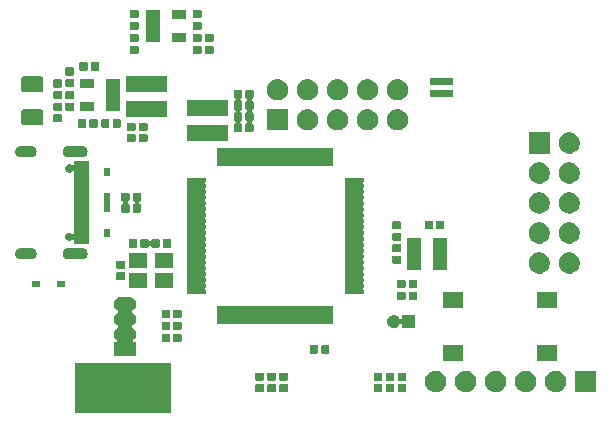
<source format=gbr>
G04 #@! TF.GenerationSoftware,KiCad,Pcbnew,(5.1.5)-3*
G04 #@! TF.CreationDate,2020-04-08T14:33:05+08:00*
G04 #@! TF.ProjectId,vllink_highspeed.r0,766c6c69-6e6b-45f6-9869-676873706565,rev?*
G04 #@! TF.SameCoordinates,Original*
G04 #@! TF.FileFunction,Soldermask,Top*
G04 #@! TF.FilePolarity,Negative*
%FSLAX46Y46*%
G04 Gerber Fmt 4.6, Leading zero omitted, Abs format (unit mm)*
G04 Created by KiCad (PCBNEW (5.1.5)-3) date 2020-04-08 14:33:05*
%MOMM*%
%LPD*%
G04 APERTURE LIST*
%ADD10C,0.100000*%
%ADD11C,0.101600*%
G04 APERTURE END LIST*
D10*
G36*
X113842800Y-135763000D02*
G01*
X105765600Y-135763000D01*
X105765600Y-131622800D01*
X113842800Y-131622800D01*
X113842800Y-135763000D01*
G37*
X113842800Y-135763000D02*
X105765600Y-135763000D01*
X105765600Y-131622800D01*
X113842800Y-131622800D01*
X113842800Y-135763000D01*
D11*
G36*
X121693938Y-133364716D02*
G01*
X121714557Y-133370971D01*
X121733553Y-133381124D01*
X121750208Y-133394792D01*
X121763876Y-133411447D01*
X121774029Y-133430443D01*
X121780284Y-133451062D01*
X121783000Y-133478640D01*
X121783000Y-133937360D01*
X121780284Y-133964938D01*
X121774029Y-133985557D01*
X121763876Y-134004553D01*
X121750208Y-134021208D01*
X121733553Y-134034876D01*
X121714557Y-134045029D01*
X121693938Y-134051284D01*
X121666360Y-134054000D01*
X121157640Y-134054000D01*
X121130062Y-134051284D01*
X121109443Y-134045029D01*
X121090447Y-134034876D01*
X121073792Y-134021208D01*
X121060124Y-134004553D01*
X121049971Y-133985557D01*
X121043716Y-133964938D01*
X121041000Y-133937360D01*
X121041000Y-133478640D01*
X121043716Y-133451062D01*
X121049971Y-133430443D01*
X121060124Y-133411447D01*
X121073792Y-133394792D01*
X121090447Y-133381124D01*
X121109443Y-133370971D01*
X121130062Y-133364716D01*
X121157640Y-133362000D01*
X121666360Y-133362000D01*
X121693938Y-133364716D01*
G37*
G36*
X132742938Y-133364716D02*
G01*
X132763557Y-133370971D01*
X132782553Y-133381124D01*
X132799208Y-133394792D01*
X132812876Y-133411447D01*
X132823029Y-133430443D01*
X132829284Y-133451062D01*
X132832000Y-133478640D01*
X132832000Y-133937360D01*
X132829284Y-133964938D01*
X132823029Y-133985557D01*
X132812876Y-134004553D01*
X132799208Y-134021208D01*
X132782553Y-134034876D01*
X132763557Y-134045029D01*
X132742938Y-134051284D01*
X132715360Y-134054000D01*
X132206640Y-134054000D01*
X132179062Y-134051284D01*
X132158443Y-134045029D01*
X132139447Y-134034876D01*
X132122792Y-134021208D01*
X132109124Y-134004553D01*
X132098971Y-133985557D01*
X132092716Y-133964938D01*
X132090000Y-133937360D01*
X132090000Y-133478640D01*
X132092716Y-133451062D01*
X132098971Y-133430443D01*
X132109124Y-133411447D01*
X132122792Y-133394792D01*
X132139447Y-133381124D01*
X132158443Y-133370971D01*
X132179062Y-133364716D01*
X132206640Y-133362000D01*
X132715360Y-133362000D01*
X132742938Y-133364716D01*
G37*
G36*
X122709938Y-133364716D02*
G01*
X122730557Y-133370971D01*
X122749553Y-133381124D01*
X122766208Y-133394792D01*
X122779876Y-133411447D01*
X122790029Y-133430443D01*
X122796284Y-133451062D01*
X122799000Y-133478640D01*
X122799000Y-133937360D01*
X122796284Y-133964938D01*
X122790029Y-133985557D01*
X122779876Y-134004553D01*
X122766208Y-134021208D01*
X122749553Y-134034876D01*
X122730557Y-134045029D01*
X122709938Y-134051284D01*
X122682360Y-134054000D01*
X122173640Y-134054000D01*
X122146062Y-134051284D01*
X122125443Y-134045029D01*
X122106447Y-134034876D01*
X122089792Y-134021208D01*
X122076124Y-134004553D01*
X122065971Y-133985557D01*
X122059716Y-133964938D01*
X122057000Y-133937360D01*
X122057000Y-133478640D01*
X122059716Y-133451062D01*
X122065971Y-133430443D01*
X122076124Y-133411447D01*
X122089792Y-133394792D01*
X122106447Y-133381124D01*
X122125443Y-133370971D01*
X122146062Y-133364716D01*
X122173640Y-133362000D01*
X122682360Y-133362000D01*
X122709938Y-133364716D01*
G37*
G36*
X133758938Y-133364716D02*
G01*
X133779557Y-133370971D01*
X133798553Y-133381124D01*
X133815208Y-133394792D01*
X133828876Y-133411447D01*
X133839029Y-133430443D01*
X133845284Y-133451062D01*
X133848000Y-133478640D01*
X133848000Y-133937360D01*
X133845284Y-133964938D01*
X133839029Y-133985557D01*
X133828876Y-134004553D01*
X133815208Y-134021208D01*
X133798553Y-134034876D01*
X133779557Y-134045029D01*
X133758938Y-134051284D01*
X133731360Y-134054000D01*
X133222640Y-134054000D01*
X133195062Y-134051284D01*
X133174443Y-134045029D01*
X133155447Y-134034876D01*
X133138792Y-134021208D01*
X133125124Y-134004553D01*
X133114971Y-133985557D01*
X133108716Y-133964938D01*
X133106000Y-133937360D01*
X133106000Y-133478640D01*
X133108716Y-133451062D01*
X133114971Y-133430443D01*
X133125124Y-133411447D01*
X133138792Y-133394792D01*
X133155447Y-133381124D01*
X133174443Y-133370971D01*
X133195062Y-133364716D01*
X133222640Y-133362000D01*
X133731360Y-133362000D01*
X133758938Y-133364716D01*
G37*
G36*
X131726938Y-133364716D02*
G01*
X131747557Y-133370971D01*
X131766553Y-133381124D01*
X131783208Y-133394792D01*
X131796876Y-133411447D01*
X131807029Y-133430443D01*
X131813284Y-133451062D01*
X131816000Y-133478640D01*
X131816000Y-133937360D01*
X131813284Y-133964938D01*
X131807029Y-133985557D01*
X131796876Y-134004553D01*
X131783208Y-134021208D01*
X131766553Y-134034876D01*
X131747557Y-134045029D01*
X131726938Y-134051284D01*
X131699360Y-134054000D01*
X131190640Y-134054000D01*
X131163062Y-134051284D01*
X131142443Y-134045029D01*
X131123447Y-134034876D01*
X131106792Y-134021208D01*
X131093124Y-134004553D01*
X131082971Y-133985557D01*
X131076716Y-133964938D01*
X131074000Y-133937360D01*
X131074000Y-133478640D01*
X131076716Y-133451062D01*
X131082971Y-133430443D01*
X131093124Y-133411447D01*
X131106792Y-133394792D01*
X131123447Y-133381124D01*
X131142443Y-133370971D01*
X131163062Y-133364716D01*
X131190640Y-133362000D01*
X131699360Y-133362000D01*
X131726938Y-133364716D01*
G37*
G36*
X123725938Y-133364716D02*
G01*
X123746557Y-133370971D01*
X123765553Y-133381124D01*
X123782208Y-133394792D01*
X123795876Y-133411447D01*
X123806029Y-133430443D01*
X123812284Y-133451062D01*
X123815000Y-133478640D01*
X123815000Y-133937360D01*
X123812284Y-133964938D01*
X123806029Y-133985557D01*
X123795876Y-134004553D01*
X123782208Y-134021208D01*
X123765553Y-134034876D01*
X123746557Y-134045029D01*
X123725938Y-134051284D01*
X123698360Y-134054000D01*
X123189640Y-134054000D01*
X123162062Y-134051284D01*
X123141443Y-134045029D01*
X123122447Y-134034876D01*
X123105792Y-134021208D01*
X123092124Y-134004553D01*
X123081971Y-133985557D01*
X123075716Y-133964938D01*
X123073000Y-133937360D01*
X123073000Y-133478640D01*
X123075716Y-133451062D01*
X123081971Y-133430443D01*
X123092124Y-133411447D01*
X123105792Y-133394792D01*
X123122447Y-133381124D01*
X123141443Y-133370971D01*
X123162062Y-133364716D01*
X123189640Y-133362000D01*
X123698360Y-133362000D01*
X123725938Y-133364716D01*
G37*
G36*
X141515512Y-132250927D02*
G01*
X141664812Y-132280624D01*
X141828784Y-132348544D01*
X141976354Y-132447147D01*
X142101853Y-132572646D01*
X142200456Y-132720216D01*
X142268376Y-132884188D01*
X142303000Y-133058259D01*
X142303000Y-133235741D01*
X142268376Y-133409812D01*
X142200456Y-133573784D01*
X142101853Y-133721354D01*
X141976354Y-133846853D01*
X141828784Y-133945456D01*
X141664812Y-134013376D01*
X141515512Y-134043073D01*
X141490742Y-134048000D01*
X141313258Y-134048000D01*
X141288488Y-134043073D01*
X141139188Y-134013376D01*
X140975216Y-133945456D01*
X140827646Y-133846853D01*
X140702147Y-133721354D01*
X140603544Y-133573784D01*
X140535624Y-133409812D01*
X140501000Y-133235741D01*
X140501000Y-133058259D01*
X140535624Y-132884188D01*
X140603544Y-132720216D01*
X140702147Y-132572646D01*
X140827646Y-132447147D01*
X140975216Y-132348544D01*
X141139188Y-132280624D01*
X141288488Y-132250927D01*
X141313258Y-132246000D01*
X141490742Y-132246000D01*
X141515512Y-132250927D01*
G37*
G36*
X149923000Y-134048000D02*
G01*
X148121000Y-134048000D01*
X148121000Y-132246000D01*
X149923000Y-132246000D01*
X149923000Y-134048000D01*
G37*
G36*
X146595512Y-132250927D02*
G01*
X146744812Y-132280624D01*
X146908784Y-132348544D01*
X147056354Y-132447147D01*
X147181853Y-132572646D01*
X147280456Y-132720216D01*
X147348376Y-132884188D01*
X147383000Y-133058259D01*
X147383000Y-133235741D01*
X147348376Y-133409812D01*
X147280456Y-133573784D01*
X147181853Y-133721354D01*
X147056354Y-133846853D01*
X146908784Y-133945456D01*
X146744812Y-134013376D01*
X146595512Y-134043073D01*
X146570742Y-134048000D01*
X146393258Y-134048000D01*
X146368488Y-134043073D01*
X146219188Y-134013376D01*
X146055216Y-133945456D01*
X145907646Y-133846853D01*
X145782147Y-133721354D01*
X145683544Y-133573784D01*
X145615624Y-133409812D01*
X145581000Y-133235741D01*
X145581000Y-133058259D01*
X145615624Y-132884188D01*
X145683544Y-132720216D01*
X145782147Y-132572646D01*
X145907646Y-132447147D01*
X146055216Y-132348544D01*
X146219188Y-132280624D01*
X146368488Y-132250927D01*
X146393258Y-132246000D01*
X146570742Y-132246000D01*
X146595512Y-132250927D01*
G37*
G36*
X144055512Y-132250927D02*
G01*
X144204812Y-132280624D01*
X144368784Y-132348544D01*
X144516354Y-132447147D01*
X144641853Y-132572646D01*
X144740456Y-132720216D01*
X144808376Y-132884188D01*
X144843000Y-133058259D01*
X144843000Y-133235741D01*
X144808376Y-133409812D01*
X144740456Y-133573784D01*
X144641853Y-133721354D01*
X144516354Y-133846853D01*
X144368784Y-133945456D01*
X144204812Y-134013376D01*
X144055512Y-134043073D01*
X144030742Y-134048000D01*
X143853258Y-134048000D01*
X143828488Y-134043073D01*
X143679188Y-134013376D01*
X143515216Y-133945456D01*
X143367646Y-133846853D01*
X143242147Y-133721354D01*
X143143544Y-133573784D01*
X143075624Y-133409812D01*
X143041000Y-133235741D01*
X143041000Y-133058259D01*
X143075624Y-132884188D01*
X143143544Y-132720216D01*
X143242147Y-132572646D01*
X143367646Y-132447147D01*
X143515216Y-132348544D01*
X143679188Y-132280624D01*
X143828488Y-132250927D01*
X143853258Y-132246000D01*
X144030742Y-132246000D01*
X144055512Y-132250927D01*
G37*
G36*
X138975512Y-132250927D02*
G01*
X139124812Y-132280624D01*
X139288784Y-132348544D01*
X139436354Y-132447147D01*
X139561853Y-132572646D01*
X139660456Y-132720216D01*
X139728376Y-132884188D01*
X139763000Y-133058259D01*
X139763000Y-133235741D01*
X139728376Y-133409812D01*
X139660456Y-133573784D01*
X139561853Y-133721354D01*
X139436354Y-133846853D01*
X139288784Y-133945456D01*
X139124812Y-134013376D01*
X138975512Y-134043073D01*
X138950742Y-134048000D01*
X138773258Y-134048000D01*
X138748488Y-134043073D01*
X138599188Y-134013376D01*
X138435216Y-133945456D01*
X138287646Y-133846853D01*
X138162147Y-133721354D01*
X138063544Y-133573784D01*
X137995624Y-133409812D01*
X137961000Y-133235741D01*
X137961000Y-133058259D01*
X137995624Y-132884188D01*
X138063544Y-132720216D01*
X138162147Y-132572646D01*
X138287646Y-132447147D01*
X138435216Y-132348544D01*
X138599188Y-132280624D01*
X138748488Y-132250927D01*
X138773258Y-132246000D01*
X138950742Y-132246000D01*
X138975512Y-132250927D01*
G37*
G36*
X136435512Y-132250927D02*
G01*
X136584812Y-132280624D01*
X136748784Y-132348544D01*
X136896354Y-132447147D01*
X137021853Y-132572646D01*
X137120456Y-132720216D01*
X137188376Y-132884188D01*
X137223000Y-133058259D01*
X137223000Y-133235741D01*
X137188376Y-133409812D01*
X137120456Y-133573784D01*
X137021853Y-133721354D01*
X136896354Y-133846853D01*
X136748784Y-133945456D01*
X136584812Y-134013376D01*
X136435512Y-134043073D01*
X136410742Y-134048000D01*
X136233258Y-134048000D01*
X136208488Y-134043073D01*
X136059188Y-134013376D01*
X135895216Y-133945456D01*
X135747646Y-133846853D01*
X135622147Y-133721354D01*
X135523544Y-133573784D01*
X135455624Y-133409812D01*
X135421000Y-133235741D01*
X135421000Y-133058259D01*
X135455624Y-132884188D01*
X135523544Y-132720216D01*
X135622147Y-132572646D01*
X135747646Y-132447147D01*
X135895216Y-132348544D01*
X136059188Y-132280624D01*
X136208488Y-132250927D01*
X136233258Y-132246000D01*
X136410742Y-132246000D01*
X136435512Y-132250927D01*
G37*
G36*
X131726938Y-132394716D02*
G01*
X131747557Y-132400971D01*
X131766553Y-132411124D01*
X131783208Y-132424792D01*
X131796876Y-132441447D01*
X131807029Y-132460443D01*
X131813284Y-132481062D01*
X131816000Y-132508640D01*
X131816000Y-132967360D01*
X131813284Y-132994938D01*
X131807029Y-133015557D01*
X131796876Y-133034553D01*
X131783208Y-133051208D01*
X131766553Y-133064876D01*
X131747557Y-133075029D01*
X131726938Y-133081284D01*
X131699360Y-133084000D01*
X131190640Y-133084000D01*
X131163062Y-133081284D01*
X131142443Y-133075029D01*
X131123447Y-133064876D01*
X131106792Y-133051208D01*
X131093124Y-133034553D01*
X131082971Y-133015557D01*
X131076716Y-132994938D01*
X131074000Y-132967360D01*
X131074000Y-132508640D01*
X131076716Y-132481062D01*
X131082971Y-132460443D01*
X131093124Y-132441447D01*
X131106792Y-132424792D01*
X131123447Y-132411124D01*
X131142443Y-132400971D01*
X131163062Y-132394716D01*
X131190640Y-132392000D01*
X131699360Y-132392000D01*
X131726938Y-132394716D01*
G37*
G36*
X122709938Y-132394716D02*
G01*
X122730557Y-132400971D01*
X122749553Y-132411124D01*
X122766208Y-132424792D01*
X122779876Y-132441447D01*
X122790029Y-132460443D01*
X122796284Y-132481062D01*
X122799000Y-132508640D01*
X122799000Y-132967360D01*
X122796284Y-132994938D01*
X122790029Y-133015557D01*
X122779876Y-133034553D01*
X122766208Y-133051208D01*
X122749553Y-133064876D01*
X122730557Y-133075029D01*
X122709938Y-133081284D01*
X122682360Y-133084000D01*
X122173640Y-133084000D01*
X122146062Y-133081284D01*
X122125443Y-133075029D01*
X122106447Y-133064876D01*
X122089792Y-133051208D01*
X122076124Y-133034553D01*
X122065971Y-133015557D01*
X122059716Y-132994938D01*
X122057000Y-132967360D01*
X122057000Y-132508640D01*
X122059716Y-132481062D01*
X122065971Y-132460443D01*
X122076124Y-132441447D01*
X122089792Y-132424792D01*
X122106447Y-132411124D01*
X122125443Y-132400971D01*
X122146062Y-132394716D01*
X122173640Y-132392000D01*
X122682360Y-132392000D01*
X122709938Y-132394716D01*
G37*
G36*
X123725938Y-132394716D02*
G01*
X123746557Y-132400971D01*
X123765553Y-132411124D01*
X123782208Y-132424792D01*
X123795876Y-132441447D01*
X123806029Y-132460443D01*
X123812284Y-132481062D01*
X123815000Y-132508640D01*
X123815000Y-132967360D01*
X123812284Y-132994938D01*
X123806029Y-133015557D01*
X123795876Y-133034553D01*
X123782208Y-133051208D01*
X123765553Y-133064876D01*
X123746557Y-133075029D01*
X123725938Y-133081284D01*
X123698360Y-133084000D01*
X123189640Y-133084000D01*
X123162062Y-133081284D01*
X123141443Y-133075029D01*
X123122447Y-133064876D01*
X123105792Y-133051208D01*
X123092124Y-133034553D01*
X123081971Y-133015557D01*
X123075716Y-132994938D01*
X123073000Y-132967360D01*
X123073000Y-132508640D01*
X123075716Y-132481062D01*
X123081971Y-132460443D01*
X123092124Y-132441447D01*
X123105792Y-132424792D01*
X123122447Y-132411124D01*
X123141443Y-132400971D01*
X123162062Y-132394716D01*
X123189640Y-132392000D01*
X123698360Y-132392000D01*
X123725938Y-132394716D01*
G37*
G36*
X121693938Y-132394716D02*
G01*
X121714557Y-132400971D01*
X121733553Y-132411124D01*
X121750208Y-132424792D01*
X121763876Y-132441447D01*
X121774029Y-132460443D01*
X121780284Y-132481062D01*
X121783000Y-132508640D01*
X121783000Y-132967360D01*
X121780284Y-132994938D01*
X121774029Y-133015557D01*
X121763876Y-133034553D01*
X121750208Y-133051208D01*
X121733553Y-133064876D01*
X121714557Y-133075029D01*
X121693938Y-133081284D01*
X121666360Y-133084000D01*
X121157640Y-133084000D01*
X121130062Y-133081284D01*
X121109443Y-133075029D01*
X121090447Y-133064876D01*
X121073792Y-133051208D01*
X121060124Y-133034553D01*
X121049971Y-133015557D01*
X121043716Y-132994938D01*
X121041000Y-132967360D01*
X121041000Y-132508640D01*
X121043716Y-132481062D01*
X121049971Y-132460443D01*
X121060124Y-132441447D01*
X121073792Y-132424792D01*
X121090447Y-132411124D01*
X121109443Y-132400971D01*
X121130062Y-132394716D01*
X121157640Y-132392000D01*
X121666360Y-132392000D01*
X121693938Y-132394716D01*
G37*
G36*
X132742938Y-132394716D02*
G01*
X132763557Y-132400971D01*
X132782553Y-132411124D01*
X132799208Y-132424792D01*
X132812876Y-132441447D01*
X132823029Y-132460443D01*
X132829284Y-132481062D01*
X132832000Y-132508640D01*
X132832000Y-132967360D01*
X132829284Y-132994938D01*
X132823029Y-133015557D01*
X132812876Y-133034553D01*
X132799208Y-133051208D01*
X132782553Y-133064876D01*
X132763557Y-133075029D01*
X132742938Y-133081284D01*
X132715360Y-133084000D01*
X132206640Y-133084000D01*
X132179062Y-133081284D01*
X132158443Y-133075029D01*
X132139447Y-133064876D01*
X132122792Y-133051208D01*
X132109124Y-133034553D01*
X132098971Y-133015557D01*
X132092716Y-132994938D01*
X132090000Y-132967360D01*
X132090000Y-132508640D01*
X132092716Y-132481062D01*
X132098971Y-132460443D01*
X132109124Y-132441447D01*
X132122792Y-132424792D01*
X132139447Y-132411124D01*
X132158443Y-132400971D01*
X132179062Y-132394716D01*
X132206640Y-132392000D01*
X132715360Y-132392000D01*
X132742938Y-132394716D01*
G37*
G36*
X133758938Y-132394716D02*
G01*
X133779557Y-132400971D01*
X133798553Y-132411124D01*
X133815208Y-132424792D01*
X133828876Y-132441447D01*
X133839029Y-132460443D01*
X133845284Y-132481062D01*
X133848000Y-132508640D01*
X133848000Y-132967360D01*
X133845284Y-132994938D01*
X133839029Y-133015557D01*
X133828876Y-133034553D01*
X133815208Y-133051208D01*
X133798553Y-133064876D01*
X133779557Y-133075029D01*
X133758938Y-133081284D01*
X133731360Y-133084000D01*
X133222640Y-133084000D01*
X133195062Y-133081284D01*
X133174443Y-133075029D01*
X133155447Y-133064876D01*
X133138792Y-133051208D01*
X133125124Y-133034553D01*
X133114971Y-133015557D01*
X133108716Y-132994938D01*
X133106000Y-132967360D01*
X133106000Y-132508640D01*
X133108716Y-132481062D01*
X133114971Y-132460443D01*
X133125124Y-132441447D01*
X133138792Y-132424792D01*
X133155447Y-132411124D01*
X133174443Y-132400971D01*
X133195062Y-132394716D01*
X133222640Y-132392000D01*
X133731360Y-132392000D01*
X133758938Y-132394716D01*
G37*
G36*
X146556000Y-131451000D02*
G01*
X144904000Y-131451000D01*
X144904000Y-130049000D01*
X146556000Y-130049000D01*
X146556000Y-131451000D01*
G37*
G36*
X138596000Y-131451000D02*
G01*
X136944000Y-131451000D01*
X136944000Y-130049000D01*
X138596000Y-130049000D01*
X138596000Y-131451000D01*
G37*
G36*
X110430082Y-126010626D02*
G01*
X110487476Y-126016279D01*
X110561117Y-126038618D01*
X110597938Y-126049787D01*
X110699740Y-126104202D01*
X110788970Y-126177430D01*
X110862198Y-126266660D01*
X110916613Y-126368462D01*
X110916613Y-126368463D01*
X110950121Y-126478924D01*
X110961435Y-126593800D01*
X110950121Y-126708676D01*
X110928083Y-126781324D01*
X110916613Y-126819138D01*
X110862198Y-126920940D01*
X110788970Y-127010170D01*
X110699740Y-127083398D01*
X110633955Y-127118561D01*
X110613581Y-127132175D01*
X110596254Y-127149502D01*
X110582640Y-127169876D01*
X110573263Y-127192515D01*
X110568483Y-127216549D01*
X110568483Y-127241053D01*
X110573264Y-127265086D01*
X110582641Y-127287725D01*
X110596255Y-127308099D01*
X110613582Y-127325426D01*
X110633955Y-127339039D01*
X110699740Y-127374202D01*
X110788970Y-127447430D01*
X110862198Y-127536660D01*
X110916613Y-127638462D01*
X110916613Y-127638463D01*
X110950121Y-127748924D01*
X110961435Y-127863800D01*
X110950121Y-127978676D01*
X110927782Y-128052317D01*
X110916613Y-128089138D01*
X110862198Y-128190940D01*
X110788970Y-128280170D01*
X110699740Y-128353398D01*
X110633955Y-128388561D01*
X110613581Y-128402175D01*
X110596254Y-128419502D01*
X110582640Y-128439876D01*
X110573263Y-128462515D01*
X110568483Y-128486549D01*
X110568483Y-128511053D01*
X110573264Y-128535086D01*
X110582641Y-128557725D01*
X110596255Y-128578099D01*
X110613582Y-128595426D01*
X110633955Y-128609039D01*
X110699740Y-128644202D01*
X110788970Y-128717430D01*
X110862198Y-128806660D01*
X110916613Y-128908462D01*
X110916613Y-128908463D01*
X110950121Y-129018924D01*
X110961435Y-129133800D01*
X110950121Y-129248676D01*
X110927782Y-129322317D01*
X110916613Y-129359138D01*
X110862198Y-129460940D01*
X110788970Y-129550170D01*
X110732911Y-129596175D01*
X110715584Y-129613502D01*
X110701970Y-129633876D01*
X110692593Y-129656515D01*
X110687812Y-129680548D01*
X110687812Y-129705052D01*
X110692592Y-129729085D01*
X110701969Y-129751724D01*
X110715583Y-129772099D01*
X110732910Y-129789426D01*
X110753284Y-129803040D01*
X110775923Y-129812417D01*
X110799956Y-129817198D01*
X110812209Y-129817800D01*
X110958600Y-129817800D01*
X110958600Y-130989800D01*
X109056600Y-130989800D01*
X109056600Y-129817800D01*
X109202991Y-129817800D01*
X109227377Y-129815398D01*
X109250826Y-129808285D01*
X109272437Y-129796734D01*
X109291379Y-129781189D01*
X109306924Y-129762247D01*
X109318475Y-129740636D01*
X109325588Y-129717187D01*
X109327990Y-129692801D01*
X109325588Y-129668415D01*
X109318475Y-129644966D01*
X109306924Y-129623355D01*
X109291379Y-129604413D01*
X109282289Y-129596175D01*
X109226230Y-129550170D01*
X109153002Y-129460940D01*
X109098587Y-129359138D01*
X109087418Y-129322317D01*
X109065079Y-129248676D01*
X109053765Y-129133800D01*
X109065079Y-129018924D01*
X109098587Y-128908463D01*
X109098587Y-128908462D01*
X109153002Y-128806660D01*
X109226230Y-128717430D01*
X109315460Y-128644202D01*
X109381245Y-128609039D01*
X109401619Y-128595425D01*
X109418946Y-128578098D01*
X109432560Y-128557724D01*
X109441937Y-128535085D01*
X109446717Y-128511051D01*
X109446717Y-128486547D01*
X109441936Y-128462514D01*
X109432559Y-128439875D01*
X109418945Y-128419501D01*
X109401618Y-128402174D01*
X109381245Y-128388561D01*
X109315460Y-128353398D01*
X109226230Y-128280170D01*
X109153002Y-128190940D01*
X109098587Y-128089138D01*
X109087418Y-128052317D01*
X109065079Y-127978676D01*
X109053765Y-127863800D01*
X109065079Y-127748924D01*
X109098587Y-127638463D01*
X109098587Y-127638462D01*
X109153002Y-127536660D01*
X109226230Y-127447430D01*
X109315460Y-127374202D01*
X109381245Y-127339039D01*
X109401619Y-127325425D01*
X109418946Y-127308098D01*
X109432560Y-127287724D01*
X109441937Y-127265085D01*
X109446717Y-127241051D01*
X109446717Y-127216547D01*
X109441936Y-127192514D01*
X109432559Y-127169875D01*
X109418945Y-127149501D01*
X109401618Y-127132174D01*
X109381245Y-127118561D01*
X109315460Y-127083398D01*
X109226230Y-127010170D01*
X109153002Y-126920940D01*
X109098587Y-126819138D01*
X109087117Y-126781324D01*
X109065079Y-126708676D01*
X109053765Y-126593800D01*
X109065079Y-126478924D01*
X109098587Y-126368463D01*
X109098587Y-126368462D01*
X109153002Y-126266660D01*
X109226230Y-126177430D01*
X109315460Y-126104202D01*
X109417262Y-126049787D01*
X109454083Y-126038618D01*
X109527724Y-126016279D01*
X109585118Y-126010626D01*
X109613814Y-126007800D01*
X110401386Y-126007800D01*
X110430082Y-126010626D01*
G37*
G36*
X126263938Y-130060716D02*
G01*
X126284557Y-130066971D01*
X126303553Y-130077124D01*
X126320208Y-130090792D01*
X126333876Y-130107447D01*
X126344029Y-130126443D01*
X126350284Y-130147062D01*
X126353000Y-130174640D01*
X126353000Y-130683360D01*
X126350284Y-130710938D01*
X126344029Y-130731557D01*
X126333876Y-130750553D01*
X126320208Y-130767208D01*
X126303553Y-130780876D01*
X126284557Y-130791029D01*
X126263938Y-130797284D01*
X126236360Y-130800000D01*
X125777640Y-130800000D01*
X125750062Y-130797284D01*
X125729443Y-130791029D01*
X125710447Y-130780876D01*
X125693792Y-130767208D01*
X125680124Y-130750553D01*
X125669971Y-130731557D01*
X125663716Y-130710938D01*
X125661000Y-130683360D01*
X125661000Y-130174640D01*
X125663716Y-130147062D01*
X125669971Y-130126443D01*
X125680124Y-130107447D01*
X125693792Y-130090792D01*
X125710447Y-130077124D01*
X125729443Y-130066971D01*
X125750062Y-130060716D01*
X125777640Y-130058000D01*
X126236360Y-130058000D01*
X126263938Y-130060716D01*
G37*
G36*
X127233938Y-130060716D02*
G01*
X127254557Y-130066971D01*
X127273553Y-130077124D01*
X127290208Y-130090792D01*
X127303876Y-130107447D01*
X127314029Y-130126443D01*
X127320284Y-130147062D01*
X127323000Y-130174640D01*
X127323000Y-130683360D01*
X127320284Y-130710938D01*
X127314029Y-130731557D01*
X127303876Y-130750553D01*
X127290208Y-130767208D01*
X127273553Y-130780876D01*
X127254557Y-130791029D01*
X127233938Y-130797284D01*
X127206360Y-130800000D01*
X126747640Y-130800000D01*
X126720062Y-130797284D01*
X126699443Y-130791029D01*
X126680447Y-130780876D01*
X126663792Y-130767208D01*
X126650124Y-130750553D01*
X126639971Y-130731557D01*
X126633716Y-130710938D01*
X126631000Y-130683360D01*
X126631000Y-130174640D01*
X126633716Y-130147062D01*
X126639971Y-130126443D01*
X126650124Y-130107447D01*
X126663792Y-130090792D01*
X126680447Y-130077124D01*
X126699443Y-130066971D01*
X126720062Y-130060716D01*
X126747640Y-130058000D01*
X127206360Y-130058000D01*
X127233938Y-130060716D01*
G37*
G36*
X113741938Y-129095716D02*
G01*
X113762557Y-129101971D01*
X113781553Y-129112124D01*
X113798208Y-129125792D01*
X113811876Y-129142447D01*
X113822029Y-129161443D01*
X113828284Y-129182062D01*
X113831000Y-129209640D01*
X113831000Y-129718360D01*
X113828284Y-129745938D01*
X113822029Y-129766557D01*
X113811876Y-129785553D01*
X113798208Y-129802208D01*
X113781553Y-129815876D01*
X113762557Y-129826029D01*
X113741938Y-129832284D01*
X113714360Y-129835000D01*
X113255640Y-129835000D01*
X113228062Y-129832284D01*
X113207443Y-129826029D01*
X113188447Y-129815876D01*
X113171792Y-129802208D01*
X113158124Y-129785553D01*
X113147971Y-129766557D01*
X113141716Y-129745938D01*
X113139000Y-129718360D01*
X113139000Y-129209640D01*
X113141716Y-129182062D01*
X113147971Y-129161443D01*
X113158124Y-129142447D01*
X113171792Y-129125792D01*
X113188447Y-129112124D01*
X113207443Y-129101971D01*
X113228062Y-129095716D01*
X113255640Y-129093000D01*
X113714360Y-129093000D01*
X113741938Y-129095716D01*
G37*
G36*
X114711938Y-129095716D02*
G01*
X114732557Y-129101971D01*
X114751553Y-129112124D01*
X114768208Y-129125792D01*
X114781876Y-129142447D01*
X114792029Y-129161443D01*
X114798284Y-129182062D01*
X114801000Y-129209640D01*
X114801000Y-129718360D01*
X114798284Y-129745938D01*
X114792029Y-129766557D01*
X114781876Y-129785553D01*
X114768208Y-129802208D01*
X114751553Y-129815876D01*
X114732557Y-129826029D01*
X114711938Y-129832284D01*
X114684360Y-129835000D01*
X114225640Y-129835000D01*
X114198062Y-129832284D01*
X114177443Y-129826029D01*
X114158447Y-129815876D01*
X114141792Y-129802208D01*
X114128124Y-129785553D01*
X114117971Y-129766557D01*
X114111716Y-129745938D01*
X114109000Y-129718360D01*
X114109000Y-129209640D01*
X114111716Y-129182062D01*
X114117971Y-129161443D01*
X114128124Y-129142447D01*
X114141792Y-129125792D01*
X114158447Y-129112124D01*
X114177443Y-129101971D01*
X114198062Y-129095716D01*
X114225640Y-129093000D01*
X114684360Y-129093000D01*
X114711938Y-129095716D01*
G37*
G36*
X114711938Y-128079716D02*
G01*
X114732557Y-128085971D01*
X114751553Y-128096124D01*
X114768208Y-128109792D01*
X114781876Y-128126447D01*
X114792029Y-128145443D01*
X114798284Y-128166062D01*
X114801000Y-128193640D01*
X114801000Y-128702360D01*
X114798284Y-128729938D01*
X114792029Y-128750557D01*
X114781876Y-128769553D01*
X114768208Y-128786208D01*
X114751553Y-128799876D01*
X114732557Y-128810029D01*
X114711938Y-128816284D01*
X114684360Y-128819000D01*
X114225640Y-128819000D01*
X114198062Y-128816284D01*
X114177443Y-128810029D01*
X114158447Y-128799876D01*
X114141792Y-128786208D01*
X114128124Y-128769553D01*
X114117971Y-128750557D01*
X114111716Y-128729938D01*
X114109000Y-128702360D01*
X114109000Y-128193640D01*
X114111716Y-128166062D01*
X114117971Y-128145443D01*
X114128124Y-128126447D01*
X114141792Y-128109792D01*
X114158447Y-128096124D01*
X114177443Y-128085971D01*
X114198062Y-128079716D01*
X114225640Y-128077000D01*
X114684360Y-128077000D01*
X114711938Y-128079716D01*
G37*
G36*
X113741938Y-128079716D02*
G01*
X113762557Y-128085971D01*
X113781553Y-128096124D01*
X113798208Y-128109792D01*
X113811876Y-128126447D01*
X113822029Y-128145443D01*
X113828284Y-128166062D01*
X113831000Y-128193640D01*
X113831000Y-128702360D01*
X113828284Y-128729938D01*
X113822029Y-128750557D01*
X113811876Y-128769553D01*
X113798208Y-128786208D01*
X113781553Y-128799876D01*
X113762557Y-128810029D01*
X113741938Y-128816284D01*
X113714360Y-128819000D01*
X113255640Y-128819000D01*
X113228062Y-128816284D01*
X113207443Y-128810029D01*
X113188447Y-128799876D01*
X113171792Y-128786208D01*
X113158124Y-128769553D01*
X113147971Y-128750557D01*
X113141716Y-128729938D01*
X113139000Y-128702360D01*
X113139000Y-128193640D01*
X113141716Y-128166062D01*
X113147971Y-128145443D01*
X113158124Y-128126447D01*
X113171792Y-128109792D01*
X113188447Y-128096124D01*
X113207443Y-128085971D01*
X113228062Y-128079716D01*
X113255640Y-128077000D01*
X113714360Y-128077000D01*
X113741938Y-128079716D01*
G37*
G36*
X132926721Y-127537174D02*
G01*
X133026995Y-127578709D01*
X133026996Y-127578710D01*
X133117242Y-127639010D01*
X133193990Y-127715758D01*
X133206551Y-127734557D01*
X133256068Y-127808664D01*
X133271614Y-127827606D01*
X133290556Y-127843151D01*
X133312167Y-127854702D01*
X133335615Y-127861815D01*
X133360002Y-127864217D01*
X133384388Y-127861815D01*
X133407837Y-127854702D01*
X133429447Y-127843151D01*
X133448389Y-127827605D01*
X133463934Y-127808663D01*
X133475485Y-127787052D01*
X133482598Y-127763604D01*
X133485000Y-127739218D01*
X133485000Y-127516000D01*
X134587000Y-127516000D01*
X134587000Y-128618000D01*
X133485000Y-128618000D01*
X133485000Y-128394782D01*
X133482598Y-128370396D01*
X133475485Y-128346947D01*
X133463934Y-128325336D01*
X133448389Y-128306394D01*
X133429447Y-128290849D01*
X133407836Y-128279298D01*
X133384387Y-128272185D01*
X133360001Y-128269783D01*
X133335615Y-128272185D01*
X133312166Y-128279298D01*
X133290555Y-128290849D01*
X133271613Y-128306394D01*
X133256068Y-128325336D01*
X133214988Y-128386816D01*
X133193990Y-128418242D01*
X133117242Y-128494990D01*
X133093205Y-128511051D01*
X133026995Y-128555291D01*
X132926721Y-128596826D01*
X132820270Y-128618000D01*
X132711730Y-128618000D01*
X132605279Y-128596826D01*
X132505005Y-128555291D01*
X132438795Y-128511051D01*
X132414758Y-128494990D01*
X132338010Y-128418242D01*
X132294683Y-128353398D01*
X132277709Y-128327995D01*
X132236174Y-128227721D01*
X132215000Y-128121270D01*
X132215000Y-128012730D01*
X132236174Y-127906279D01*
X132277709Y-127806005D01*
X132325449Y-127734557D01*
X132338010Y-127715758D01*
X132414758Y-127639010D01*
X132505004Y-127578710D01*
X132505005Y-127578709D01*
X132605279Y-127537174D01*
X132711730Y-127516000D01*
X132820270Y-127516000D01*
X132926721Y-127537174D01*
G37*
G36*
X118138355Y-126728083D02*
G01*
X118143029Y-126729501D01*
X118147330Y-126731800D01*
X118153702Y-126737029D01*
X118174076Y-126750643D01*
X118196715Y-126760020D01*
X118220749Y-126764800D01*
X118245253Y-126764800D01*
X118269286Y-126760019D01*
X118291925Y-126750642D01*
X118312298Y-126737029D01*
X118318670Y-126731800D01*
X118322971Y-126729501D01*
X118327645Y-126728083D01*
X118338641Y-126727000D01*
X118627359Y-126727000D01*
X118638355Y-126728083D01*
X118643029Y-126729501D01*
X118647330Y-126731800D01*
X118653702Y-126737029D01*
X118674076Y-126750643D01*
X118696715Y-126760020D01*
X118720749Y-126764800D01*
X118745253Y-126764800D01*
X118769286Y-126760019D01*
X118791925Y-126750642D01*
X118812298Y-126737029D01*
X118818670Y-126731800D01*
X118822971Y-126729501D01*
X118827645Y-126728083D01*
X118838641Y-126727000D01*
X119127359Y-126727000D01*
X119138355Y-126728083D01*
X119143029Y-126729501D01*
X119147330Y-126731800D01*
X119153702Y-126737029D01*
X119174076Y-126750643D01*
X119196715Y-126760020D01*
X119220749Y-126764800D01*
X119245253Y-126764800D01*
X119269286Y-126760019D01*
X119291925Y-126750642D01*
X119312298Y-126737029D01*
X119318670Y-126731800D01*
X119322971Y-126729501D01*
X119327645Y-126728083D01*
X119338641Y-126727000D01*
X119627359Y-126727000D01*
X119638355Y-126728083D01*
X119643029Y-126729501D01*
X119647330Y-126731800D01*
X119653702Y-126737029D01*
X119674076Y-126750643D01*
X119696715Y-126760020D01*
X119720749Y-126764800D01*
X119745253Y-126764800D01*
X119769286Y-126760019D01*
X119791925Y-126750642D01*
X119812298Y-126737029D01*
X119818670Y-126731800D01*
X119822971Y-126729501D01*
X119827645Y-126728083D01*
X119838641Y-126727000D01*
X120127359Y-126727000D01*
X120138355Y-126728083D01*
X120143029Y-126729501D01*
X120147330Y-126731800D01*
X120153702Y-126737029D01*
X120174076Y-126750643D01*
X120196715Y-126760020D01*
X120220749Y-126764800D01*
X120245253Y-126764800D01*
X120269286Y-126760019D01*
X120291925Y-126750642D01*
X120312298Y-126737029D01*
X120318670Y-126731800D01*
X120322971Y-126729501D01*
X120327645Y-126728083D01*
X120338641Y-126727000D01*
X120627359Y-126727000D01*
X120638355Y-126728083D01*
X120643029Y-126729501D01*
X120647330Y-126731800D01*
X120653702Y-126737029D01*
X120674076Y-126750643D01*
X120696715Y-126760020D01*
X120720749Y-126764800D01*
X120745253Y-126764800D01*
X120769286Y-126760019D01*
X120791925Y-126750642D01*
X120812298Y-126737029D01*
X120818670Y-126731800D01*
X120822971Y-126729501D01*
X120827645Y-126728083D01*
X120838641Y-126727000D01*
X121127359Y-126727000D01*
X121138355Y-126728083D01*
X121143029Y-126729501D01*
X121147330Y-126731800D01*
X121153702Y-126737029D01*
X121174076Y-126750643D01*
X121196715Y-126760020D01*
X121220749Y-126764800D01*
X121245253Y-126764800D01*
X121269286Y-126760019D01*
X121291925Y-126750642D01*
X121312298Y-126737029D01*
X121318670Y-126731800D01*
X121322971Y-126729501D01*
X121327645Y-126728083D01*
X121338641Y-126727000D01*
X121627359Y-126727000D01*
X121638355Y-126728083D01*
X121643029Y-126729501D01*
X121647330Y-126731800D01*
X121653702Y-126737029D01*
X121674076Y-126750643D01*
X121696715Y-126760020D01*
X121720749Y-126764800D01*
X121745253Y-126764800D01*
X121769286Y-126760019D01*
X121791925Y-126750642D01*
X121812298Y-126737029D01*
X121818670Y-126731800D01*
X121822971Y-126729501D01*
X121827645Y-126728083D01*
X121838641Y-126727000D01*
X122127359Y-126727000D01*
X122138355Y-126728083D01*
X122143029Y-126729501D01*
X122147330Y-126731800D01*
X122153702Y-126737029D01*
X122174076Y-126750643D01*
X122196715Y-126760020D01*
X122220749Y-126764800D01*
X122245253Y-126764800D01*
X122269286Y-126760019D01*
X122291925Y-126750642D01*
X122312298Y-126737029D01*
X122318670Y-126731800D01*
X122322971Y-126729501D01*
X122327645Y-126728083D01*
X122338641Y-126727000D01*
X122627359Y-126727000D01*
X122638355Y-126728083D01*
X122643029Y-126729501D01*
X122647330Y-126731800D01*
X122653702Y-126737029D01*
X122674076Y-126750643D01*
X122696715Y-126760020D01*
X122720749Y-126764800D01*
X122745253Y-126764800D01*
X122769286Y-126760019D01*
X122791925Y-126750642D01*
X122812298Y-126737029D01*
X122818670Y-126731800D01*
X122822971Y-126729501D01*
X122827645Y-126728083D01*
X122838641Y-126727000D01*
X123127359Y-126727000D01*
X123138355Y-126728083D01*
X123143029Y-126729501D01*
X123147330Y-126731800D01*
X123153702Y-126737029D01*
X123174076Y-126750643D01*
X123196715Y-126760020D01*
X123220749Y-126764800D01*
X123245253Y-126764800D01*
X123269286Y-126760019D01*
X123291925Y-126750642D01*
X123312298Y-126737029D01*
X123318670Y-126731800D01*
X123322971Y-126729501D01*
X123327645Y-126728083D01*
X123338641Y-126727000D01*
X123627359Y-126727000D01*
X123638355Y-126728083D01*
X123643029Y-126729501D01*
X123647330Y-126731800D01*
X123653702Y-126737029D01*
X123674076Y-126750643D01*
X123696715Y-126760020D01*
X123720749Y-126764800D01*
X123745253Y-126764800D01*
X123769286Y-126760019D01*
X123791925Y-126750642D01*
X123812298Y-126737029D01*
X123818670Y-126731800D01*
X123822971Y-126729501D01*
X123827645Y-126728083D01*
X123838641Y-126727000D01*
X124127359Y-126727000D01*
X124138355Y-126728083D01*
X124143029Y-126729501D01*
X124147330Y-126731800D01*
X124153702Y-126737029D01*
X124174076Y-126750643D01*
X124196715Y-126760020D01*
X124220749Y-126764800D01*
X124245253Y-126764800D01*
X124269286Y-126760019D01*
X124291925Y-126750642D01*
X124312298Y-126737029D01*
X124318670Y-126731800D01*
X124322971Y-126729501D01*
X124327645Y-126728083D01*
X124338641Y-126727000D01*
X124627359Y-126727000D01*
X124638355Y-126728083D01*
X124643029Y-126729501D01*
X124647330Y-126731800D01*
X124653702Y-126737029D01*
X124674076Y-126750643D01*
X124696715Y-126760020D01*
X124720749Y-126764800D01*
X124745253Y-126764800D01*
X124769286Y-126760019D01*
X124791925Y-126750642D01*
X124812298Y-126737029D01*
X124818670Y-126731800D01*
X124822971Y-126729501D01*
X124827645Y-126728083D01*
X124838641Y-126727000D01*
X125127359Y-126727000D01*
X125138355Y-126728083D01*
X125143029Y-126729501D01*
X125147330Y-126731800D01*
X125153702Y-126737029D01*
X125174076Y-126750643D01*
X125196715Y-126760020D01*
X125220749Y-126764800D01*
X125245253Y-126764800D01*
X125269286Y-126760019D01*
X125291925Y-126750642D01*
X125312298Y-126737029D01*
X125318670Y-126731800D01*
X125322971Y-126729501D01*
X125327645Y-126728083D01*
X125338641Y-126727000D01*
X125627359Y-126727000D01*
X125638355Y-126728083D01*
X125643029Y-126729501D01*
X125647330Y-126731800D01*
X125653702Y-126737029D01*
X125674076Y-126750643D01*
X125696715Y-126760020D01*
X125720749Y-126764800D01*
X125745253Y-126764800D01*
X125769286Y-126760019D01*
X125791925Y-126750642D01*
X125812298Y-126737029D01*
X125818670Y-126731800D01*
X125822971Y-126729501D01*
X125827645Y-126728083D01*
X125838641Y-126727000D01*
X126127359Y-126727000D01*
X126138355Y-126728083D01*
X126143029Y-126729501D01*
X126147330Y-126731800D01*
X126153702Y-126737029D01*
X126174076Y-126750643D01*
X126196715Y-126760020D01*
X126220749Y-126764800D01*
X126245253Y-126764800D01*
X126269286Y-126760019D01*
X126291925Y-126750642D01*
X126312298Y-126737029D01*
X126318670Y-126731800D01*
X126322971Y-126729501D01*
X126327645Y-126728083D01*
X126338641Y-126727000D01*
X126627359Y-126727000D01*
X126638355Y-126728083D01*
X126643029Y-126729501D01*
X126647330Y-126731800D01*
X126653702Y-126737029D01*
X126674076Y-126750643D01*
X126696715Y-126760020D01*
X126720749Y-126764800D01*
X126745253Y-126764800D01*
X126769286Y-126760019D01*
X126791925Y-126750642D01*
X126812298Y-126737029D01*
X126818670Y-126731800D01*
X126822971Y-126729501D01*
X126827645Y-126728083D01*
X126838641Y-126727000D01*
X127127359Y-126727000D01*
X127138355Y-126728083D01*
X127143029Y-126729501D01*
X127147330Y-126731800D01*
X127153702Y-126737029D01*
X127174076Y-126750643D01*
X127196715Y-126760020D01*
X127220749Y-126764800D01*
X127245253Y-126764800D01*
X127269286Y-126760019D01*
X127291925Y-126750642D01*
X127312298Y-126737029D01*
X127318670Y-126731800D01*
X127322971Y-126729501D01*
X127327645Y-126728083D01*
X127338641Y-126727000D01*
X127627359Y-126727000D01*
X127638355Y-126728083D01*
X127643029Y-126729501D01*
X127647331Y-126731800D01*
X127651104Y-126734896D01*
X127654200Y-126738669D01*
X127656499Y-126742971D01*
X127657917Y-126747645D01*
X127659000Y-126758641D01*
X127659000Y-128272359D01*
X127657917Y-128283355D01*
X127656499Y-128288029D01*
X127654200Y-128292331D01*
X127651104Y-128296104D01*
X127647331Y-128299200D01*
X127643029Y-128301499D01*
X127638355Y-128302917D01*
X127627359Y-128304000D01*
X127338641Y-128304000D01*
X127327645Y-128302917D01*
X127322971Y-128301499D01*
X127318670Y-128299200D01*
X127312298Y-128293971D01*
X127291924Y-128280357D01*
X127269285Y-128270980D01*
X127245251Y-128266200D01*
X127220747Y-128266200D01*
X127196714Y-128270981D01*
X127174075Y-128280358D01*
X127153702Y-128293971D01*
X127147330Y-128299200D01*
X127143029Y-128301499D01*
X127138355Y-128302917D01*
X127127359Y-128304000D01*
X126838641Y-128304000D01*
X126827645Y-128302917D01*
X126822971Y-128301499D01*
X126818670Y-128299200D01*
X126812298Y-128293971D01*
X126791924Y-128280357D01*
X126769285Y-128270980D01*
X126745251Y-128266200D01*
X126720747Y-128266200D01*
X126696714Y-128270981D01*
X126674075Y-128280358D01*
X126653702Y-128293971D01*
X126647330Y-128299200D01*
X126643029Y-128301499D01*
X126638355Y-128302917D01*
X126627359Y-128304000D01*
X126338641Y-128304000D01*
X126327645Y-128302917D01*
X126322971Y-128301499D01*
X126318670Y-128299200D01*
X126312298Y-128293971D01*
X126291924Y-128280357D01*
X126269285Y-128270980D01*
X126245251Y-128266200D01*
X126220747Y-128266200D01*
X126196714Y-128270981D01*
X126174075Y-128280358D01*
X126153702Y-128293971D01*
X126147330Y-128299200D01*
X126143029Y-128301499D01*
X126138355Y-128302917D01*
X126127359Y-128304000D01*
X125838641Y-128304000D01*
X125827645Y-128302917D01*
X125822971Y-128301499D01*
X125818670Y-128299200D01*
X125812298Y-128293971D01*
X125791924Y-128280357D01*
X125769285Y-128270980D01*
X125745251Y-128266200D01*
X125720747Y-128266200D01*
X125696714Y-128270981D01*
X125674075Y-128280358D01*
X125653702Y-128293971D01*
X125647330Y-128299200D01*
X125643029Y-128301499D01*
X125638355Y-128302917D01*
X125627359Y-128304000D01*
X125338641Y-128304000D01*
X125327645Y-128302917D01*
X125322971Y-128301499D01*
X125318670Y-128299200D01*
X125312298Y-128293971D01*
X125291924Y-128280357D01*
X125269285Y-128270980D01*
X125245251Y-128266200D01*
X125220747Y-128266200D01*
X125196714Y-128270981D01*
X125174075Y-128280358D01*
X125153702Y-128293971D01*
X125147330Y-128299200D01*
X125143029Y-128301499D01*
X125138355Y-128302917D01*
X125127359Y-128304000D01*
X124838641Y-128304000D01*
X124827645Y-128302917D01*
X124822971Y-128301499D01*
X124818670Y-128299200D01*
X124812298Y-128293971D01*
X124791924Y-128280357D01*
X124769285Y-128270980D01*
X124745251Y-128266200D01*
X124720747Y-128266200D01*
X124696714Y-128270981D01*
X124674075Y-128280358D01*
X124653702Y-128293971D01*
X124647330Y-128299200D01*
X124643029Y-128301499D01*
X124638355Y-128302917D01*
X124627359Y-128304000D01*
X124338641Y-128304000D01*
X124327645Y-128302917D01*
X124322971Y-128301499D01*
X124318670Y-128299200D01*
X124312298Y-128293971D01*
X124291924Y-128280357D01*
X124269285Y-128270980D01*
X124245251Y-128266200D01*
X124220747Y-128266200D01*
X124196714Y-128270981D01*
X124174075Y-128280358D01*
X124153702Y-128293971D01*
X124147330Y-128299200D01*
X124143029Y-128301499D01*
X124138355Y-128302917D01*
X124127359Y-128304000D01*
X123838641Y-128304000D01*
X123827645Y-128302917D01*
X123822971Y-128301499D01*
X123818670Y-128299200D01*
X123812298Y-128293971D01*
X123791924Y-128280357D01*
X123769285Y-128270980D01*
X123745251Y-128266200D01*
X123720747Y-128266200D01*
X123696714Y-128270981D01*
X123674075Y-128280358D01*
X123653702Y-128293971D01*
X123647330Y-128299200D01*
X123643029Y-128301499D01*
X123638355Y-128302917D01*
X123627359Y-128304000D01*
X123338641Y-128304000D01*
X123327645Y-128302917D01*
X123322971Y-128301499D01*
X123318670Y-128299200D01*
X123312298Y-128293971D01*
X123291924Y-128280357D01*
X123269285Y-128270980D01*
X123245251Y-128266200D01*
X123220747Y-128266200D01*
X123196714Y-128270981D01*
X123174075Y-128280358D01*
X123153702Y-128293971D01*
X123147330Y-128299200D01*
X123143029Y-128301499D01*
X123138355Y-128302917D01*
X123127359Y-128304000D01*
X122838641Y-128304000D01*
X122827645Y-128302917D01*
X122822971Y-128301499D01*
X122818670Y-128299200D01*
X122812298Y-128293971D01*
X122791924Y-128280357D01*
X122769285Y-128270980D01*
X122745251Y-128266200D01*
X122720747Y-128266200D01*
X122696714Y-128270981D01*
X122674075Y-128280358D01*
X122653702Y-128293971D01*
X122647330Y-128299200D01*
X122643029Y-128301499D01*
X122638355Y-128302917D01*
X122627359Y-128304000D01*
X122338641Y-128304000D01*
X122327645Y-128302917D01*
X122322971Y-128301499D01*
X122318670Y-128299200D01*
X122312298Y-128293971D01*
X122291924Y-128280357D01*
X122269285Y-128270980D01*
X122245251Y-128266200D01*
X122220747Y-128266200D01*
X122196714Y-128270981D01*
X122174075Y-128280358D01*
X122153702Y-128293971D01*
X122147330Y-128299200D01*
X122143029Y-128301499D01*
X122138355Y-128302917D01*
X122127359Y-128304000D01*
X121838641Y-128304000D01*
X121827645Y-128302917D01*
X121822971Y-128301499D01*
X121818670Y-128299200D01*
X121812298Y-128293971D01*
X121791924Y-128280357D01*
X121769285Y-128270980D01*
X121745251Y-128266200D01*
X121720747Y-128266200D01*
X121696714Y-128270981D01*
X121674075Y-128280358D01*
X121653702Y-128293971D01*
X121647330Y-128299200D01*
X121643029Y-128301499D01*
X121638355Y-128302917D01*
X121627359Y-128304000D01*
X121338641Y-128304000D01*
X121327645Y-128302917D01*
X121322971Y-128301499D01*
X121318670Y-128299200D01*
X121312298Y-128293971D01*
X121291924Y-128280357D01*
X121269285Y-128270980D01*
X121245251Y-128266200D01*
X121220747Y-128266200D01*
X121196714Y-128270981D01*
X121174075Y-128280358D01*
X121153702Y-128293971D01*
X121147330Y-128299200D01*
X121143029Y-128301499D01*
X121138355Y-128302917D01*
X121127359Y-128304000D01*
X120838641Y-128304000D01*
X120827645Y-128302917D01*
X120822971Y-128301499D01*
X120818670Y-128299200D01*
X120812298Y-128293971D01*
X120791924Y-128280357D01*
X120769285Y-128270980D01*
X120745251Y-128266200D01*
X120720747Y-128266200D01*
X120696714Y-128270981D01*
X120674075Y-128280358D01*
X120653702Y-128293971D01*
X120647330Y-128299200D01*
X120643029Y-128301499D01*
X120638355Y-128302917D01*
X120627359Y-128304000D01*
X120338641Y-128304000D01*
X120327645Y-128302917D01*
X120322971Y-128301499D01*
X120318670Y-128299200D01*
X120312298Y-128293971D01*
X120291924Y-128280357D01*
X120269285Y-128270980D01*
X120245251Y-128266200D01*
X120220747Y-128266200D01*
X120196714Y-128270981D01*
X120174075Y-128280358D01*
X120153702Y-128293971D01*
X120147330Y-128299200D01*
X120143029Y-128301499D01*
X120138355Y-128302917D01*
X120127359Y-128304000D01*
X119838641Y-128304000D01*
X119827645Y-128302917D01*
X119822971Y-128301499D01*
X119818670Y-128299200D01*
X119812298Y-128293971D01*
X119791924Y-128280357D01*
X119769285Y-128270980D01*
X119745251Y-128266200D01*
X119720747Y-128266200D01*
X119696714Y-128270981D01*
X119674075Y-128280358D01*
X119653702Y-128293971D01*
X119647330Y-128299200D01*
X119643029Y-128301499D01*
X119638355Y-128302917D01*
X119627359Y-128304000D01*
X119338641Y-128304000D01*
X119327645Y-128302917D01*
X119322971Y-128301499D01*
X119318670Y-128299200D01*
X119312298Y-128293971D01*
X119291924Y-128280357D01*
X119269285Y-128270980D01*
X119245251Y-128266200D01*
X119220747Y-128266200D01*
X119196714Y-128270981D01*
X119174075Y-128280358D01*
X119153702Y-128293971D01*
X119147330Y-128299200D01*
X119143029Y-128301499D01*
X119138355Y-128302917D01*
X119127359Y-128304000D01*
X118838641Y-128304000D01*
X118827645Y-128302917D01*
X118822971Y-128301499D01*
X118818670Y-128299200D01*
X118812298Y-128293971D01*
X118791924Y-128280357D01*
X118769285Y-128270980D01*
X118745251Y-128266200D01*
X118720747Y-128266200D01*
X118696714Y-128270981D01*
X118674075Y-128280358D01*
X118653702Y-128293971D01*
X118647330Y-128299200D01*
X118643029Y-128301499D01*
X118638355Y-128302917D01*
X118627359Y-128304000D01*
X118338641Y-128304000D01*
X118327645Y-128302917D01*
X118322971Y-128301499D01*
X118318670Y-128299200D01*
X118312298Y-128293971D01*
X118291924Y-128280357D01*
X118269285Y-128270980D01*
X118245251Y-128266200D01*
X118220747Y-128266200D01*
X118196714Y-128270981D01*
X118174075Y-128280358D01*
X118153702Y-128293971D01*
X118147330Y-128299200D01*
X118143029Y-128301499D01*
X118138355Y-128302917D01*
X118127359Y-128304000D01*
X117838641Y-128304000D01*
X117827645Y-128302917D01*
X117822971Y-128301499D01*
X117818669Y-128299200D01*
X117814896Y-128296104D01*
X117811800Y-128292331D01*
X117809501Y-128288029D01*
X117808083Y-128283355D01*
X117807000Y-128272359D01*
X117807000Y-126758641D01*
X117808083Y-126747645D01*
X117809501Y-126742971D01*
X117811800Y-126738669D01*
X117814896Y-126734896D01*
X117818669Y-126731800D01*
X117822971Y-126729501D01*
X117827645Y-126728083D01*
X117838641Y-126727000D01*
X118127359Y-126727000D01*
X118138355Y-126728083D01*
G37*
G36*
X114711938Y-127063716D02*
G01*
X114732557Y-127069971D01*
X114751553Y-127080124D01*
X114768208Y-127093792D01*
X114781876Y-127110447D01*
X114792029Y-127129443D01*
X114798284Y-127150062D01*
X114801000Y-127177640D01*
X114801000Y-127686360D01*
X114798284Y-127713938D01*
X114792029Y-127734557D01*
X114781876Y-127753553D01*
X114768208Y-127770208D01*
X114751553Y-127783876D01*
X114732557Y-127794029D01*
X114711938Y-127800284D01*
X114684360Y-127803000D01*
X114225640Y-127803000D01*
X114198062Y-127800284D01*
X114177443Y-127794029D01*
X114158447Y-127783876D01*
X114141792Y-127770208D01*
X114128124Y-127753553D01*
X114117971Y-127734557D01*
X114111716Y-127713938D01*
X114109000Y-127686360D01*
X114109000Y-127177640D01*
X114111716Y-127150062D01*
X114117971Y-127129443D01*
X114128124Y-127110447D01*
X114141792Y-127093792D01*
X114158447Y-127080124D01*
X114177443Y-127069971D01*
X114198062Y-127063716D01*
X114225640Y-127061000D01*
X114684360Y-127061000D01*
X114711938Y-127063716D01*
G37*
G36*
X113741938Y-127063716D02*
G01*
X113762557Y-127069971D01*
X113781553Y-127080124D01*
X113798208Y-127093792D01*
X113811876Y-127110447D01*
X113822029Y-127129443D01*
X113828284Y-127150062D01*
X113831000Y-127177640D01*
X113831000Y-127686360D01*
X113828284Y-127713938D01*
X113822029Y-127734557D01*
X113811876Y-127753553D01*
X113798208Y-127770208D01*
X113781553Y-127783876D01*
X113762557Y-127794029D01*
X113741938Y-127800284D01*
X113714360Y-127803000D01*
X113255640Y-127803000D01*
X113228062Y-127800284D01*
X113207443Y-127794029D01*
X113188447Y-127783876D01*
X113171792Y-127770208D01*
X113158124Y-127753553D01*
X113147971Y-127734557D01*
X113141716Y-127713938D01*
X113139000Y-127686360D01*
X113139000Y-127177640D01*
X113141716Y-127150062D01*
X113147971Y-127129443D01*
X113158124Y-127110447D01*
X113171792Y-127093792D01*
X113188447Y-127080124D01*
X113207443Y-127069971D01*
X113228062Y-127063716D01*
X113255640Y-127061000D01*
X113714360Y-127061000D01*
X113741938Y-127063716D01*
G37*
G36*
X138596000Y-126951000D02*
G01*
X136944000Y-126951000D01*
X136944000Y-125549000D01*
X138596000Y-125549000D01*
X138596000Y-126951000D01*
G37*
G36*
X146556000Y-126951000D02*
G01*
X144904000Y-126951000D01*
X144904000Y-125549000D01*
X146556000Y-125549000D01*
X146556000Y-126951000D01*
G37*
G36*
X133680938Y-125539716D02*
G01*
X133701557Y-125545971D01*
X133720553Y-125556124D01*
X133737208Y-125569792D01*
X133750876Y-125586447D01*
X133761029Y-125605443D01*
X133767284Y-125626062D01*
X133770000Y-125653640D01*
X133770000Y-126162360D01*
X133767284Y-126189938D01*
X133761029Y-126210557D01*
X133750876Y-126229553D01*
X133737208Y-126246208D01*
X133720553Y-126259876D01*
X133701557Y-126270029D01*
X133680938Y-126276284D01*
X133653360Y-126279000D01*
X133194640Y-126279000D01*
X133167062Y-126276284D01*
X133146443Y-126270029D01*
X133127447Y-126259876D01*
X133110792Y-126246208D01*
X133097124Y-126229553D01*
X133086971Y-126210557D01*
X133080716Y-126189938D01*
X133078000Y-126162360D01*
X133078000Y-125653640D01*
X133080716Y-125626062D01*
X133086971Y-125605443D01*
X133097124Y-125586447D01*
X133110792Y-125569792D01*
X133127447Y-125556124D01*
X133146443Y-125545971D01*
X133167062Y-125539716D01*
X133194640Y-125537000D01*
X133653360Y-125537000D01*
X133680938Y-125539716D01*
G37*
G36*
X134650938Y-125539716D02*
G01*
X134671557Y-125545971D01*
X134690553Y-125556124D01*
X134707208Y-125569792D01*
X134720876Y-125586447D01*
X134731029Y-125605443D01*
X134737284Y-125626062D01*
X134740000Y-125653640D01*
X134740000Y-126162360D01*
X134737284Y-126189938D01*
X134731029Y-126210557D01*
X134720876Y-126229553D01*
X134707208Y-126246208D01*
X134690553Y-126259876D01*
X134671557Y-126270029D01*
X134650938Y-126276284D01*
X134623360Y-126279000D01*
X134164640Y-126279000D01*
X134137062Y-126276284D01*
X134116443Y-126270029D01*
X134097447Y-126259876D01*
X134080792Y-126246208D01*
X134067124Y-126229553D01*
X134056971Y-126210557D01*
X134050716Y-126189938D01*
X134048000Y-126162360D01*
X134048000Y-125653640D01*
X134050716Y-125626062D01*
X134056971Y-125605443D01*
X134067124Y-125586447D01*
X134080792Y-125569792D01*
X134097447Y-125556124D01*
X134116443Y-125545971D01*
X134137062Y-125539716D01*
X134164640Y-125537000D01*
X134623360Y-125537000D01*
X134650938Y-125539716D01*
G37*
G36*
X130188355Y-115903083D02*
G01*
X130193029Y-115904501D01*
X130197331Y-115906800D01*
X130201104Y-115909896D01*
X130204200Y-115913669D01*
X130206499Y-115917971D01*
X130207917Y-115922645D01*
X130209000Y-115933641D01*
X130209000Y-116222359D01*
X130207917Y-116233355D01*
X130206499Y-116238029D01*
X130204200Y-116242330D01*
X130198971Y-116248702D01*
X130185357Y-116269076D01*
X130175980Y-116291715D01*
X130171200Y-116315749D01*
X130171200Y-116340253D01*
X130175981Y-116364286D01*
X130185358Y-116386925D01*
X130198971Y-116407298D01*
X130204200Y-116413670D01*
X130206499Y-116417971D01*
X130207917Y-116422645D01*
X130209000Y-116433641D01*
X130209000Y-116722359D01*
X130207917Y-116733355D01*
X130206499Y-116738029D01*
X130204200Y-116742330D01*
X130198971Y-116748702D01*
X130185357Y-116769076D01*
X130175980Y-116791715D01*
X130171200Y-116815749D01*
X130171200Y-116840253D01*
X130175981Y-116864286D01*
X130185358Y-116886925D01*
X130198971Y-116907298D01*
X130204200Y-116913670D01*
X130206499Y-116917971D01*
X130207917Y-116922645D01*
X130209000Y-116933641D01*
X130209000Y-117222359D01*
X130207917Y-117233355D01*
X130206499Y-117238029D01*
X130204200Y-117242330D01*
X130198971Y-117248702D01*
X130185357Y-117269076D01*
X130175980Y-117291715D01*
X130171200Y-117315749D01*
X130171200Y-117340253D01*
X130175981Y-117364286D01*
X130185358Y-117386925D01*
X130198971Y-117407298D01*
X130204200Y-117413670D01*
X130206499Y-117417971D01*
X130207917Y-117422645D01*
X130209000Y-117433641D01*
X130209000Y-117722359D01*
X130207917Y-117733355D01*
X130206499Y-117738029D01*
X130204200Y-117742330D01*
X130198971Y-117748702D01*
X130185357Y-117769076D01*
X130175980Y-117791715D01*
X130171200Y-117815749D01*
X130171200Y-117840253D01*
X130175981Y-117864286D01*
X130185358Y-117886925D01*
X130198971Y-117907298D01*
X130204200Y-117913670D01*
X130206499Y-117917971D01*
X130207917Y-117922645D01*
X130209000Y-117933641D01*
X130209000Y-118222359D01*
X130207917Y-118233355D01*
X130206499Y-118238029D01*
X130204200Y-118242330D01*
X130198971Y-118248702D01*
X130185357Y-118269076D01*
X130175980Y-118291715D01*
X130171200Y-118315749D01*
X130171200Y-118340253D01*
X130175981Y-118364286D01*
X130185358Y-118386925D01*
X130198971Y-118407298D01*
X130204200Y-118413670D01*
X130206499Y-118417971D01*
X130207917Y-118422645D01*
X130209000Y-118433641D01*
X130209000Y-118722359D01*
X130207917Y-118733355D01*
X130206499Y-118738029D01*
X130204200Y-118742330D01*
X130198971Y-118748702D01*
X130185357Y-118769076D01*
X130175980Y-118791715D01*
X130171200Y-118815749D01*
X130171200Y-118840253D01*
X130175981Y-118864286D01*
X130185358Y-118886925D01*
X130198971Y-118907298D01*
X130204200Y-118913670D01*
X130206499Y-118917971D01*
X130207917Y-118922645D01*
X130209000Y-118933641D01*
X130209000Y-119222359D01*
X130207917Y-119233355D01*
X130206499Y-119238029D01*
X130204200Y-119242330D01*
X130198971Y-119248702D01*
X130185357Y-119269076D01*
X130175980Y-119291715D01*
X130171200Y-119315749D01*
X130171200Y-119340253D01*
X130175981Y-119364286D01*
X130185358Y-119386925D01*
X130198971Y-119407298D01*
X130204200Y-119413670D01*
X130206499Y-119417971D01*
X130207917Y-119422645D01*
X130209000Y-119433641D01*
X130209000Y-119722359D01*
X130207917Y-119733355D01*
X130206499Y-119738029D01*
X130204200Y-119742330D01*
X130198971Y-119748702D01*
X130185357Y-119769076D01*
X130175980Y-119791715D01*
X130171200Y-119815749D01*
X130171200Y-119840253D01*
X130175981Y-119864286D01*
X130185358Y-119886925D01*
X130198971Y-119907298D01*
X130204200Y-119913670D01*
X130206499Y-119917971D01*
X130207917Y-119922645D01*
X130209000Y-119933641D01*
X130209000Y-120222359D01*
X130207917Y-120233355D01*
X130206499Y-120238029D01*
X130204200Y-120242330D01*
X130198971Y-120248702D01*
X130185357Y-120269076D01*
X130175980Y-120291715D01*
X130171200Y-120315749D01*
X130171200Y-120340253D01*
X130175981Y-120364286D01*
X130185358Y-120386925D01*
X130198971Y-120407298D01*
X130204200Y-120413670D01*
X130206499Y-120417971D01*
X130207917Y-120422645D01*
X130209000Y-120433641D01*
X130209000Y-120722359D01*
X130207917Y-120733355D01*
X130206499Y-120738029D01*
X130204200Y-120742330D01*
X130198971Y-120748702D01*
X130185357Y-120769076D01*
X130175980Y-120791715D01*
X130171200Y-120815749D01*
X130171200Y-120840253D01*
X130175981Y-120864286D01*
X130185358Y-120886925D01*
X130198971Y-120907298D01*
X130204200Y-120913670D01*
X130206499Y-120917971D01*
X130207917Y-120922645D01*
X130209000Y-120933641D01*
X130209000Y-121222359D01*
X130207917Y-121233355D01*
X130206499Y-121238029D01*
X130204200Y-121242330D01*
X130198971Y-121248702D01*
X130185357Y-121269076D01*
X130175980Y-121291715D01*
X130171200Y-121315749D01*
X130171200Y-121340253D01*
X130175981Y-121364286D01*
X130185358Y-121386925D01*
X130198971Y-121407298D01*
X130204200Y-121413670D01*
X130206499Y-121417971D01*
X130207917Y-121422645D01*
X130209000Y-121433641D01*
X130209000Y-121722359D01*
X130207917Y-121733355D01*
X130206499Y-121738029D01*
X130204200Y-121742330D01*
X130198971Y-121748702D01*
X130185357Y-121769076D01*
X130175980Y-121791715D01*
X130171200Y-121815749D01*
X130171200Y-121840253D01*
X130175981Y-121864286D01*
X130185358Y-121886925D01*
X130198971Y-121907298D01*
X130204200Y-121913670D01*
X130206499Y-121917971D01*
X130207917Y-121922645D01*
X130209000Y-121933641D01*
X130209000Y-122222359D01*
X130207917Y-122233355D01*
X130206499Y-122238029D01*
X130204200Y-122242330D01*
X130198971Y-122248702D01*
X130185357Y-122269076D01*
X130175980Y-122291715D01*
X130171200Y-122315749D01*
X130171200Y-122340253D01*
X130175981Y-122364286D01*
X130185358Y-122386925D01*
X130198971Y-122407298D01*
X130204200Y-122413670D01*
X130206499Y-122417971D01*
X130207917Y-122422645D01*
X130209000Y-122433641D01*
X130209000Y-122722359D01*
X130207917Y-122733355D01*
X130206499Y-122738029D01*
X130204200Y-122742330D01*
X130198971Y-122748702D01*
X130185357Y-122769076D01*
X130175980Y-122791715D01*
X130171200Y-122815749D01*
X130171200Y-122840253D01*
X130175981Y-122864286D01*
X130185358Y-122886925D01*
X130198971Y-122907298D01*
X130204200Y-122913670D01*
X130206499Y-122917971D01*
X130207917Y-122922645D01*
X130209000Y-122933641D01*
X130209000Y-123222359D01*
X130207917Y-123233355D01*
X130206499Y-123238029D01*
X130204200Y-123242330D01*
X130198971Y-123248702D01*
X130185357Y-123269076D01*
X130175980Y-123291715D01*
X130171200Y-123315749D01*
X130171200Y-123340253D01*
X130175981Y-123364286D01*
X130185358Y-123386925D01*
X130198971Y-123407298D01*
X130204200Y-123413670D01*
X130206499Y-123417971D01*
X130207917Y-123422645D01*
X130209000Y-123433641D01*
X130209000Y-123722359D01*
X130207917Y-123733355D01*
X130206499Y-123738029D01*
X130204200Y-123742330D01*
X130198971Y-123748702D01*
X130185357Y-123769076D01*
X130175980Y-123791715D01*
X130171200Y-123815749D01*
X130171200Y-123840253D01*
X130175981Y-123864286D01*
X130185358Y-123886925D01*
X130198971Y-123907298D01*
X130204200Y-123913670D01*
X130206499Y-123917971D01*
X130207917Y-123922645D01*
X130209000Y-123933641D01*
X130209000Y-124222359D01*
X130207917Y-124233355D01*
X130206499Y-124238029D01*
X130204200Y-124242330D01*
X130198971Y-124248702D01*
X130185357Y-124269076D01*
X130175980Y-124291715D01*
X130171200Y-124315749D01*
X130171200Y-124340253D01*
X130175981Y-124364286D01*
X130185358Y-124386925D01*
X130198971Y-124407298D01*
X130204200Y-124413670D01*
X130206499Y-124417971D01*
X130207917Y-124422645D01*
X130209000Y-124433641D01*
X130209000Y-124722359D01*
X130207917Y-124733355D01*
X130206499Y-124738029D01*
X130204200Y-124742330D01*
X130198971Y-124748702D01*
X130185357Y-124769076D01*
X130175980Y-124791715D01*
X130171200Y-124815749D01*
X130171200Y-124840253D01*
X130175981Y-124864286D01*
X130185358Y-124886925D01*
X130198971Y-124907298D01*
X130204200Y-124913670D01*
X130206499Y-124917971D01*
X130207917Y-124922645D01*
X130209000Y-124933641D01*
X130209000Y-125222359D01*
X130207917Y-125233355D01*
X130206499Y-125238029D01*
X130204200Y-125242330D01*
X130198971Y-125248702D01*
X130185357Y-125269076D01*
X130175980Y-125291715D01*
X130171200Y-125315749D01*
X130171200Y-125340253D01*
X130175981Y-125364286D01*
X130185358Y-125386925D01*
X130198971Y-125407298D01*
X130204200Y-125413670D01*
X130206499Y-125417971D01*
X130207917Y-125422645D01*
X130209000Y-125433641D01*
X130209000Y-125722359D01*
X130207917Y-125733355D01*
X130206499Y-125738029D01*
X130204200Y-125742331D01*
X130201104Y-125746104D01*
X130197331Y-125749200D01*
X130193029Y-125751499D01*
X130188355Y-125752917D01*
X130177359Y-125754000D01*
X128663641Y-125754000D01*
X128652645Y-125752917D01*
X128647971Y-125751499D01*
X128643669Y-125749200D01*
X128639896Y-125746104D01*
X128636800Y-125742331D01*
X128634501Y-125738029D01*
X128633083Y-125733355D01*
X128632000Y-125722359D01*
X128632000Y-125433641D01*
X128633083Y-125422645D01*
X128634501Y-125417971D01*
X128636800Y-125413670D01*
X128642029Y-125407298D01*
X128655643Y-125386924D01*
X128665020Y-125364285D01*
X128669800Y-125340251D01*
X128669800Y-125315747D01*
X128665019Y-125291714D01*
X128655642Y-125269075D01*
X128642029Y-125248702D01*
X128636800Y-125242330D01*
X128634501Y-125238029D01*
X128633083Y-125233355D01*
X128632000Y-125222359D01*
X128632000Y-124933641D01*
X128633083Y-124922645D01*
X128634501Y-124917971D01*
X128636800Y-124913670D01*
X128642029Y-124907298D01*
X128655643Y-124886924D01*
X128665020Y-124864285D01*
X128669800Y-124840251D01*
X128669800Y-124815747D01*
X128665019Y-124791714D01*
X128655642Y-124769075D01*
X128642029Y-124748702D01*
X128636800Y-124742330D01*
X128634501Y-124738029D01*
X128633083Y-124733355D01*
X128632000Y-124722359D01*
X128632000Y-124433641D01*
X128633083Y-124422645D01*
X128634501Y-124417971D01*
X128636800Y-124413670D01*
X128642029Y-124407298D01*
X128655643Y-124386924D01*
X128665020Y-124364285D01*
X128669800Y-124340251D01*
X128669800Y-124315747D01*
X128665019Y-124291714D01*
X128655642Y-124269075D01*
X128642029Y-124248702D01*
X128636800Y-124242330D01*
X128634501Y-124238029D01*
X128633083Y-124233355D01*
X128632000Y-124222359D01*
X128632000Y-123933641D01*
X128633083Y-123922645D01*
X128634501Y-123917971D01*
X128636800Y-123913670D01*
X128642029Y-123907298D01*
X128655643Y-123886924D01*
X128665020Y-123864285D01*
X128669800Y-123840251D01*
X128669800Y-123815747D01*
X128665019Y-123791714D01*
X128655642Y-123769075D01*
X128642029Y-123748702D01*
X128636800Y-123742330D01*
X128634501Y-123738029D01*
X128633083Y-123733355D01*
X128632000Y-123722359D01*
X128632000Y-123433641D01*
X128633083Y-123422645D01*
X128634501Y-123417971D01*
X128636800Y-123413670D01*
X128642029Y-123407298D01*
X128655643Y-123386924D01*
X128665020Y-123364285D01*
X128669800Y-123340251D01*
X128669800Y-123315747D01*
X128665019Y-123291714D01*
X128655642Y-123269075D01*
X128642029Y-123248702D01*
X128636800Y-123242330D01*
X128634501Y-123238029D01*
X128633083Y-123233355D01*
X128632000Y-123222359D01*
X128632000Y-122933641D01*
X128633083Y-122922645D01*
X128634501Y-122917971D01*
X128636800Y-122913670D01*
X128642029Y-122907298D01*
X128655643Y-122886924D01*
X128665020Y-122864285D01*
X128669800Y-122840251D01*
X128669800Y-122815747D01*
X128665019Y-122791714D01*
X128655642Y-122769075D01*
X128642029Y-122748702D01*
X128636800Y-122742330D01*
X128634501Y-122738029D01*
X128633083Y-122733355D01*
X128632000Y-122722359D01*
X128632000Y-122433641D01*
X128633083Y-122422645D01*
X128634501Y-122417971D01*
X128636800Y-122413670D01*
X128642029Y-122407298D01*
X128655643Y-122386924D01*
X128665020Y-122364285D01*
X128669800Y-122340251D01*
X128669800Y-122315747D01*
X128665019Y-122291714D01*
X128655642Y-122269075D01*
X128642029Y-122248702D01*
X128636800Y-122242330D01*
X128634501Y-122238029D01*
X128633083Y-122233355D01*
X128632000Y-122222359D01*
X128632000Y-121933641D01*
X128633083Y-121922645D01*
X128634501Y-121917971D01*
X128636800Y-121913670D01*
X128642029Y-121907298D01*
X128655643Y-121886924D01*
X128665020Y-121864285D01*
X128669800Y-121840251D01*
X128669800Y-121815747D01*
X128665019Y-121791714D01*
X128655642Y-121769075D01*
X128642029Y-121748702D01*
X128636800Y-121742330D01*
X128634501Y-121738029D01*
X128633083Y-121733355D01*
X128632000Y-121722359D01*
X128632000Y-121433641D01*
X128633083Y-121422645D01*
X128634501Y-121417971D01*
X128636800Y-121413670D01*
X128642029Y-121407298D01*
X128655643Y-121386924D01*
X128665020Y-121364285D01*
X128669800Y-121340251D01*
X128669800Y-121315747D01*
X128665019Y-121291714D01*
X128655642Y-121269075D01*
X128642029Y-121248702D01*
X128636800Y-121242330D01*
X128634501Y-121238029D01*
X128633083Y-121233355D01*
X128632000Y-121222359D01*
X128632000Y-120933641D01*
X128633083Y-120922645D01*
X128634501Y-120917971D01*
X128636800Y-120913670D01*
X128642029Y-120907298D01*
X128655643Y-120886924D01*
X128665020Y-120864285D01*
X128669800Y-120840251D01*
X128669800Y-120815747D01*
X128665019Y-120791714D01*
X128655642Y-120769075D01*
X128642029Y-120748702D01*
X128636800Y-120742330D01*
X128634501Y-120738029D01*
X128633083Y-120733355D01*
X128632000Y-120722359D01*
X128632000Y-120433641D01*
X128633083Y-120422645D01*
X128634501Y-120417971D01*
X128636800Y-120413670D01*
X128642029Y-120407298D01*
X128655643Y-120386924D01*
X128665020Y-120364285D01*
X128669800Y-120340251D01*
X128669800Y-120315747D01*
X128665019Y-120291714D01*
X128655642Y-120269075D01*
X128642029Y-120248702D01*
X128636800Y-120242330D01*
X128634501Y-120238029D01*
X128633083Y-120233355D01*
X128632000Y-120222359D01*
X128632000Y-119933641D01*
X128633083Y-119922645D01*
X128634501Y-119917971D01*
X128636800Y-119913670D01*
X128642029Y-119907298D01*
X128655643Y-119886924D01*
X128665020Y-119864285D01*
X128669800Y-119840251D01*
X128669800Y-119815747D01*
X128665019Y-119791714D01*
X128655642Y-119769075D01*
X128642029Y-119748702D01*
X128636800Y-119742330D01*
X128634501Y-119738029D01*
X128633083Y-119733355D01*
X128632000Y-119722359D01*
X128632000Y-119433641D01*
X128633083Y-119422645D01*
X128634501Y-119417971D01*
X128636800Y-119413670D01*
X128642029Y-119407298D01*
X128655643Y-119386924D01*
X128665020Y-119364285D01*
X128669800Y-119340251D01*
X128669800Y-119315747D01*
X128665019Y-119291714D01*
X128655642Y-119269075D01*
X128642029Y-119248702D01*
X128636800Y-119242330D01*
X128634501Y-119238029D01*
X128633083Y-119233355D01*
X128632000Y-119222359D01*
X128632000Y-118933641D01*
X128633083Y-118922645D01*
X128634501Y-118917971D01*
X128636800Y-118913670D01*
X128642029Y-118907298D01*
X128655643Y-118886924D01*
X128665020Y-118864285D01*
X128669800Y-118840251D01*
X128669800Y-118815747D01*
X128665019Y-118791714D01*
X128655642Y-118769075D01*
X128642029Y-118748702D01*
X128636800Y-118742330D01*
X128634501Y-118738029D01*
X128633083Y-118733355D01*
X128632000Y-118722359D01*
X128632000Y-118433641D01*
X128633083Y-118422645D01*
X128634501Y-118417971D01*
X128636800Y-118413670D01*
X128642029Y-118407298D01*
X128655643Y-118386924D01*
X128665020Y-118364285D01*
X128669800Y-118340251D01*
X128669800Y-118315747D01*
X128665019Y-118291714D01*
X128655642Y-118269075D01*
X128642029Y-118248702D01*
X128636800Y-118242330D01*
X128634501Y-118238029D01*
X128633083Y-118233355D01*
X128632000Y-118222359D01*
X128632000Y-117933641D01*
X128633083Y-117922645D01*
X128634501Y-117917971D01*
X128636800Y-117913670D01*
X128642029Y-117907298D01*
X128655643Y-117886924D01*
X128665020Y-117864285D01*
X128669800Y-117840251D01*
X128669800Y-117815747D01*
X128665019Y-117791714D01*
X128655642Y-117769075D01*
X128642029Y-117748702D01*
X128636800Y-117742330D01*
X128634501Y-117738029D01*
X128633083Y-117733355D01*
X128632000Y-117722359D01*
X128632000Y-117433641D01*
X128633083Y-117422645D01*
X128634501Y-117417971D01*
X128636800Y-117413670D01*
X128642029Y-117407298D01*
X128655643Y-117386924D01*
X128665020Y-117364285D01*
X128669800Y-117340251D01*
X128669800Y-117315747D01*
X128665019Y-117291714D01*
X128655642Y-117269075D01*
X128642029Y-117248702D01*
X128636800Y-117242330D01*
X128634501Y-117238029D01*
X128633083Y-117233355D01*
X128632000Y-117222359D01*
X128632000Y-116933641D01*
X128633083Y-116922645D01*
X128634501Y-116917971D01*
X128636800Y-116913670D01*
X128642029Y-116907298D01*
X128655643Y-116886924D01*
X128665020Y-116864285D01*
X128669800Y-116840251D01*
X128669800Y-116815747D01*
X128665019Y-116791714D01*
X128655642Y-116769075D01*
X128642029Y-116748702D01*
X128636800Y-116742330D01*
X128634501Y-116738029D01*
X128633083Y-116733355D01*
X128632000Y-116722359D01*
X128632000Y-116433641D01*
X128633083Y-116422645D01*
X128634501Y-116417971D01*
X128636800Y-116413670D01*
X128642029Y-116407298D01*
X128655643Y-116386924D01*
X128665020Y-116364285D01*
X128669800Y-116340251D01*
X128669800Y-116315747D01*
X128665019Y-116291714D01*
X128655642Y-116269075D01*
X128642029Y-116248702D01*
X128636800Y-116242330D01*
X128634501Y-116238029D01*
X128633083Y-116233355D01*
X128632000Y-116222359D01*
X128632000Y-115933641D01*
X128633083Y-115922645D01*
X128634501Y-115917971D01*
X128636800Y-115913669D01*
X128639896Y-115909896D01*
X128643669Y-115906800D01*
X128647971Y-115904501D01*
X128652645Y-115903083D01*
X128663641Y-115902000D01*
X130177359Y-115902000D01*
X130188355Y-115903083D01*
G37*
G36*
X116813355Y-115903083D02*
G01*
X116818029Y-115904501D01*
X116822331Y-115906800D01*
X116826104Y-115909896D01*
X116829200Y-115913669D01*
X116831499Y-115917971D01*
X116832917Y-115922645D01*
X116834000Y-115933641D01*
X116834000Y-116222359D01*
X116832917Y-116233355D01*
X116831499Y-116238029D01*
X116829200Y-116242330D01*
X116823971Y-116248702D01*
X116810357Y-116269076D01*
X116800980Y-116291715D01*
X116796200Y-116315749D01*
X116796200Y-116340253D01*
X116800981Y-116364286D01*
X116810358Y-116386925D01*
X116823971Y-116407298D01*
X116829200Y-116413670D01*
X116831499Y-116417971D01*
X116832917Y-116422645D01*
X116834000Y-116433641D01*
X116834000Y-116722359D01*
X116832917Y-116733355D01*
X116831499Y-116738029D01*
X116829200Y-116742330D01*
X116823971Y-116748702D01*
X116810357Y-116769076D01*
X116800980Y-116791715D01*
X116796200Y-116815749D01*
X116796200Y-116840253D01*
X116800981Y-116864286D01*
X116810358Y-116886925D01*
X116823971Y-116907298D01*
X116829200Y-116913670D01*
X116831499Y-116917971D01*
X116832917Y-116922645D01*
X116834000Y-116933641D01*
X116834000Y-117222359D01*
X116832917Y-117233355D01*
X116831499Y-117238029D01*
X116829200Y-117242330D01*
X116823971Y-117248702D01*
X116810357Y-117269076D01*
X116800980Y-117291715D01*
X116796200Y-117315749D01*
X116796200Y-117340253D01*
X116800981Y-117364286D01*
X116810358Y-117386925D01*
X116823971Y-117407298D01*
X116829200Y-117413670D01*
X116831499Y-117417971D01*
X116832917Y-117422645D01*
X116834000Y-117433641D01*
X116834000Y-117722359D01*
X116832917Y-117733355D01*
X116831499Y-117738029D01*
X116829200Y-117742330D01*
X116823971Y-117748702D01*
X116810357Y-117769076D01*
X116800980Y-117791715D01*
X116796200Y-117815749D01*
X116796200Y-117840253D01*
X116800981Y-117864286D01*
X116810358Y-117886925D01*
X116823971Y-117907298D01*
X116829200Y-117913670D01*
X116831499Y-117917971D01*
X116832917Y-117922645D01*
X116834000Y-117933641D01*
X116834000Y-118222359D01*
X116832917Y-118233355D01*
X116831499Y-118238029D01*
X116829200Y-118242330D01*
X116823971Y-118248702D01*
X116810357Y-118269076D01*
X116800980Y-118291715D01*
X116796200Y-118315749D01*
X116796200Y-118340253D01*
X116800981Y-118364286D01*
X116810358Y-118386925D01*
X116823971Y-118407298D01*
X116829200Y-118413670D01*
X116831499Y-118417971D01*
X116832917Y-118422645D01*
X116834000Y-118433641D01*
X116834000Y-118722359D01*
X116832917Y-118733355D01*
X116831499Y-118738029D01*
X116829200Y-118742330D01*
X116823971Y-118748702D01*
X116810357Y-118769076D01*
X116800980Y-118791715D01*
X116796200Y-118815749D01*
X116796200Y-118840253D01*
X116800981Y-118864286D01*
X116810358Y-118886925D01*
X116823971Y-118907298D01*
X116829200Y-118913670D01*
X116831499Y-118917971D01*
X116832917Y-118922645D01*
X116834000Y-118933641D01*
X116834000Y-119222359D01*
X116832917Y-119233355D01*
X116831499Y-119238029D01*
X116829200Y-119242330D01*
X116823971Y-119248702D01*
X116810357Y-119269076D01*
X116800980Y-119291715D01*
X116796200Y-119315749D01*
X116796200Y-119340253D01*
X116800981Y-119364286D01*
X116810358Y-119386925D01*
X116823971Y-119407298D01*
X116829200Y-119413670D01*
X116831499Y-119417971D01*
X116832917Y-119422645D01*
X116834000Y-119433641D01*
X116834000Y-119722359D01*
X116832917Y-119733355D01*
X116831499Y-119738029D01*
X116829200Y-119742330D01*
X116823971Y-119748702D01*
X116810357Y-119769076D01*
X116800980Y-119791715D01*
X116796200Y-119815749D01*
X116796200Y-119840253D01*
X116800981Y-119864286D01*
X116810358Y-119886925D01*
X116823971Y-119907298D01*
X116829200Y-119913670D01*
X116831499Y-119917971D01*
X116832917Y-119922645D01*
X116834000Y-119933641D01*
X116834000Y-120222359D01*
X116832917Y-120233355D01*
X116831499Y-120238029D01*
X116829200Y-120242330D01*
X116823971Y-120248702D01*
X116810357Y-120269076D01*
X116800980Y-120291715D01*
X116796200Y-120315749D01*
X116796200Y-120340253D01*
X116800981Y-120364286D01*
X116810358Y-120386925D01*
X116823971Y-120407298D01*
X116829200Y-120413670D01*
X116831499Y-120417971D01*
X116832917Y-120422645D01*
X116834000Y-120433641D01*
X116834000Y-120722359D01*
X116832917Y-120733355D01*
X116831499Y-120738029D01*
X116829200Y-120742330D01*
X116823971Y-120748702D01*
X116810357Y-120769076D01*
X116800980Y-120791715D01*
X116796200Y-120815749D01*
X116796200Y-120840253D01*
X116800981Y-120864286D01*
X116810358Y-120886925D01*
X116823971Y-120907298D01*
X116829200Y-120913670D01*
X116831499Y-120917971D01*
X116832917Y-120922645D01*
X116834000Y-120933641D01*
X116834000Y-121222359D01*
X116832917Y-121233355D01*
X116831499Y-121238029D01*
X116829200Y-121242330D01*
X116823971Y-121248702D01*
X116810357Y-121269076D01*
X116800980Y-121291715D01*
X116796200Y-121315749D01*
X116796200Y-121340253D01*
X116800981Y-121364286D01*
X116810358Y-121386925D01*
X116823971Y-121407298D01*
X116829200Y-121413670D01*
X116831499Y-121417971D01*
X116832917Y-121422645D01*
X116834000Y-121433641D01*
X116834000Y-121722359D01*
X116832917Y-121733355D01*
X116831499Y-121738029D01*
X116829200Y-121742330D01*
X116823971Y-121748702D01*
X116810357Y-121769076D01*
X116800980Y-121791715D01*
X116796200Y-121815749D01*
X116796200Y-121840253D01*
X116800981Y-121864286D01*
X116810358Y-121886925D01*
X116823971Y-121907298D01*
X116829200Y-121913670D01*
X116831499Y-121917971D01*
X116832917Y-121922645D01*
X116834000Y-121933641D01*
X116834000Y-122222359D01*
X116832917Y-122233355D01*
X116831499Y-122238029D01*
X116829200Y-122242330D01*
X116823971Y-122248702D01*
X116810357Y-122269076D01*
X116800980Y-122291715D01*
X116796200Y-122315749D01*
X116796200Y-122340253D01*
X116800981Y-122364286D01*
X116810358Y-122386925D01*
X116823971Y-122407298D01*
X116829200Y-122413670D01*
X116831499Y-122417971D01*
X116832917Y-122422645D01*
X116834000Y-122433641D01*
X116834000Y-122722359D01*
X116832917Y-122733355D01*
X116831499Y-122738029D01*
X116829200Y-122742330D01*
X116823971Y-122748702D01*
X116810357Y-122769076D01*
X116800980Y-122791715D01*
X116796200Y-122815749D01*
X116796200Y-122840253D01*
X116800981Y-122864286D01*
X116810358Y-122886925D01*
X116823971Y-122907298D01*
X116829200Y-122913670D01*
X116831499Y-122917971D01*
X116832917Y-122922645D01*
X116834000Y-122933641D01*
X116834000Y-123222359D01*
X116832917Y-123233355D01*
X116831499Y-123238029D01*
X116829200Y-123242330D01*
X116823971Y-123248702D01*
X116810357Y-123269076D01*
X116800980Y-123291715D01*
X116796200Y-123315749D01*
X116796200Y-123340253D01*
X116800981Y-123364286D01*
X116810358Y-123386925D01*
X116823971Y-123407298D01*
X116829200Y-123413670D01*
X116831499Y-123417971D01*
X116832917Y-123422645D01*
X116834000Y-123433641D01*
X116834000Y-123722359D01*
X116832917Y-123733355D01*
X116831499Y-123738029D01*
X116829200Y-123742330D01*
X116823971Y-123748702D01*
X116810357Y-123769076D01*
X116800980Y-123791715D01*
X116796200Y-123815749D01*
X116796200Y-123840253D01*
X116800981Y-123864286D01*
X116810358Y-123886925D01*
X116823971Y-123907298D01*
X116829200Y-123913670D01*
X116831499Y-123917971D01*
X116832917Y-123922645D01*
X116834000Y-123933641D01*
X116834000Y-124222359D01*
X116832917Y-124233355D01*
X116831499Y-124238029D01*
X116829200Y-124242330D01*
X116823971Y-124248702D01*
X116810357Y-124269076D01*
X116800980Y-124291715D01*
X116796200Y-124315749D01*
X116796200Y-124340253D01*
X116800981Y-124364286D01*
X116810358Y-124386925D01*
X116823971Y-124407298D01*
X116829200Y-124413670D01*
X116831499Y-124417971D01*
X116832917Y-124422645D01*
X116834000Y-124433641D01*
X116834000Y-124722359D01*
X116832917Y-124733355D01*
X116831499Y-124738029D01*
X116829200Y-124742330D01*
X116823971Y-124748702D01*
X116810357Y-124769076D01*
X116800980Y-124791715D01*
X116796200Y-124815749D01*
X116796200Y-124840253D01*
X116800981Y-124864286D01*
X116810358Y-124886925D01*
X116823971Y-124907298D01*
X116829200Y-124913670D01*
X116831499Y-124917971D01*
X116832917Y-124922645D01*
X116834000Y-124933641D01*
X116834000Y-125222359D01*
X116832917Y-125233355D01*
X116831499Y-125238029D01*
X116829200Y-125242330D01*
X116823971Y-125248702D01*
X116810357Y-125269076D01*
X116800980Y-125291715D01*
X116796200Y-125315749D01*
X116796200Y-125340253D01*
X116800981Y-125364286D01*
X116810358Y-125386925D01*
X116823971Y-125407298D01*
X116829200Y-125413670D01*
X116831499Y-125417971D01*
X116832917Y-125422645D01*
X116834000Y-125433641D01*
X116834000Y-125722359D01*
X116832917Y-125733355D01*
X116831499Y-125738029D01*
X116829200Y-125742331D01*
X116826104Y-125746104D01*
X116822331Y-125749200D01*
X116818029Y-125751499D01*
X116813355Y-125752917D01*
X116802359Y-125754000D01*
X115288641Y-125754000D01*
X115277645Y-125752917D01*
X115272971Y-125751499D01*
X115268669Y-125749200D01*
X115264896Y-125746104D01*
X115261800Y-125742331D01*
X115259501Y-125738029D01*
X115258083Y-125733355D01*
X115257000Y-125722359D01*
X115257000Y-125433641D01*
X115258083Y-125422645D01*
X115259501Y-125417971D01*
X115261800Y-125413670D01*
X115267029Y-125407298D01*
X115280643Y-125386924D01*
X115290020Y-125364285D01*
X115294800Y-125340251D01*
X115294800Y-125315747D01*
X115290019Y-125291714D01*
X115280642Y-125269075D01*
X115267029Y-125248702D01*
X115261800Y-125242330D01*
X115259501Y-125238029D01*
X115258083Y-125233355D01*
X115257000Y-125222359D01*
X115257000Y-124933641D01*
X115258083Y-124922645D01*
X115259501Y-124917971D01*
X115261800Y-124913670D01*
X115267029Y-124907298D01*
X115280643Y-124886924D01*
X115290020Y-124864285D01*
X115294800Y-124840251D01*
X115294800Y-124815747D01*
X115290019Y-124791714D01*
X115280642Y-124769075D01*
X115267029Y-124748702D01*
X115261800Y-124742330D01*
X115259501Y-124738029D01*
X115258083Y-124733355D01*
X115257000Y-124722359D01*
X115257000Y-124433641D01*
X115258083Y-124422645D01*
X115259501Y-124417971D01*
X115261800Y-124413670D01*
X115267029Y-124407298D01*
X115280643Y-124386924D01*
X115290020Y-124364285D01*
X115294800Y-124340251D01*
X115294800Y-124315747D01*
X115290019Y-124291714D01*
X115280642Y-124269075D01*
X115267029Y-124248702D01*
X115261800Y-124242330D01*
X115259501Y-124238029D01*
X115258083Y-124233355D01*
X115257000Y-124222359D01*
X115257000Y-123933641D01*
X115258083Y-123922645D01*
X115259501Y-123917971D01*
X115261800Y-123913670D01*
X115267029Y-123907298D01*
X115280643Y-123886924D01*
X115290020Y-123864285D01*
X115294800Y-123840251D01*
X115294800Y-123815747D01*
X115290019Y-123791714D01*
X115280642Y-123769075D01*
X115267029Y-123748702D01*
X115261800Y-123742330D01*
X115259501Y-123738029D01*
X115258083Y-123733355D01*
X115257000Y-123722359D01*
X115257000Y-123433641D01*
X115258083Y-123422645D01*
X115259501Y-123417971D01*
X115261800Y-123413670D01*
X115267029Y-123407298D01*
X115280643Y-123386924D01*
X115290020Y-123364285D01*
X115294800Y-123340251D01*
X115294800Y-123315747D01*
X115290019Y-123291714D01*
X115280642Y-123269075D01*
X115267029Y-123248702D01*
X115261800Y-123242330D01*
X115259501Y-123238029D01*
X115258083Y-123233355D01*
X115257000Y-123222359D01*
X115257000Y-122933641D01*
X115258083Y-122922645D01*
X115259501Y-122917971D01*
X115261800Y-122913670D01*
X115267029Y-122907298D01*
X115280643Y-122886924D01*
X115290020Y-122864285D01*
X115294800Y-122840251D01*
X115294800Y-122815747D01*
X115290019Y-122791714D01*
X115280642Y-122769075D01*
X115267029Y-122748702D01*
X115261800Y-122742330D01*
X115259501Y-122738029D01*
X115258083Y-122733355D01*
X115257000Y-122722359D01*
X115257000Y-122433641D01*
X115258083Y-122422645D01*
X115259501Y-122417971D01*
X115261800Y-122413670D01*
X115267029Y-122407298D01*
X115280643Y-122386924D01*
X115290020Y-122364285D01*
X115294800Y-122340251D01*
X115294800Y-122315747D01*
X115290019Y-122291714D01*
X115280642Y-122269075D01*
X115267029Y-122248702D01*
X115261800Y-122242330D01*
X115259501Y-122238029D01*
X115258083Y-122233355D01*
X115257000Y-122222359D01*
X115257000Y-121933641D01*
X115258083Y-121922645D01*
X115259501Y-121917971D01*
X115261800Y-121913670D01*
X115267029Y-121907298D01*
X115280643Y-121886924D01*
X115290020Y-121864285D01*
X115294800Y-121840251D01*
X115294800Y-121815747D01*
X115290019Y-121791714D01*
X115280642Y-121769075D01*
X115267029Y-121748702D01*
X115261800Y-121742330D01*
X115259501Y-121738029D01*
X115258083Y-121733355D01*
X115257000Y-121722359D01*
X115257000Y-121433641D01*
X115258083Y-121422645D01*
X115259501Y-121417971D01*
X115261800Y-121413670D01*
X115267029Y-121407298D01*
X115280643Y-121386924D01*
X115290020Y-121364285D01*
X115294800Y-121340251D01*
X115294800Y-121315747D01*
X115290019Y-121291714D01*
X115280642Y-121269075D01*
X115267029Y-121248702D01*
X115261800Y-121242330D01*
X115259501Y-121238029D01*
X115258083Y-121233355D01*
X115257000Y-121222359D01*
X115257000Y-120933641D01*
X115258083Y-120922645D01*
X115259501Y-120917971D01*
X115261800Y-120913670D01*
X115267029Y-120907298D01*
X115280643Y-120886924D01*
X115290020Y-120864285D01*
X115294800Y-120840251D01*
X115294800Y-120815747D01*
X115290019Y-120791714D01*
X115280642Y-120769075D01*
X115267029Y-120748702D01*
X115261800Y-120742330D01*
X115259501Y-120738029D01*
X115258083Y-120733355D01*
X115257000Y-120722359D01*
X115257000Y-120433641D01*
X115258083Y-120422645D01*
X115259501Y-120417971D01*
X115261800Y-120413670D01*
X115267029Y-120407298D01*
X115280643Y-120386924D01*
X115290020Y-120364285D01*
X115294800Y-120340251D01*
X115294800Y-120315747D01*
X115290019Y-120291714D01*
X115280642Y-120269075D01*
X115267029Y-120248702D01*
X115261800Y-120242330D01*
X115259501Y-120238029D01*
X115258083Y-120233355D01*
X115257000Y-120222359D01*
X115257000Y-119933641D01*
X115258083Y-119922645D01*
X115259501Y-119917971D01*
X115261800Y-119913670D01*
X115267029Y-119907298D01*
X115280643Y-119886924D01*
X115290020Y-119864285D01*
X115294800Y-119840251D01*
X115294800Y-119815747D01*
X115290019Y-119791714D01*
X115280642Y-119769075D01*
X115267029Y-119748702D01*
X115261800Y-119742330D01*
X115259501Y-119738029D01*
X115258083Y-119733355D01*
X115257000Y-119722359D01*
X115257000Y-119433641D01*
X115258083Y-119422645D01*
X115259501Y-119417971D01*
X115261800Y-119413670D01*
X115267029Y-119407298D01*
X115280643Y-119386924D01*
X115290020Y-119364285D01*
X115294800Y-119340251D01*
X115294800Y-119315747D01*
X115290019Y-119291714D01*
X115280642Y-119269075D01*
X115267029Y-119248702D01*
X115261800Y-119242330D01*
X115259501Y-119238029D01*
X115258083Y-119233355D01*
X115257000Y-119222359D01*
X115257000Y-118933641D01*
X115258083Y-118922645D01*
X115259501Y-118917971D01*
X115261800Y-118913670D01*
X115267029Y-118907298D01*
X115280643Y-118886924D01*
X115290020Y-118864285D01*
X115294800Y-118840251D01*
X115294800Y-118815747D01*
X115290019Y-118791714D01*
X115280642Y-118769075D01*
X115267029Y-118748702D01*
X115261800Y-118742330D01*
X115259501Y-118738029D01*
X115258083Y-118733355D01*
X115257000Y-118722359D01*
X115257000Y-118433641D01*
X115258083Y-118422645D01*
X115259501Y-118417971D01*
X115261800Y-118413670D01*
X115267029Y-118407298D01*
X115280643Y-118386924D01*
X115290020Y-118364285D01*
X115294800Y-118340251D01*
X115294800Y-118315747D01*
X115290019Y-118291714D01*
X115280642Y-118269075D01*
X115267029Y-118248702D01*
X115261800Y-118242330D01*
X115259501Y-118238029D01*
X115258083Y-118233355D01*
X115257000Y-118222359D01*
X115257000Y-117933641D01*
X115258083Y-117922645D01*
X115259501Y-117917971D01*
X115261800Y-117913670D01*
X115267029Y-117907298D01*
X115280643Y-117886924D01*
X115290020Y-117864285D01*
X115294800Y-117840251D01*
X115294800Y-117815747D01*
X115290019Y-117791714D01*
X115280642Y-117769075D01*
X115267029Y-117748702D01*
X115261800Y-117742330D01*
X115259501Y-117738029D01*
X115258083Y-117733355D01*
X115257000Y-117722359D01*
X115257000Y-117433641D01*
X115258083Y-117422645D01*
X115259501Y-117417971D01*
X115261800Y-117413670D01*
X115267029Y-117407298D01*
X115280643Y-117386924D01*
X115290020Y-117364285D01*
X115294800Y-117340251D01*
X115294800Y-117315747D01*
X115290019Y-117291714D01*
X115280642Y-117269075D01*
X115267029Y-117248702D01*
X115261800Y-117242330D01*
X115259501Y-117238029D01*
X115258083Y-117233355D01*
X115257000Y-117222359D01*
X115257000Y-116933641D01*
X115258083Y-116922645D01*
X115259501Y-116917971D01*
X115261800Y-116913670D01*
X115267029Y-116907298D01*
X115280643Y-116886924D01*
X115290020Y-116864285D01*
X115294800Y-116840251D01*
X115294800Y-116815747D01*
X115290019Y-116791714D01*
X115280642Y-116769075D01*
X115267029Y-116748702D01*
X115261800Y-116742330D01*
X115259501Y-116738029D01*
X115258083Y-116733355D01*
X115257000Y-116722359D01*
X115257000Y-116433641D01*
X115258083Y-116422645D01*
X115259501Y-116417971D01*
X115261800Y-116413670D01*
X115267029Y-116407298D01*
X115280643Y-116386924D01*
X115290020Y-116364285D01*
X115294800Y-116340251D01*
X115294800Y-116315747D01*
X115290019Y-116291714D01*
X115280642Y-116269075D01*
X115267029Y-116248702D01*
X115261800Y-116242330D01*
X115259501Y-116238029D01*
X115258083Y-116233355D01*
X115257000Y-116222359D01*
X115257000Y-115933641D01*
X115258083Y-115922645D01*
X115259501Y-115917971D01*
X115261800Y-115913669D01*
X115264896Y-115909896D01*
X115268669Y-115906800D01*
X115272971Y-115904501D01*
X115277645Y-115903083D01*
X115288641Y-115902000D01*
X116802359Y-115902000D01*
X116813355Y-115903083D01*
G37*
G36*
X133680938Y-124523716D02*
G01*
X133701557Y-124529971D01*
X133720553Y-124540124D01*
X133737208Y-124553792D01*
X133750876Y-124570447D01*
X133761029Y-124589443D01*
X133767284Y-124610062D01*
X133770000Y-124637640D01*
X133770000Y-125146360D01*
X133767284Y-125173938D01*
X133761029Y-125194557D01*
X133750876Y-125213553D01*
X133737208Y-125230208D01*
X133720553Y-125243876D01*
X133701557Y-125254029D01*
X133680938Y-125260284D01*
X133653360Y-125263000D01*
X133194640Y-125263000D01*
X133167062Y-125260284D01*
X133146443Y-125254029D01*
X133127447Y-125243876D01*
X133110792Y-125230208D01*
X133097124Y-125213553D01*
X133086971Y-125194557D01*
X133080716Y-125173938D01*
X133078000Y-125146360D01*
X133078000Y-124637640D01*
X133080716Y-124610062D01*
X133086971Y-124589443D01*
X133097124Y-124570447D01*
X133110792Y-124553792D01*
X133127447Y-124540124D01*
X133146443Y-124529971D01*
X133167062Y-124523716D01*
X133194640Y-124521000D01*
X133653360Y-124521000D01*
X133680938Y-124523716D01*
G37*
G36*
X134650938Y-124523716D02*
G01*
X134671557Y-124529971D01*
X134690553Y-124540124D01*
X134707208Y-124553792D01*
X134720876Y-124570447D01*
X134731029Y-124589443D01*
X134737284Y-124610062D01*
X134740000Y-124637640D01*
X134740000Y-125146360D01*
X134737284Y-125173938D01*
X134731029Y-125194557D01*
X134720876Y-125213553D01*
X134707208Y-125230208D01*
X134690553Y-125243876D01*
X134671557Y-125254029D01*
X134650938Y-125260284D01*
X134623360Y-125263000D01*
X134164640Y-125263000D01*
X134137062Y-125260284D01*
X134116443Y-125254029D01*
X134097447Y-125243876D01*
X134080792Y-125230208D01*
X134067124Y-125213553D01*
X134056971Y-125194557D01*
X134050716Y-125173938D01*
X134048000Y-125146360D01*
X134048000Y-124637640D01*
X134050716Y-124610062D01*
X134056971Y-124589443D01*
X134067124Y-124570447D01*
X134080792Y-124553792D01*
X134097447Y-124540124D01*
X134116443Y-124529971D01*
X134137062Y-124523716D01*
X134164640Y-124521000D01*
X134623360Y-124521000D01*
X134650938Y-124523716D01*
G37*
G36*
X111843000Y-125250000D02*
G01*
X110341000Y-125250000D01*
X110341000Y-123948000D01*
X111843000Y-123948000D01*
X111843000Y-125250000D01*
G37*
G36*
X114043000Y-125250000D02*
G01*
X112541000Y-125250000D01*
X112541000Y-123948000D01*
X114043000Y-123948000D01*
X114043000Y-125250000D01*
G37*
G36*
X102857000Y-125168000D02*
G01*
X102155000Y-125168000D01*
X102155000Y-124616000D01*
X102857000Y-124616000D01*
X102857000Y-125168000D01*
G37*
G36*
X104957000Y-125168000D02*
G01*
X104255000Y-125168000D01*
X104255000Y-124616000D01*
X104957000Y-124616000D01*
X104957000Y-125168000D01*
G37*
G36*
X109933938Y-123890716D02*
G01*
X109954557Y-123896971D01*
X109973553Y-123907124D01*
X109990208Y-123920792D01*
X110003876Y-123937447D01*
X110014029Y-123956443D01*
X110020284Y-123977062D01*
X110023000Y-124004640D01*
X110023000Y-124463360D01*
X110020284Y-124490938D01*
X110014029Y-124511557D01*
X110003876Y-124530553D01*
X109990208Y-124547208D01*
X109973553Y-124560876D01*
X109954557Y-124571029D01*
X109933938Y-124577284D01*
X109906360Y-124580000D01*
X109397640Y-124580000D01*
X109370062Y-124577284D01*
X109349443Y-124571029D01*
X109330447Y-124560876D01*
X109313792Y-124547208D01*
X109300124Y-124530553D01*
X109289971Y-124511557D01*
X109283716Y-124490938D01*
X109281000Y-124463360D01*
X109281000Y-124004640D01*
X109283716Y-123977062D01*
X109289971Y-123956443D01*
X109300124Y-123937447D01*
X109313792Y-123920792D01*
X109330447Y-123907124D01*
X109349443Y-123896971D01*
X109370062Y-123890716D01*
X109397640Y-123888000D01*
X109906360Y-123888000D01*
X109933938Y-123890716D01*
G37*
G36*
X145198512Y-122217927D02*
G01*
X145347812Y-122247624D01*
X145511784Y-122315544D01*
X145659354Y-122414147D01*
X145784853Y-122539646D01*
X145883456Y-122687216D01*
X145951376Y-122851188D01*
X145971188Y-122950792D01*
X145986000Y-123025258D01*
X145986000Y-123202742D01*
X145982098Y-123222359D01*
X145951376Y-123376812D01*
X145883456Y-123540784D01*
X145784853Y-123688354D01*
X145659354Y-123813853D01*
X145511784Y-123912456D01*
X145347812Y-123980376D01*
X145198512Y-124010073D01*
X145173742Y-124015000D01*
X144996258Y-124015000D01*
X144971488Y-124010073D01*
X144822188Y-123980376D01*
X144658216Y-123912456D01*
X144510646Y-123813853D01*
X144385147Y-123688354D01*
X144286544Y-123540784D01*
X144218624Y-123376812D01*
X144187902Y-123222359D01*
X144184000Y-123202742D01*
X144184000Y-123025258D01*
X144198812Y-122950792D01*
X144218624Y-122851188D01*
X144286544Y-122687216D01*
X144385147Y-122539646D01*
X144510646Y-122414147D01*
X144658216Y-122315544D01*
X144822188Y-122247624D01*
X144971488Y-122217927D01*
X144996258Y-122213000D01*
X145173742Y-122213000D01*
X145198512Y-122217927D01*
G37*
G36*
X147738512Y-122217927D02*
G01*
X147887812Y-122247624D01*
X148051784Y-122315544D01*
X148199354Y-122414147D01*
X148324853Y-122539646D01*
X148423456Y-122687216D01*
X148491376Y-122851188D01*
X148511188Y-122950792D01*
X148526000Y-123025258D01*
X148526000Y-123202742D01*
X148522098Y-123222359D01*
X148491376Y-123376812D01*
X148423456Y-123540784D01*
X148324853Y-123688354D01*
X148199354Y-123813853D01*
X148051784Y-123912456D01*
X147887812Y-123980376D01*
X147738512Y-124010073D01*
X147713742Y-124015000D01*
X147536258Y-124015000D01*
X147511488Y-124010073D01*
X147362188Y-123980376D01*
X147198216Y-123912456D01*
X147050646Y-123813853D01*
X146925147Y-123688354D01*
X146826544Y-123540784D01*
X146758624Y-123376812D01*
X146727902Y-123222359D01*
X146724000Y-123202742D01*
X146724000Y-123025258D01*
X146738812Y-122950792D01*
X146758624Y-122851188D01*
X146826544Y-122687216D01*
X146925147Y-122539646D01*
X147050646Y-122414147D01*
X147198216Y-122315544D01*
X147362188Y-122247624D01*
X147511488Y-122217927D01*
X147536258Y-122213000D01*
X147713742Y-122213000D01*
X147738512Y-122217927D01*
G37*
G36*
X135041000Y-123678000D02*
G01*
X133879000Y-123678000D01*
X133879000Y-121026000D01*
X135041000Y-121026000D01*
X135041000Y-123678000D01*
G37*
G36*
X137241000Y-123678000D02*
G01*
X136079000Y-123678000D01*
X136079000Y-121026000D01*
X137241000Y-121026000D01*
X137241000Y-123678000D01*
G37*
G36*
X109933938Y-122920716D02*
G01*
X109954557Y-122926971D01*
X109973553Y-122937124D01*
X109990208Y-122950792D01*
X110003876Y-122967447D01*
X110014029Y-122986443D01*
X110020284Y-123007062D01*
X110023000Y-123034640D01*
X110023000Y-123493360D01*
X110020284Y-123520938D01*
X110014029Y-123541557D01*
X110003876Y-123560553D01*
X109990208Y-123577208D01*
X109973553Y-123590876D01*
X109954557Y-123601029D01*
X109933938Y-123607284D01*
X109906360Y-123610000D01*
X109397640Y-123610000D01*
X109370062Y-123607284D01*
X109349443Y-123601029D01*
X109330447Y-123590876D01*
X109313792Y-123577208D01*
X109300124Y-123560553D01*
X109289971Y-123541557D01*
X109283716Y-123520938D01*
X109281000Y-123493360D01*
X109281000Y-123034640D01*
X109283716Y-123007062D01*
X109289971Y-122986443D01*
X109300124Y-122967447D01*
X109313792Y-122950792D01*
X109330447Y-122937124D01*
X109349443Y-122926971D01*
X109370062Y-122920716D01*
X109397640Y-122918000D01*
X109906360Y-122918000D01*
X109933938Y-122920716D01*
G37*
G36*
X114043000Y-123550000D02*
G01*
X112541000Y-123550000D01*
X112541000Y-122248000D01*
X114043000Y-122248000D01*
X114043000Y-123550000D01*
G37*
G36*
X111843000Y-123550000D02*
G01*
X110341000Y-123550000D01*
X110341000Y-122248000D01*
X111843000Y-122248000D01*
X111843000Y-123550000D01*
G37*
G36*
X133301938Y-122493716D02*
G01*
X133322557Y-122499971D01*
X133341553Y-122510124D01*
X133358208Y-122523792D01*
X133371876Y-122540447D01*
X133382029Y-122559443D01*
X133388284Y-122580062D01*
X133391000Y-122607640D01*
X133391000Y-123066360D01*
X133388284Y-123093938D01*
X133382029Y-123114557D01*
X133371876Y-123133553D01*
X133358208Y-123150208D01*
X133341553Y-123163876D01*
X133322557Y-123174029D01*
X133301938Y-123180284D01*
X133274360Y-123183000D01*
X132765640Y-123183000D01*
X132738062Y-123180284D01*
X132717443Y-123174029D01*
X132698447Y-123163876D01*
X132681792Y-123150208D01*
X132668124Y-123133553D01*
X132657971Y-123114557D01*
X132651716Y-123093938D01*
X132649000Y-123066360D01*
X132649000Y-122607640D01*
X132651716Y-122580062D01*
X132657971Y-122559443D01*
X132668124Y-122540447D01*
X132681792Y-122523792D01*
X132698447Y-122510124D01*
X132717443Y-122499971D01*
X132738062Y-122493716D01*
X132765640Y-122491000D01*
X133274360Y-122491000D01*
X133301938Y-122493716D01*
G37*
G36*
X106438013Y-121826149D02*
G01*
X106532452Y-121854797D01*
X106619487Y-121901318D01*
X106695775Y-121963925D01*
X106758382Y-122040213D01*
X106804903Y-122127248D01*
X106833551Y-122221687D01*
X106843224Y-122319900D01*
X106833551Y-122418113D01*
X106804903Y-122512552D01*
X106758382Y-122599587D01*
X106695775Y-122675875D01*
X106619487Y-122738482D01*
X106532452Y-122785003D01*
X106438013Y-122813651D01*
X106364412Y-122820900D01*
X105215188Y-122820900D01*
X105141587Y-122813651D01*
X105047148Y-122785003D01*
X104960113Y-122738482D01*
X104883825Y-122675875D01*
X104821218Y-122599587D01*
X104774697Y-122512552D01*
X104746049Y-122418113D01*
X104736376Y-122319900D01*
X104746049Y-122221687D01*
X104774697Y-122127248D01*
X104821218Y-122040213D01*
X104883825Y-121963925D01*
X104960113Y-121901318D01*
X105047148Y-121854797D01*
X105141587Y-121826149D01*
X105215188Y-121818900D01*
X106364412Y-121818900D01*
X106438013Y-121826149D01*
G37*
G36*
X102118013Y-121826149D02*
G01*
X102212452Y-121854797D01*
X102299487Y-121901318D01*
X102375775Y-121963925D01*
X102438382Y-122040213D01*
X102484903Y-122127248D01*
X102513551Y-122221687D01*
X102523224Y-122319900D01*
X102513551Y-122418113D01*
X102484903Y-122512552D01*
X102438382Y-122599587D01*
X102375775Y-122675875D01*
X102299487Y-122738482D01*
X102212452Y-122785003D01*
X102118013Y-122813651D01*
X102044412Y-122820900D01*
X101195188Y-122820900D01*
X101121587Y-122813651D01*
X101027148Y-122785003D01*
X100940113Y-122738482D01*
X100863825Y-122675875D01*
X100801218Y-122599587D01*
X100754697Y-122512552D01*
X100726049Y-122418113D01*
X100716376Y-122319900D01*
X100726049Y-122221687D01*
X100754697Y-122127248D01*
X100801218Y-122040213D01*
X100863825Y-121963925D01*
X100940113Y-121901318D01*
X101027148Y-121854797D01*
X101121587Y-121826149D01*
X101195188Y-121818900D01*
X102044412Y-121818900D01*
X102118013Y-121826149D01*
G37*
G36*
X133301938Y-121523716D02*
G01*
X133322557Y-121529971D01*
X133341553Y-121540124D01*
X133358208Y-121553792D01*
X133371876Y-121570447D01*
X133382029Y-121589443D01*
X133388284Y-121610062D01*
X133391000Y-121637640D01*
X133391000Y-122096360D01*
X133388284Y-122123938D01*
X133382029Y-122144557D01*
X133371876Y-122163553D01*
X133358208Y-122180208D01*
X133341553Y-122193876D01*
X133322557Y-122204029D01*
X133301938Y-122210284D01*
X133274360Y-122213000D01*
X132765640Y-122213000D01*
X132738062Y-122210284D01*
X132717443Y-122204029D01*
X132698447Y-122193876D01*
X132681792Y-122180208D01*
X132668124Y-122163553D01*
X132657971Y-122144557D01*
X132651716Y-122123938D01*
X132649000Y-122096360D01*
X132649000Y-121637640D01*
X132651716Y-121610062D01*
X132657971Y-121589443D01*
X132668124Y-121570447D01*
X132681792Y-121553792D01*
X132698447Y-121540124D01*
X132717443Y-121529971D01*
X132738062Y-121523716D01*
X132765640Y-121521000D01*
X133274360Y-121521000D01*
X133301938Y-121523716D01*
G37*
G36*
X110947938Y-121094716D02*
G01*
X110968557Y-121100971D01*
X110987553Y-121111124D01*
X111004208Y-121124792D01*
X111017876Y-121141447D01*
X111028029Y-121160443D01*
X111034284Y-121181062D01*
X111037000Y-121208640D01*
X111037000Y-121717360D01*
X111034284Y-121744938D01*
X111028029Y-121765557D01*
X111017876Y-121784553D01*
X111004208Y-121801208D01*
X110987553Y-121814876D01*
X110968557Y-121825029D01*
X110947938Y-121831284D01*
X110920360Y-121834000D01*
X110461640Y-121834000D01*
X110434062Y-121831284D01*
X110413443Y-121825029D01*
X110394447Y-121814876D01*
X110377792Y-121801208D01*
X110364124Y-121784553D01*
X110353971Y-121765557D01*
X110347716Y-121744938D01*
X110345000Y-121717360D01*
X110345000Y-121208640D01*
X110347716Y-121181062D01*
X110353971Y-121160443D01*
X110364124Y-121141447D01*
X110377792Y-121124792D01*
X110394447Y-121111124D01*
X110413443Y-121100971D01*
X110434062Y-121094716D01*
X110461640Y-121092000D01*
X110920360Y-121092000D01*
X110947938Y-121094716D01*
G37*
G36*
X113822938Y-121094716D02*
G01*
X113843557Y-121100971D01*
X113862553Y-121111124D01*
X113879208Y-121124792D01*
X113892876Y-121141447D01*
X113903029Y-121160443D01*
X113909284Y-121181062D01*
X113912000Y-121208640D01*
X113912000Y-121717360D01*
X113909284Y-121744938D01*
X113903029Y-121765557D01*
X113892876Y-121784553D01*
X113879208Y-121801208D01*
X113862553Y-121814876D01*
X113843557Y-121825029D01*
X113822938Y-121831284D01*
X113795360Y-121834000D01*
X113336640Y-121834000D01*
X113309062Y-121831284D01*
X113288443Y-121825029D01*
X113269447Y-121814876D01*
X113252792Y-121801208D01*
X113239124Y-121784553D01*
X113228971Y-121765557D01*
X113222716Y-121744938D01*
X113220000Y-121717360D01*
X113220000Y-121208640D01*
X113222716Y-121181062D01*
X113228971Y-121160443D01*
X113239124Y-121141447D01*
X113252792Y-121124792D01*
X113269447Y-121111124D01*
X113288443Y-121100971D01*
X113309062Y-121094716D01*
X113336640Y-121092000D01*
X113795360Y-121092000D01*
X113822938Y-121094716D01*
G37*
G36*
X111917938Y-121094716D02*
G01*
X111938557Y-121100971D01*
X111957553Y-121111124D01*
X111974208Y-121124792D01*
X111987876Y-121141447D01*
X111998029Y-121160443D01*
X112004820Y-121182828D01*
X112008883Y-121203258D01*
X112018261Y-121225897D01*
X112031875Y-121246272D01*
X112049202Y-121263599D01*
X112069576Y-121277212D01*
X112092215Y-121286590D01*
X112116248Y-121291370D01*
X112140752Y-121291370D01*
X112164785Y-121286590D01*
X112187424Y-121277212D01*
X112207799Y-121263598D01*
X112225126Y-121246271D01*
X112238739Y-121225897D01*
X112248117Y-121203258D01*
X112252180Y-121182828D01*
X112258971Y-121160443D01*
X112269124Y-121141447D01*
X112282792Y-121124792D01*
X112299447Y-121111124D01*
X112318443Y-121100971D01*
X112339062Y-121094716D01*
X112366640Y-121092000D01*
X112825360Y-121092000D01*
X112852938Y-121094716D01*
X112873557Y-121100971D01*
X112892553Y-121111124D01*
X112909208Y-121124792D01*
X112922876Y-121141447D01*
X112933029Y-121160443D01*
X112939284Y-121181062D01*
X112942000Y-121208640D01*
X112942000Y-121717360D01*
X112939284Y-121744938D01*
X112933029Y-121765557D01*
X112922876Y-121784553D01*
X112909208Y-121801208D01*
X112892553Y-121814876D01*
X112873557Y-121825029D01*
X112852938Y-121831284D01*
X112825360Y-121834000D01*
X112366640Y-121834000D01*
X112339062Y-121831284D01*
X112318443Y-121825029D01*
X112299447Y-121814876D01*
X112282792Y-121801208D01*
X112269124Y-121784553D01*
X112258971Y-121765557D01*
X112252180Y-121743172D01*
X112248117Y-121722742D01*
X112238739Y-121700103D01*
X112225125Y-121679728D01*
X112207798Y-121662401D01*
X112187424Y-121648788D01*
X112164785Y-121639410D01*
X112140752Y-121634630D01*
X112116248Y-121634630D01*
X112092215Y-121639410D01*
X112069576Y-121648788D01*
X112049201Y-121662402D01*
X112031874Y-121679729D01*
X112018261Y-121700103D01*
X112008883Y-121722742D01*
X112004820Y-121743172D01*
X111998029Y-121765557D01*
X111987876Y-121784553D01*
X111974208Y-121801208D01*
X111957553Y-121814876D01*
X111938557Y-121825029D01*
X111917938Y-121831284D01*
X111890360Y-121834000D01*
X111431640Y-121834000D01*
X111404062Y-121831284D01*
X111383443Y-121825029D01*
X111364447Y-121814876D01*
X111347792Y-121801208D01*
X111334124Y-121784553D01*
X111323971Y-121765557D01*
X111317716Y-121744938D01*
X111315000Y-121717360D01*
X111315000Y-121208640D01*
X111317716Y-121181062D01*
X111323971Y-121160443D01*
X111334124Y-121141447D01*
X111347792Y-121124792D01*
X111364447Y-121111124D01*
X111383443Y-121100971D01*
X111404062Y-121094716D01*
X111431640Y-121092000D01*
X111890360Y-121092000D01*
X111917938Y-121094716D01*
G37*
G36*
X107000800Y-121550900D02*
G01*
X105738800Y-121550900D01*
X105738800Y-121259063D01*
X105736398Y-121234677D01*
X105729285Y-121211228D01*
X105717734Y-121189617D01*
X105702189Y-121170675D01*
X105683247Y-121155130D01*
X105661636Y-121143579D01*
X105638187Y-121136466D01*
X105613801Y-121134064D01*
X105589415Y-121136466D01*
X105565966Y-121143579D01*
X105544355Y-121155130D01*
X105543117Y-121156146D01*
X105476058Y-121200954D01*
X105442412Y-121214890D01*
X105412183Y-121227411D01*
X105344370Y-121240900D01*
X105275230Y-121240900D01*
X105207417Y-121227411D01*
X105177188Y-121214890D01*
X105143542Y-121200954D01*
X105086052Y-121162540D01*
X105037160Y-121113648D01*
X104998746Y-121056158D01*
X104972290Y-120992285D01*
X104972289Y-120992283D01*
X104958800Y-120924470D01*
X104958800Y-120855330D01*
X104972289Y-120787517D01*
X104986172Y-120754000D01*
X104998746Y-120723642D01*
X105037160Y-120666152D01*
X105086052Y-120617260D01*
X105143542Y-120578846D01*
X105207415Y-120552390D01*
X105207414Y-120552390D01*
X105207417Y-120552389D01*
X105275230Y-120538900D01*
X105344370Y-120538900D01*
X105412183Y-120552389D01*
X105412186Y-120552390D01*
X105412185Y-120552390D01*
X105476058Y-120578846D01*
X105543117Y-120623654D01*
X105544355Y-120624670D01*
X105565966Y-120636221D01*
X105589415Y-120643334D01*
X105613801Y-120645736D01*
X105638187Y-120643334D01*
X105661636Y-120636221D01*
X105683247Y-120624670D01*
X105702189Y-120609125D01*
X105717734Y-120590183D01*
X105729285Y-120568572D01*
X105736398Y-120545123D01*
X105738800Y-120520737D01*
X105738800Y-115479063D01*
X105736398Y-115454677D01*
X105729285Y-115431228D01*
X105717734Y-115409617D01*
X105702189Y-115390675D01*
X105683247Y-115375130D01*
X105661636Y-115363579D01*
X105638187Y-115356466D01*
X105613801Y-115354064D01*
X105589415Y-115356466D01*
X105565966Y-115363579D01*
X105544355Y-115375130D01*
X105543117Y-115376146D01*
X105476058Y-115420954D01*
X105423982Y-115442524D01*
X105412183Y-115447411D01*
X105344370Y-115460900D01*
X105275230Y-115460900D01*
X105207417Y-115447411D01*
X105195618Y-115442524D01*
X105143542Y-115420954D01*
X105086052Y-115382540D01*
X105037160Y-115333648D01*
X104998746Y-115276158D01*
X104972290Y-115212285D01*
X104972289Y-115212283D01*
X104958800Y-115144470D01*
X104958800Y-115075330D01*
X104972289Y-115007517D01*
X104977176Y-114995718D01*
X104998746Y-114943642D01*
X105037160Y-114886152D01*
X105086052Y-114837260D01*
X105143542Y-114798846D01*
X105207415Y-114772390D01*
X105207414Y-114772390D01*
X105207417Y-114772389D01*
X105275230Y-114758900D01*
X105344370Y-114758900D01*
X105412183Y-114772389D01*
X105412186Y-114772390D01*
X105412185Y-114772390D01*
X105476058Y-114798846D01*
X105543117Y-114843654D01*
X105544355Y-114844670D01*
X105565966Y-114856221D01*
X105589415Y-114863334D01*
X105613801Y-114865736D01*
X105638187Y-114863334D01*
X105661636Y-114856221D01*
X105683247Y-114844670D01*
X105702189Y-114829125D01*
X105717734Y-114810183D01*
X105729285Y-114788572D01*
X105736398Y-114765123D01*
X105738800Y-114740737D01*
X105738800Y-114448900D01*
X107000800Y-114448900D01*
X107000800Y-121550900D01*
G37*
G36*
X145198512Y-119677927D02*
G01*
X145347812Y-119707624D01*
X145511784Y-119775544D01*
X145659354Y-119874147D01*
X145784853Y-119999646D01*
X145883456Y-120147216D01*
X145951376Y-120311188D01*
X145986000Y-120485259D01*
X145986000Y-120662741D01*
X145951376Y-120836812D01*
X145883456Y-121000784D01*
X145784853Y-121148354D01*
X145659354Y-121273853D01*
X145511784Y-121372456D01*
X145347812Y-121440376D01*
X145198512Y-121470073D01*
X145173742Y-121475000D01*
X144996258Y-121475000D01*
X144971488Y-121470073D01*
X144822188Y-121440376D01*
X144658216Y-121372456D01*
X144510646Y-121273853D01*
X144385147Y-121148354D01*
X144286544Y-121000784D01*
X144218624Y-120836812D01*
X144184000Y-120662741D01*
X144184000Y-120485259D01*
X144218624Y-120311188D01*
X144286544Y-120147216D01*
X144385147Y-119999646D01*
X144510646Y-119874147D01*
X144658216Y-119775544D01*
X144822188Y-119707624D01*
X144971488Y-119677927D01*
X144996258Y-119673000D01*
X145173742Y-119673000D01*
X145198512Y-119677927D01*
G37*
G36*
X147738512Y-119677927D02*
G01*
X147887812Y-119707624D01*
X148051784Y-119775544D01*
X148199354Y-119874147D01*
X148324853Y-119999646D01*
X148423456Y-120147216D01*
X148491376Y-120311188D01*
X148526000Y-120485259D01*
X148526000Y-120662741D01*
X148491376Y-120836812D01*
X148423456Y-121000784D01*
X148324853Y-121148354D01*
X148199354Y-121273853D01*
X148051784Y-121372456D01*
X147887812Y-121440376D01*
X147738512Y-121470073D01*
X147713742Y-121475000D01*
X147536258Y-121475000D01*
X147511488Y-121470073D01*
X147362188Y-121440376D01*
X147198216Y-121372456D01*
X147050646Y-121273853D01*
X146925147Y-121148354D01*
X146826544Y-121000784D01*
X146758624Y-120836812D01*
X146724000Y-120662741D01*
X146724000Y-120485259D01*
X146758624Y-120311188D01*
X146826544Y-120147216D01*
X146925147Y-119999646D01*
X147050646Y-119874147D01*
X147198216Y-119775544D01*
X147362188Y-119707624D01*
X147511488Y-119677927D01*
X147536258Y-119673000D01*
X147713742Y-119673000D01*
X147738512Y-119677927D01*
G37*
G36*
X133301738Y-120563116D02*
G01*
X133322357Y-120569371D01*
X133341353Y-120579524D01*
X133358008Y-120593192D01*
X133371676Y-120609847D01*
X133381829Y-120628843D01*
X133388084Y-120649462D01*
X133390800Y-120677040D01*
X133390800Y-121135760D01*
X133388084Y-121163338D01*
X133381829Y-121183957D01*
X133371676Y-121202953D01*
X133358008Y-121219608D01*
X133341353Y-121233276D01*
X133322357Y-121243429D01*
X133301738Y-121249684D01*
X133274160Y-121252400D01*
X132765440Y-121252400D01*
X132737862Y-121249684D01*
X132717243Y-121243429D01*
X132698247Y-121233276D01*
X132681592Y-121219608D01*
X132667924Y-121202953D01*
X132657771Y-121183957D01*
X132651516Y-121163338D01*
X132648800Y-121135760D01*
X132648800Y-120677040D01*
X132651516Y-120649462D01*
X132657771Y-120628843D01*
X132667924Y-120609847D01*
X132681592Y-120593192D01*
X132698247Y-120579524D01*
X132717243Y-120569371D01*
X132737862Y-120563116D01*
X132765440Y-120560400D01*
X133274160Y-120560400D01*
X133301738Y-120563116D01*
G37*
G36*
X108785000Y-120933600D02*
G01*
X108233000Y-120933600D01*
X108233000Y-120231600D01*
X108785000Y-120231600D01*
X108785000Y-120933600D01*
G37*
G36*
X135992138Y-119545116D02*
G01*
X136012757Y-119551371D01*
X136031753Y-119561524D01*
X136048408Y-119575192D01*
X136062076Y-119591847D01*
X136072229Y-119610843D01*
X136078484Y-119631462D01*
X136081200Y-119659040D01*
X136081200Y-120167760D01*
X136078484Y-120195338D01*
X136072229Y-120215957D01*
X136062076Y-120234953D01*
X136048408Y-120251608D01*
X136031753Y-120265276D01*
X136012757Y-120275429D01*
X135992138Y-120281684D01*
X135964560Y-120284400D01*
X135505840Y-120284400D01*
X135478262Y-120281684D01*
X135457643Y-120275429D01*
X135438647Y-120265276D01*
X135421992Y-120251608D01*
X135408324Y-120234953D01*
X135398171Y-120215957D01*
X135391916Y-120195338D01*
X135389200Y-120167760D01*
X135389200Y-119659040D01*
X135391916Y-119631462D01*
X135398171Y-119610843D01*
X135408324Y-119591847D01*
X135421992Y-119575192D01*
X135438647Y-119561524D01*
X135457643Y-119551371D01*
X135478262Y-119545116D01*
X135505840Y-119542400D01*
X135964560Y-119542400D01*
X135992138Y-119545116D01*
G37*
G36*
X136962138Y-119545116D02*
G01*
X136982757Y-119551371D01*
X137001753Y-119561524D01*
X137018408Y-119575192D01*
X137032076Y-119591847D01*
X137042229Y-119610843D01*
X137048484Y-119631462D01*
X137051200Y-119659040D01*
X137051200Y-120167760D01*
X137048484Y-120195338D01*
X137042229Y-120215957D01*
X137032076Y-120234953D01*
X137018408Y-120251608D01*
X137001753Y-120265276D01*
X136982757Y-120275429D01*
X136962138Y-120281684D01*
X136934560Y-120284400D01*
X136475840Y-120284400D01*
X136448262Y-120281684D01*
X136427643Y-120275429D01*
X136408647Y-120265276D01*
X136391992Y-120251608D01*
X136378324Y-120234953D01*
X136368171Y-120215957D01*
X136361916Y-120195338D01*
X136359200Y-120167760D01*
X136359200Y-119659040D01*
X136361916Y-119631462D01*
X136368171Y-119610843D01*
X136378324Y-119591847D01*
X136391992Y-119575192D01*
X136408647Y-119561524D01*
X136427643Y-119551371D01*
X136448262Y-119545116D01*
X136475840Y-119542400D01*
X136934560Y-119542400D01*
X136962138Y-119545116D01*
G37*
G36*
X133301738Y-119593116D02*
G01*
X133322357Y-119599371D01*
X133341353Y-119609524D01*
X133358008Y-119623192D01*
X133371676Y-119639847D01*
X133381829Y-119658843D01*
X133388084Y-119679462D01*
X133390800Y-119707040D01*
X133390800Y-120165760D01*
X133388084Y-120193338D01*
X133381829Y-120213957D01*
X133371676Y-120232953D01*
X133358008Y-120249608D01*
X133341353Y-120263276D01*
X133322357Y-120273429D01*
X133301738Y-120279684D01*
X133274160Y-120282400D01*
X132765440Y-120282400D01*
X132737862Y-120279684D01*
X132717243Y-120273429D01*
X132698247Y-120263276D01*
X132681592Y-120249608D01*
X132667924Y-120232953D01*
X132657771Y-120213957D01*
X132651516Y-120193338D01*
X132648800Y-120165760D01*
X132648800Y-119707040D01*
X132651516Y-119679462D01*
X132657771Y-119658843D01*
X132667924Y-119639847D01*
X132681592Y-119623192D01*
X132698247Y-119609524D01*
X132717243Y-119599371D01*
X132737862Y-119593116D01*
X132765440Y-119590400D01*
X133274160Y-119590400D01*
X133301738Y-119593116D01*
G37*
G36*
X147738512Y-117137927D02*
G01*
X147887812Y-117167624D01*
X148051784Y-117235544D01*
X148199354Y-117334147D01*
X148324853Y-117459646D01*
X148423456Y-117607216D01*
X148491376Y-117771188D01*
X148526000Y-117945259D01*
X148526000Y-118122741D01*
X148491376Y-118296812D01*
X148423456Y-118460784D01*
X148324853Y-118608354D01*
X148199354Y-118733853D01*
X148051784Y-118832456D01*
X147887812Y-118900376D01*
X147750064Y-118927775D01*
X147713742Y-118935000D01*
X147536258Y-118935000D01*
X147499936Y-118927775D01*
X147362188Y-118900376D01*
X147198216Y-118832456D01*
X147050646Y-118733853D01*
X146925147Y-118608354D01*
X146826544Y-118460784D01*
X146758624Y-118296812D01*
X146724000Y-118122741D01*
X146724000Y-117945259D01*
X146758624Y-117771188D01*
X146826544Y-117607216D01*
X146925147Y-117459646D01*
X147050646Y-117334147D01*
X147198216Y-117235544D01*
X147362188Y-117167624D01*
X147511488Y-117137927D01*
X147536258Y-117133000D01*
X147713742Y-117133000D01*
X147738512Y-117137927D01*
G37*
G36*
X145198512Y-117137927D02*
G01*
X145347812Y-117167624D01*
X145511784Y-117235544D01*
X145659354Y-117334147D01*
X145784853Y-117459646D01*
X145883456Y-117607216D01*
X145951376Y-117771188D01*
X145986000Y-117945259D01*
X145986000Y-118122741D01*
X145951376Y-118296812D01*
X145883456Y-118460784D01*
X145784853Y-118608354D01*
X145659354Y-118733853D01*
X145511784Y-118832456D01*
X145347812Y-118900376D01*
X145210064Y-118927775D01*
X145173742Y-118935000D01*
X144996258Y-118935000D01*
X144959936Y-118927775D01*
X144822188Y-118900376D01*
X144658216Y-118832456D01*
X144510646Y-118733853D01*
X144385147Y-118608354D01*
X144286544Y-118460784D01*
X144218624Y-118296812D01*
X144184000Y-118122741D01*
X144184000Y-117945259D01*
X144218624Y-117771188D01*
X144286544Y-117607216D01*
X144385147Y-117459646D01*
X144510646Y-117334147D01*
X144658216Y-117235544D01*
X144822188Y-117167624D01*
X144971488Y-117137927D01*
X144996258Y-117133000D01*
X145173742Y-117133000D01*
X145198512Y-117137927D01*
G37*
G36*
X110312938Y-117157716D02*
G01*
X110333557Y-117163971D01*
X110352553Y-117174124D01*
X110369208Y-117187792D01*
X110382876Y-117204447D01*
X110393029Y-117223443D01*
X110399284Y-117244062D01*
X110402000Y-117271640D01*
X110402000Y-117780360D01*
X110399284Y-117807938D01*
X110393029Y-117828557D01*
X110382876Y-117847553D01*
X110369208Y-117864208D01*
X110352553Y-117877876D01*
X110333556Y-117888030D01*
X110330414Y-117888983D01*
X110307775Y-117898360D01*
X110287400Y-117911974D01*
X110270073Y-117929301D01*
X110256459Y-117949675D01*
X110247082Y-117972314D01*
X110242301Y-117996347D01*
X110242301Y-118020851D01*
X110247081Y-118044884D01*
X110256458Y-118067523D01*
X110270072Y-118087898D01*
X110287399Y-118105225D01*
X110307773Y-118118839D01*
X110330414Y-118128217D01*
X110333556Y-118129170D01*
X110352553Y-118139324D01*
X110369208Y-118152992D01*
X110382876Y-118169647D01*
X110393029Y-118188643D01*
X110399284Y-118209262D01*
X110402000Y-118236840D01*
X110402000Y-118745560D01*
X110399284Y-118773138D01*
X110393029Y-118793757D01*
X110382876Y-118812753D01*
X110369208Y-118829408D01*
X110352553Y-118843076D01*
X110333557Y-118853229D01*
X110312938Y-118859484D01*
X110285360Y-118862200D01*
X109826640Y-118862200D01*
X109799062Y-118859484D01*
X109778443Y-118853229D01*
X109759447Y-118843076D01*
X109742792Y-118829408D01*
X109729124Y-118812753D01*
X109718971Y-118793757D01*
X109712716Y-118773138D01*
X109710000Y-118745560D01*
X109710000Y-118236840D01*
X109712716Y-118209262D01*
X109718971Y-118188643D01*
X109729124Y-118169647D01*
X109742792Y-118152992D01*
X109759447Y-118139324D01*
X109778444Y-118129170D01*
X109781586Y-118128217D01*
X109804225Y-118118840D01*
X109824600Y-118105226D01*
X109841927Y-118087899D01*
X109855541Y-118067525D01*
X109864918Y-118044886D01*
X109869699Y-118020853D01*
X109869699Y-117996349D01*
X109864919Y-117972316D01*
X109855542Y-117949677D01*
X109841928Y-117929302D01*
X109824601Y-117911975D01*
X109804227Y-117898361D01*
X109781586Y-117888983D01*
X109778444Y-117888030D01*
X109759447Y-117877876D01*
X109742792Y-117864208D01*
X109729124Y-117847553D01*
X109718971Y-117828557D01*
X109712716Y-117807938D01*
X109710000Y-117780360D01*
X109710000Y-117271640D01*
X109712716Y-117244062D01*
X109718971Y-117223443D01*
X109729124Y-117204447D01*
X109742792Y-117187792D01*
X109759447Y-117174124D01*
X109778443Y-117163971D01*
X109799062Y-117157716D01*
X109826640Y-117155000D01*
X110285360Y-117155000D01*
X110312938Y-117157716D01*
G37*
G36*
X111282938Y-117157716D02*
G01*
X111303557Y-117163971D01*
X111322553Y-117174124D01*
X111339208Y-117187792D01*
X111352876Y-117204447D01*
X111363029Y-117223443D01*
X111369284Y-117244062D01*
X111372000Y-117271640D01*
X111372000Y-117780360D01*
X111369284Y-117807938D01*
X111363029Y-117828557D01*
X111352876Y-117847553D01*
X111339208Y-117864208D01*
X111322553Y-117877876D01*
X111303556Y-117888030D01*
X111300414Y-117888983D01*
X111277775Y-117898360D01*
X111257400Y-117911974D01*
X111240073Y-117929301D01*
X111226459Y-117949675D01*
X111217082Y-117972314D01*
X111212301Y-117996347D01*
X111212301Y-118020851D01*
X111217081Y-118044884D01*
X111226458Y-118067523D01*
X111240072Y-118087898D01*
X111257399Y-118105225D01*
X111277773Y-118118839D01*
X111300414Y-118128217D01*
X111303556Y-118129170D01*
X111322553Y-118139324D01*
X111339208Y-118152992D01*
X111352876Y-118169647D01*
X111363029Y-118188643D01*
X111369284Y-118209262D01*
X111372000Y-118236840D01*
X111372000Y-118745560D01*
X111369284Y-118773138D01*
X111363029Y-118793757D01*
X111352876Y-118812753D01*
X111339208Y-118829408D01*
X111322553Y-118843076D01*
X111303557Y-118853229D01*
X111282938Y-118859484D01*
X111255360Y-118862200D01*
X110796640Y-118862200D01*
X110769062Y-118859484D01*
X110748443Y-118853229D01*
X110729447Y-118843076D01*
X110712792Y-118829408D01*
X110699124Y-118812753D01*
X110688971Y-118793757D01*
X110682716Y-118773138D01*
X110680000Y-118745560D01*
X110680000Y-118236840D01*
X110682716Y-118209262D01*
X110688971Y-118188643D01*
X110699124Y-118169647D01*
X110712792Y-118152992D01*
X110729447Y-118139324D01*
X110748444Y-118129170D01*
X110751586Y-118128217D01*
X110774225Y-118118840D01*
X110794600Y-118105226D01*
X110811927Y-118087899D01*
X110825541Y-118067525D01*
X110834918Y-118044886D01*
X110839699Y-118020853D01*
X110839699Y-117996349D01*
X110834919Y-117972316D01*
X110825542Y-117949677D01*
X110811928Y-117929302D01*
X110794601Y-117911975D01*
X110774227Y-117898361D01*
X110751586Y-117888983D01*
X110748444Y-117888030D01*
X110729447Y-117877876D01*
X110712792Y-117864208D01*
X110699124Y-117847553D01*
X110688971Y-117828557D01*
X110682716Y-117807938D01*
X110680000Y-117780360D01*
X110680000Y-117271640D01*
X110682716Y-117244062D01*
X110688971Y-117223443D01*
X110699124Y-117204447D01*
X110712792Y-117187792D01*
X110729447Y-117174124D01*
X110748443Y-117163971D01*
X110769062Y-117157716D01*
X110796640Y-117155000D01*
X111255360Y-117155000D01*
X111282938Y-117157716D01*
G37*
G36*
X108785000Y-118833600D02*
G01*
X108233000Y-118833600D01*
X108233000Y-117183600D01*
X108785000Y-117183600D01*
X108785000Y-118833600D01*
G37*
G36*
X145198512Y-114597927D02*
G01*
X145347812Y-114627624D01*
X145511784Y-114695544D01*
X145659354Y-114794147D01*
X145784853Y-114919646D01*
X145883456Y-115067216D01*
X145951376Y-115231188D01*
X145986000Y-115405259D01*
X145986000Y-115582741D01*
X145951376Y-115756812D01*
X145883456Y-115920784D01*
X145784853Y-116068354D01*
X145659354Y-116193853D01*
X145511784Y-116292456D01*
X145347812Y-116360376D01*
X145198512Y-116390073D01*
X145173742Y-116395000D01*
X144996258Y-116395000D01*
X144971488Y-116390073D01*
X144822188Y-116360376D01*
X144658216Y-116292456D01*
X144510646Y-116193853D01*
X144385147Y-116068354D01*
X144286544Y-115920784D01*
X144218624Y-115756812D01*
X144184000Y-115582741D01*
X144184000Y-115405259D01*
X144218624Y-115231188D01*
X144286544Y-115067216D01*
X144385147Y-114919646D01*
X144510646Y-114794147D01*
X144658216Y-114695544D01*
X144822188Y-114627624D01*
X144971488Y-114597927D01*
X144996258Y-114593000D01*
X145173742Y-114593000D01*
X145198512Y-114597927D01*
G37*
G36*
X147738512Y-114597927D02*
G01*
X147887812Y-114627624D01*
X148051784Y-114695544D01*
X148199354Y-114794147D01*
X148324853Y-114919646D01*
X148423456Y-115067216D01*
X148491376Y-115231188D01*
X148526000Y-115405259D01*
X148526000Y-115582741D01*
X148491376Y-115756812D01*
X148423456Y-115920784D01*
X148324853Y-116068354D01*
X148199354Y-116193853D01*
X148051784Y-116292456D01*
X147887812Y-116360376D01*
X147738512Y-116390073D01*
X147713742Y-116395000D01*
X147536258Y-116395000D01*
X147511488Y-116390073D01*
X147362188Y-116360376D01*
X147198216Y-116292456D01*
X147050646Y-116193853D01*
X146925147Y-116068354D01*
X146826544Y-115920784D01*
X146758624Y-115756812D01*
X146724000Y-115582741D01*
X146724000Y-115405259D01*
X146758624Y-115231188D01*
X146826544Y-115067216D01*
X146925147Y-114919646D01*
X147050646Y-114794147D01*
X147198216Y-114695544D01*
X147362188Y-114627624D01*
X147511488Y-114597927D01*
X147536258Y-114593000D01*
X147713742Y-114593000D01*
X147738512Y-114597927D01*
G37*
G36*
X108785000Y-115785600D02*
G01*
X108233000Y-115785600D01*
X108233000Y-115083600D01*
X108785000Y-115083600D01*
X108785000Y-115785600D01*
G37*
G36*
X118138355Y-113353083D02*
G01*
X118143029Y-113354501D01*
X118147330Y-113356800D01*
X118153702Y-113362029D01*
X118174076Y-113375643D01*
X118196715Y-113385020D01*
X118220749Y-113389800D01*
X118245253Y-113389800D01*
X118269286Y-113385019D01*
X118291925Y-113375642D01*
X118312298Y-113362029D01*
X118318670Y-113356800D01*
X118322971Y-113354501D01*
X118327645Y-113353083D01*
X118338641Y-113352000D01*
X118627359Y-113352000D01*
X118638355Y-113353083D01*
X118643029Y-113354501D01*
X118647330Y-113356800D01*
X118653702Y-113362029D01*
X118674076Y-113375643D01*
X118696715Y-113385020D01*
X118720749Y-113389800D01*
X118745253Y-113389800D01*
X118769286Y-113385019D01*
X118791925Y-113375642D01*
X118812298Y-113362029D01*
X118818670Y-113356800D01*
X118822971Y-113354501D01*
X118827645Y-113353083D01*
X118838641Y-113352000D01*
X119127359Y-113352000D01*
X119138355Y-113353083D01*
X119143029Y-113354501D01*
X119147330Y-113356800D01*
X119153702Y-113362029D01*
X119174076Y-113375643D01*
X119196715Y-113385020D01*
X119220749Y-113389800D01*
X119245253Y-113389800D01*
X119269286Y-113385019D01*
X119291925Y-113375642D01*
X119312298Y-113362029D01*
X119318670Y-113356800D01*
X119322971Y-113354501D01*
X119327645Y-113353083D01*
X119338641Y-113352000D01*
X119627359Y-113352000D01*
X119638355Y-113353083D01*
X119643029Y-113354501D01*
X119647330Y-113356800D01*
X119653702Y-113362029D01*
X119674076Y-113375643D01*
X119696715Y-113385020D01*
X119720749Y-113389800D01*
X119745253Y-113389800D01*
X119769286Y-113385019D01*
X119791925Y-113375642D01*
X119812298Y-113362029D01*
X119818670Y-113356800D01*
X119822971Y-113354501D01*
X119827645Y-113353083D01*
X119838641Y-113352000D01*
X120127359Y-113352000D01*
X120138355Y-113353083D01*
X120143029Y-113354501D01*
X120147330Y-113356800D01*
X120153702Y-113362029D01*
X120174076Y-113375643D01*
X120196715Y-113385020D01*
X120220749Y-113389800D01*
X120245253Y-113389800D01*
X120269286Y-113385019D01*
X120291925Y-113375642D01*
X120312298Y-113362029D01*
X120318670Y-113356800D01*
X120322971Y-113354501D01*
X120327645Y-113353083D01*
X120338641Y-113352000D01*
X120627359Y-113352000D01*
X120638355Y-113353083D01*
X120643029Y-113354501D01*
X120647330Y-113356800D01*
X120653702Y-113362029D01*
X120674076Y-113375643D01*
X120696715Y-113385020D01*
X120720749Y-113389800D01*
X120745253Y-113389800D01*
X120769286Y-113385019D01*
X120791925Y-113375642D01*
X120812298Y-113362029D01*
X120818670Y-113356800D01*
X120822971Y-113354501D01*
X120827645Y-113353083D01*
X120838641Y-113352000D01*
X121127359Y-113352000D01*
X121138355Y-113353083D01*
X121143029Y-113354501D01*
X121147330Y-113356800D01*
X121153702Y-113362029D01*
X121174076Y-113375643D01*
X121196715Y-113385020D01*
X121220749Y-113389800D01*
X121245253Y-113389800D01*
X121269286Y-113385019D01*
X121291925Y-113375642D01*
X121312298Y-113362029D01*
X121318670Y-113356800D01*
X121322971Y-113354501D01*
X121327645Y-113353083D01*
X121338641Y-113352000D01*
X121627359Y-113352000D01*
X121638355Y-113353083D01*
X121643029Y-113354501D01*
X121647330Y-113356800D01*
X121653702Y-113362029D01*
X121674076Y-113375643D01*
X121696715Y-113385020D01*
X121720749Y-113389800D01*
X121745253Y-113389800D01*
X121769286Y-113385019D01*
X121791925Y-113375642D01*
X121812298Y-113362029D01*
X121818670Y-113356800D01*
X121822971Y-113354501D01*
X121827645Y-113353083D01*
X121838641Y-113352000D01*
X122127359Y-113352000D01*
X122138355Y-113353083D01*
X122143029Y-113354501D01*
X122147330Y-113356800D01*
X122153702Y-113362029D01*
X122174076Y-113375643D01*
X122196715Y-113385020D01*
X122220749Y-113389800D01*
X122245253Y-113389800D01*
X122269286Y-113385019D01*
X122291925Y-113375642D01*
X122312298Y-113362029D01*
X122318670Y-113356800D01*
X122322971Y-113354501D01*
X122327645Y-113353083D01*
X122338641Y-113352000D01*
X122627359Y-113352000D01*
X122638355Y-113353083D01*
X122643029Y-113354501D01*
X122647330Y-113356800D01*
X122653702Y-113362029D01*
X122674076Y-113375643D01*
X122696715Y-113385020D01*
X122720749Y-113389800D01*
X122745253Y-113389800D01*
X122769286Y-113385019D01*
X122791925Y-113375642D01*
X122812298Y-113362029D01*
X122818670Y-113356800D01*
X122822971Y-113354501D01*
X122827645Y-113353083D01*
X122838641Y-113352000D01*
X123127359Y-113352000D01*
X123138355Y-113353083D01*
X123143029Y-113354501D01*
X123147330Y-113356800D01*
X123153702Y-113362029D01*
X123174076Y-113375643D01*
X123196715Y-113385020D01*
X123220749Y-113389800D01*
X123245253Y-113389800D01*
X123269286Y-113385019D01*
X123291925Y-113375642D01*
X123312298Y-113362029D01*
X123318670Y-113356800D01*
X123322971Y-113354501D01*
X123327645Y-113353083D01*
X123338641Y-113352000D01*
X123627359Y-113352000D01*
X123638355Y-113353083D01*
X123643029Y-113354501D01*
X123647330Y-113356800D01*
X123653702Y-113362029D01*
X123674076Y-113375643D01*
X123696715Y-113385020D01*
X123720749Y-113389800D01*
X123745253Y-113389800D01*
X123769286Y-113385019D01*
X123791925Y-113375642D01*
X123812298Y-113362029D01*
X123818670Y-113356800D01*
X123822971Y-113354501D01*
X123827645Y-113353083D01*
X123838641Y-113352000D01*
X124127359Y-113352000D01*
X124138355Y-113353083D01*
X124143029Y-113354501D01*
X124147330Y-113356800D01*
X124153702Y-113362029D01*
X124174076Y-113375643D01*
X124196715Y-113385020D01*
X124220749Y-113389800D01*
X124245253Y-113389800D01*
X124269286Y-113385019D01*
X124291925Y-113375642D01*
X124312298Y-113362029D01*
X124318670Y-113356800D01*
X124322971Y-113354501D01*
X124327645Y-113353083D01*
X124338641Y-113352000D01*
X124627359Y-113352000D01*
X124638355Y-113353083D01*
X124643029Y-113354501D01*
X124647330Y-113356800D01*
X124653702Y-113362029D01*
X124674076Y-113375643D01*
X124696715Y-113385020D01*
X124720749Y-113389800D01*
X124745253Y-113389800D01*
X124769286Y-113385019D01*
X124791925Y-113375642D01*
X124812298Y-113362029D01*
X124818670Y-113356800D01*
X124822971Y-113354501D01*
X124827645Y-113353083D01*
X124838641Y-113352000D01*
X125127359Y-113352000D01*
X125138355Y-113353083D01*
X125143029Y-113354501D01*
X125147330Y-113356800D01*
X125153702Y-113362029D01*
X125174076Y-113375643D01*
X125196715Y-113385020D01*
X125220749Y-113389800D01*
X125245253Y-113389800D01*
X125269286Y-113385019D01*
X125291925Y-113375642D01*
X125312298Y-113362029D01*
X125318670Y-113356800D01*
X125322971Y-113354501D01*
X125327645Y-113353083D01*
X125338641Y-113352000D01*
X125627359Y-113352000D01*
X125638355Y-113353083D01*
X125643029Y-113354501D01*
X125647330Y-113356800D01*
X125653702Y-113362029D01*
X125674076Y-113375643D01*
X125696715Y-113385020D01*
X125720749Y-113389800D01*
X125745253Y-113389800D01*
X125769286Y-113385019D01*
X125791925Y-113375642D01*
X125812298Y-113362029D01*
X125818670Y-113356800D01*
X125822971Y-113354501D01*
X125827645Y-113353083D01*
X125838641Y-113352000D01*
X126127359Y-113352000D01*
X126138355Y-113353083D01*
X126143029Y-113354501D01*
X126147330Y-113356800D01*
X126153702Y-113362029D01*
X126174076Y-113375643D01*
X126196715Y-113385020D01*
X126220749Y-113389800D01*
X126245253Y-113389800D01*
X126269286Y-113385019D01*
X126291925Y-113375642D01*
X126312298Y-113362029D01*
X126318670Y-113356800D01*
X126322971Y-113354501D01*
X126327645Y-113353083D01*
X126338641Y-113352000D01*
X126627359Y-113352000D01*
X126638355Y-113353083D01*
X126643029Y-113354501D01*
X126647330Y-113356800D01*
X126653702Y-113362029D01*
X126674076Y-113375643D01*
X126696715Y-113385020D01*
X126720749Y-113389800D01*
X126745253Y-113389800D01*
X126769286Y-113385019D01*
X126791925Y-113375642D01*
X126812298Y-113362029D01*
X126818670Y-113356800D01*
X126822971Y-113354501D01*
X126827645Y-113353083D01*
X126838641Y-113352000D01*
X127127359Y-113352000D01*
X127138355Y-113353083D01*
X127143029Y-113354501D01*
X127147330Y-113356800D01*
X127153702Y-113362029D01*
X127174076Y-113375643D01*
X127196715Y-113385020D01*
X127220749Y-113389800D01*
X127245253Y-113389800D01*
X127269286Y-113385019D01*
X127291925Y-113375642D01*
X127312298Y-113362029D01*
X127318670Y-113356800D01*
X127322971Y-113354501D01*
X127327645Y-113353083D01*
X127338641Y-113352000D01*
X127627359Y-113352000D01*
X127638355Y-113353083D01*
X127643029Y-113354501D01*
X127647331Y-113356800D01*
X127651104Y-113359896D01*
X127654200Y-113363669D01*
X127656499Y-113367971D01*
X127657917Y-113372645D01*
X127659000Y-113383641D01*
X127659000Y-114897359D01*
X127657917Y-114908355D01*
X127656499Y-114913029D01*
X127654200Y-114917331D01*
X127651104Y-114921104D01*
X127647331Y-114924200D01*
X127643029Y-114926499D01*
X127638355Y-114927917D01*
X127627359Y-114929000D01*
X127338641Y-114929000D01*
X127327645Y-114927917D01*
X127322971Y-114926499D01*
X127318670Y-114924200D01*
X127312298Y-114918971D01*
X127291924Y-114905357D01*
X127269285Y-114895980D01*
X127245251Y-114891200D01*
X127220747Y-114891200D01*
X127196714Y-114895981D01*
X127174075Y-114905358D01*
X127153702Y-114918971D01*
X127147330Y-114924200D01*
X127143029Y-114926499D01*
X127138355Y-114927917D01*
X127127359Y-114929000D01*
X126838641Y-114929000D01*
X126827645Y-114927917D01*
X126822971Y-114926499D01*
X126818670Y-114924200D01*
X126812298Y-114918971D01*
X126791924Y-114905357D01*
X126769285Y-114895980D01*
X126745251Y-114891200D01*
X126720747Y-114891200D01*
X126696714Y-114895981D01*
X126674075Y-114905358D01*
X126653702Y-114918971D01*
X126647330Y-114924200D01*
X126643029Y-114926499D01*
X126638355Y-114927917D01*
X126627359Y-114929000D01*
X126338641Y-114929000D01*
X126327645Y-114927917D01*
X126322971Y-114926499D01*
X126318670Y-114924200D01*
X126312298Y-114918971D01*
X126291924Y-114905357D01*
X126269285Y-114895980D01*
X126245251Y-114891200D01*
X126220747Y-114891200D01*
X126196714Y-114895981D01*
X126174075Y-114905358D01*
X126153702Y-114918971D01*
X126147330Y-114924200D01*
X126143029Y-114926499D01*
X126138355Y-114927917D01*
X126127359Y-114929000D01*
X125838641Y-114929000D01*
X125827645Y-114927917D01*
X125822971Y-114926499D01*
X125818670Y-114924200D01*
X125812298Y-114918971D01*
X125791924Y-114905357D01*
X125769285Y-114895980D01*
X125745251Y-114891200D01*
X125720747Y-114891200D01*
X125696714Y-114895981D01*
X125674075Y-114905358D01*
X125653702Y-114918971D01*
X125647330Y-114924200D01*
X125643029Y-114926499D01*
X125638355Y-114927917D01*
X125627359Y-114929000D01*
X125338641Y-114929000D01*
X125327645Y-114927917D01*
X125322971Y-114926499D01*
X125318670Y-114924200D01*
X125312298Y-114918971D01*
X125291924Y-114905357D01*
X125269285Y-114895980D01*
X125245251Y-114891200D01*
X125220747Y-114891200D01*
X125196714Y-114895981D01*
X125174075Y-114905358D01*
X125153702Y-114918971D01*
X125147330Y-114924200D01*
X125143029Y-114926499D01*
X125138355Y-114927917D01*
X125127359Y-114929000D01*
X124838641Y-114929000D01*
X124827645Y-114927917D01*
X124822971Y-114926499D01*
X124818670Y-114924200D01*
X124812298Y-114918971D01*
X124791924Y-114905357D01*
X124769285Y-114895980D01*
X124745251Y-114891200D01*
X124720747Y-114891200D01*
X124696714Y-114895981D01*
X124674075Y-114905358D01*
X124653702Y-114918971D01*
X124647330Y-114924200D01*
X124643029Y-114926499D01*
X124638355Y-114927917D01*
X124627359Y-114929000D01*
X124338641Y-114929000D01*
X124327645Y-114927917D01*
X124322971Y-114926499D01*
X124318670Y-114924200D01*
X124312298Y-114918971D01*
X124291924Y-114905357D01*
X124269285Y-114895980D01*
X124245251Y-114891200D01*
X124220747Y-114891200D01*
X124196714Y-114895981D01*
X124174075Y-114905358D01*
X124153702Y-114918971D01*
X124147330Y-114924200D01*
X124143029Y-114926499D01*
X124138355Y-114927917D01*
X124127359Y-114929000D01*
X123838641Y-114929000D01*
X123827645Y-114927917D01*
X123822971Y-114926499D01*
X123818670Y-114924200D01*
X123812298Y-114918971D01*
X123791924Y-114905357D01*
X123769285Y-114895980D01*
X123745251Y-114891200D01*
X123720747Y-114891200D01*
X123696714Y-114895981D01*
X123674075Y-114905358D01*
X123653702Y-114918971D01*
X123647330Y-114924200D01*
X123643029Y-114926499D01*
X123638355Y-114927917D01*
X123627359Y-114929000D01*
X123338641Y-114929000D01*
X123327645Y-114927917D01*
X123322971Y-114926499D01*
X123318670Y-114924200D01*
X123312298Y-114918971D01*
X123291924Y-114905357D01*
X123269285Y-114895980D01*
X123245251Y-114891200D01*
X123220747Y-114891200D01*
X123196714Y-114895981D01*
X123174075Y-114905358D01*
X123153702Y-114918971D01*
X123147330Y-114924200D01*
X123143029Y-114926499D01*
X123138355Y-114927917D01*
X123127359Y-114929000D01*
X122838641Y-114929000D01*
X122827645Y-114927917D01*
X122822971Y-114926499D01*
X122818670Y-114924200D01*
X122812298Y-114918971D01*
X122791924Y-114905357D01*
X122769285Y-114895980D01*
X122745251Y-114891200D01*
X122720747Y-114891200D01*
X122696714Y-114895981D01*
X122674075Y-114905358D01*
X122653702Y-114918971D01*
X122647330Y-114924200D01*
X122643029Y-114926499D01*
X122638355Y-114927917D01*
X122627359Y-114929000D01*
X122338641Y-114929000D01*
X122327645Y-114927917D01*
X122322971Y-114926499D01*
X122318670Y-114924200D01*
X122312298Y-114918971D01*
X122291924Y-114905357D01*
X122269285Y-114895980D01*
X122245251Y-114891200D01*
X122220747Y-114891200D01*
X122196714Y-114895981D01*
X122174075Y-114905358D01*
X122153702Y-114918971D01*
X122147330Y-114924200D01*
X122143029Y-114926499D01*
X122138355Y-114927917D01*
X122127359Y-114929000D01*
X121838641Y-114929000D01*
X121827645Y-114927917D01*
X121822971Y-114926499D01*
X121818670Y-114924200D01*
X121812298Y-114918971D01*
X121791924Y-114905357D01*
X121769285Y-114895980D01*
X121745251Y-114891200D01*
X121720747Y-114891200D01*
X121696714Y-114895981D01*
X121674075Y-114905358D01*
X121653702Y-114918971D01*
X121647330Y-114924200D01*
X121643029Y-114926499D01*
X121638355Y-114927917D01*
X121627359Y-114929000D01*
X121338641Y-114929000D01*
X121327645Y-114927917D01*
X121322971Y-114926499D01*
X121318670Y-114924200D01*
X121312298Y-114918971D01*
X121291924Y-114905357D01*
X121269285Y-114895980D01*
X121245251Y-114891200D01*
X121220747Y-114891200D01*
X121196714Y-114895981D01*
X121174075Y-114905358D01*
X121153702Y-114918971D01*
X121147330Y-114924200D01*
X121143029Y-114926499D01*
X121138355Y-114927917D01*
X121127359Y-114929000D01*
X120838641Y-114929000D01*
X120827645Y-114927917D01*
X120822971Y-114926499D01*
X120818670Y-114924200D01*
X120812298Y-114918971D01*
X120791924Y-114905357D01*
X120769285Y-114895980D01*
X120745251Y-114891200D01*
X120720747Y-114891200D01*
X120696714Y-114895981D01*
X120674075Y-114905358D01*
X120653702Y-114918971D01*
X120647330Y-114924200D01*
X120643029Y-114926499D01*
X120638355Y-114927917D01*
X120627359Y-114929000D01*
X120338641Y-114929000D01*
X120327645Y-114927917D01*
X120322971Y-114926499D01*
X120318670Y-114924200D01*
X120312298Y-114918971D01*
X120291924Y-114905357D01*
X120269285Y-114895980D01*
X120245251Y-114891200D01*
X120220747Y-114891200D01*
X120196714Y-114895981D01*
X120174075Y-114905358D01*
X120153702Y-114918971D01*
X120147330Y-114924200D01*
X120143029Y-114926499D01*
X120138355Y-114927917D01*
X120127359Y-114929000D01*
X119838641Y-114929000D01*
X119827645Y-114927917D01*
X119822971Y-114926499D01*
X119818670Y-114924200D01*
X119812298Y-114918971D01*
X119791924Y-114905357D01*
X119769285Y-114895980D01*
X119745251Y-114891200D01*
X119720747Y-114891200D01*
X119696714Y-114895981D01*
X119674075Y-114905358D01*
X119653702Y-114918971D01*
X119647330Y-114924200D01*
X119643029Y-114926499D01*
X119638355Y-114927917D01*
X119627359Y-114929000D01*
X119338641Y-114929000D01*
X119327645Y-114927917D01*
X119322971Y-114926499D01*
X119318670Y-114924200D01*
X119312298Y-114918971D01*
X119291924Y-114905357D01*
X119269285Y-114895980D01*
X119245251Y-114891200D01*
X119220747Y-114891200D01*
X119196714Y-114895981D01*
X119174075Y-114905358D01*
X119153702Y-114918971D01*
X119147330Y-114924200D01*
X119143029Y-114926499D01*
X119138355Y-114927917D01*
X119127359Y-114929000D01*
X118838641Y-114929000D01*
X118827645Y-114927917D01*
X118822971Y-114926499D01*
X118818670Y-114924200D01*
X118812298Y-114918971D01*
X118791924Y-114905357D01*
X118769285Y-114895980D01*
X118745251Y-114891200D01*
X118720747Y-114891200D01*
X118696714Y-114895981D01*
X118674075Y-114905358D01*
X118653702Y-114918971D01*
X118647330Y-114924200D01*
X118643029Y-114926499D01*
X118638355Y-114927917D01*
X118627359Y-114929000D01*
X118338641Y-114929000D01*
X118327645Y-114927917D01*
X118322971Y-114926499D01*
X118318670Y-114924200D01*
X118312298Y-114918971D01*
X118291924Y-114905357D01*
X118269285Y-114895980D01*
X118245251Y-114891200D01*
X118220747Y-114891200D01*
X118196714Y-114895981D01*
X118174075Y-114905358D01*
X118153702Y-114918971D01*
X118147330Y-114924200D01*
X118143029Y-114926499D01*
X118138355Y-114927917D01*
X118127359Y-114929000D01*
X117838641Y-114929000D01*
X117827645Y-114927917D01*
X117822971Y-114926499D01*
X117818669Y-114924200D01*
X117814896Y-114921104D01*
X117811800Y-114917331D01*
X117809501Y-114913029D01*
X117808083Y-114908355D01*
X117807000Y-114897359D01*
X117807000Y-113383641D01*
X117808083Y-113372645D01*
X117809501Y-113367971D01*
X117811800Y-113363669D01*
X117814896Y-113359896D01*
X117818669Y-113356800D01*
X117822971Y-113354501D01*
X117827645Y-113353083D01*
X117838641Y-113352000D01*
X118127359Y-113352000D01*
X118138355Y-113353083D01*
G37*
G36*
X102118013Y-113186149D02*
G01*
X102212452Y-113214797D01*
X102299487Y-113261318D01*
X102375775Y-113323925D01*
X102438382Y-113400213D01*
X102484903Y-113487248D01*
X102513551Y-113581687D01*
X102523224Y-113679900D01*
X102513551Y-113778113D01*
X102484903Y-113872552D01*
X102438382Y-113959587D01*
X102375775Y-114035875D01*
X102299487Y-114098482D01*
X102212452Y-114145003D01*
X102118013Y-114173651D01*
X102044412Y-114180900D01*
X101195188Y-114180900D01*
X101121587Y-114173651D01*
X101027148Y-114145003D01*
X100940113Y-114098482D01*
X100863825Y-114035875D01*
X100801218Y-113959587D01*
X100754697Y-113872552D01*
X100726049Y-113778113D01*
X100716376Y-113679900D01*
X100726049Y-113581687D01*
X100754697Y-113487248D01*
X100801218Y-113400213D01*
X100863825Y-113323925D01*
X100940113Y-113261318D01*
X101027148Y-113214797D01*
X101121587Y-113186149D01*
X101195188Y-113178900D01*
X102044412Y-113178900D01*
X102118013Y-113186149D01*
G37*
G36*
X106438013Y-113186149D02*
G01*
X106532452Y-113214797D01*
X106619487Y-113261318D01*
X106695775Y-113323925D01*
X106758382Y-113400213D01*
X106804903Y-113487248D01*
X106833551Y-113581687D01*
X106843224Y-113679900D01*
X106833551Y-113778113D01*
X106804903Y-113872552D01*
X106758382Y-113959587D01*
X106695775Y-114035875D01*
X106619487Y-114098482D01*
X106532452Y-114145003D01*
X106438013Y-114173651D01*
X106364412Y-114180900D01*
X105215188Y-114180900D01*
X105141587Y-114173651D01*
X105047148Y-114145003D01*
X104960113Y-114098482D01*
X104883825Y-114035875D01*
X104821218Y-113959587D01*
X104774697Y-113872552D01*
X104746049Y-113778113D01*
X104736376Y-113679900D01*
X104746049Y-113581687D01*
X104774697Y-113487248D01*
X104821218Y-113400213D01*
X104883825Y-113323925D01*
X104960113Y-113261318D01*
X105047148Y-113214797D01*
X105141587Y-113186149D01*
X105215188Y-113178900D01*
X106364412Y-113178900D01*
X106438013Y-113186149D01*
G37*
G36*
X145986000Y-113855000D02*
G01*
X144184000Y-113855000D01*
X144184000Y-112053000D01*
X145986000Y-112053000D01*
X145986000Y-113855000D01*
G37*
G36*
X147738512Y-112057927D02*
G01*
X147887812Y-112087624D01*
X148051784Y-112155544D01*
X148199354Y-112254147D01*
X148324853Y-112379646D01*
X148423456Y-112527216D01*
X148491376Y-112691188D01*
X148526000Y-112865259D01*
X148526000Y-113042741D01*
X148491376Y-113216812D01*
X148423456Y-113380784D01*
X148324853Y-113528354D01*
X148199354Y-113653853D01*
X148051784Y-113752456D01*
X147887812Y-113820376D01*
X147738512Y-113850073D01*
X147713742Y-113855000D01*
X147536258Y-113855000D01*
X147511488Y-113850073D01*
X147362188Y-113820376D01*
X147198216Y-113752456D01*
X147050646Y-113653853D01*
X146925147Y-113528354D01*
X146826544Y-113380784D01*
X146758624Y-113216812D01*
X146724000Y-113042741D01*
X146724000Y-112865259D01*
X146758624Y-112691188D01*
X146826544Y-112527216D01*
X146925147Y-112379646D01*
X147050646Y-112254147D01*
X147198216Y-112155544D01*
X147362188Y-112087624D01*
X147511488Y-112057927D01*
X147536258Y-112053000D01*
X147713742Y-112053000D01*
X147738512Y-112057927D01*
G37*
G36*
X110822938Y-112206716D02*
G01*
X110843557Y-112212971D01*
X110862553Y-112223124D01*
X110879208Y-112236792D01*
X110892876Y-112253447D01*
X110903029Y-112272443D01*
X110909284Y-112293062D01*
X110912000Y-112320640D01*
X110912000Y-112779360D01*
X110909284Y-112806938D01*
X110903029Y-112827557D01*
X110892876Y-112846553D01*
X110879208Y-112863208D01*
X110862553Y-112876876D01*
X110843557Y-112887029D01*
X110822938Y-112893284D01*
X110795360Y-112896000D01*
X110286640Y-112896000D01*
X110259062Y-112893284D01*
X110238443Y-112887029D01*
X110219447Y-112876876D01*
X110202792Y-112863208D01*
X110189124Y-112846553D01*
X110178971Y-112827557D01*
X110172716Y-112806938D01*
X110170000Y-112779360D01*
X110170000Y-112320640D01*
X110172716Y-112293062D01*
X110178971Y-112272443D01*
X110189124Y-112253447D01*
X110202792Y-112236792D01*
X110219447Y-112223124D01*
X110238443Y-112212971D01*
X110259062Y-112206716D01*
X110286640Y-112204000D01*
X110795360Y-112204000D01*
X110822938Y-112206716D01*
G37*
G36*
X111838938Y-112206716D02*
G01*
X111859557Y-112212971D01*
X111878553Y-112223124D01*
X111895208Y-112236792D01*
X111908876Y-112253447D01*
X111919029Y-112272443D01*
X111925284Y-112293062D01*
X111928000Y-112320640D01*
X111928000Y-112779360D01*
X111925284Y-112806938D01*
X111919029Y-112827557D01*
X111908876Y-112846553D01*
X111895208Y-112863208D01*
X111878553Y-112876876D01*
X111859557Y-112887029D01*
X111838938Y-112893284D01*
X111811360Y-112896000D01*
X111302640Y-112896000D01*
X111275062Y-112893284D01*
X111254443Y-112887029D01*
X111235447Y-112876876D01*
X111218792Y-112863208D01*
X111205124Y-112846553D01*
X111194971Y-112827557D01*
X111188716Y-112806938D01*
X111186000Y-112779360D01*
X111186000Y-112320640D01*
X111188716Y-112293062D01*
X111194971Y-112272443D01*
X111205124Y-112253447D01*
X111218792Y-112236792D01*
X111235447Y-112223124D01*
X111254443Y-112212971D01*
X111275062Y-112206716D01*
X111302640Y-112204000D01*
X111811360Y-112204000D01*
X111838938Y-112206716D01*
G37*
G36*
X118769000Y-112800000D02*
G01*
X115267000Y-112800000D01*
X115267000Y-111398000D01*
X118769000Y-111398000D01*
X118769000Y-112800000D01*
G37*
G36*
X120807938Y-108458216D02*
G01*
X120828557Y-108464471D01*
X120847553Y-108474624D01*
X120864208Y-108488292D01*
X120877876Y-108504947D01*
X120888029Y-108523943D01*
X120894284Y-108544562D01*
X120897000Y-108572140D01*
X120897000Y-109080860D01*
X120894284Y-109108438D01*
X120888029Y-109129057D01*
X120877876Y-109148053D01*
X120864208Y-109164708D01*
X120847555Y-109178374D01*
X120821107Y-109192511D01*
X120800732Y-109206125D01*
X120783405Y-109223453D01*
X120769792Y-109243827D01*
X120760415Y-109266466D01*
X120755635Y-109290500D01*
X120755635Y-109315004D01*
X120760416Y-109339037D01*
X120769793Y-109361675D01*
X120783407Y-109382050D01*
X120800735Y-109399377D01*
X120821107Y-109412989D01*
X120847555Y-109427126D01*
X120864208Y-109440792D01*
X120877876Y-109457447D01*
X120888029Y-109476443D01*
X120894284Y-109497062D01*
X120897000Y-109524640D01*
X120897000Y-110033360D01*
X120894284Y-110060938D01*
X120888029Y-110081557D01*
X120877876Y-110100553D01*
X120864208Y-110117208D01*
X120847555Y-110130874D01*
X120821107Y-110145011D01*
X120800732Y-110158625D01*
X120783405Y-110175953D01*
X120769792Y-110196327D01*
X120760415Y-110218966D01*
X120755635Y-110243000D01*
X120755635Y-110267504D01*
X120760416Y-110291537D01*
X120769793Y-110314175D01*
X120783407Y-110334550D01*
X120800735Y-110351877D01*
X120821107Y-110365489D01*
X120847555Y-110379626D01*
X120864208Y-110393292D01*
X120877876Y-110409947D01*
X120888029Y-110428943D01*
X120894284Y-110449562D01*
X120897000Y-110477140D01*
X120897000Y-110985860D01*
X120894284Y-111013438D01*
X120888029Y-111034057D01*
X120877876Y-111053053D01*
X120864208Y-111069708D01*
X120847555Y-111083374D01*
X120821107Y-111097511D01*
X120800732Y-111111125D01*
X120783405Y-111128453D01*
X120769792Y-111148827D01*
X120760415Y-111171466D01*
X120755635Y-111195500D01*
X120755635Y-111220004D01*
X120760416Y-111244037D01*
X120769793Y-111266675D01*
X120783407Y-111287050D01*
X120800735Y-111304377D01*
X120821107Y-111317989D01*
X120847555Y-111332126D01*
X120864208Y-111345792D01*
X120877876Y-111362447D01*
X120888029Y-111381443D01*
X120894284Y-111402062D01*
X120897000Y-111429640D01*
X120897000Y-111938360D01*
X120894284Y-111965938D01*
X120888029Y-111986557D01*
X120877876Y-112005553D01*
X120864208Y-112022208D01*
X120847553Y-112035876D01*
X120828557Y-112046029D01*
X120807938Y-112052284D01*
X120780360Y-112055000D01*
X120321640Y-112055000D01*
X120294062Y-112052284D01*
X120273443Y-112046029D01*
X120254447Y-112035876D01*
X120237792Y-112022208D01*
X120224124Y-112005553D01*
X120213971Y-111986557D01*
X120207716Y-111965938D01*
X120205000Y-111938360D01*
X120205000Y-111429640D01*
X120207716Y-111402062D01*
X120213971Y-111381443D01*
X120224124Y-111362447D01*
X120237792Y-111345792D01*
X120254445Y-111332126D01*
X120280893Y-111317989D01*
X120301268Y-111304375D01*
X120318595Y-111287047D01*
X120332208Y-111266673D01*
X120341585Y-111244034D01*
X120346365Y-111220000D01*
X120346365Y-111195496D01*
X120341584Y-111171463D01*
X120332207Y-111148825D01*
X120318593Y-111128450D01*
X120301265Y-111111123D01*
X120280893Y-111097511D01*
X120254445Y-111083374D01*
X120237792Y-111069708D01*
X120224124Y-111053053D01*
X120213971Y-111034057D01*
X120207716Y-111013438D01*
X120205000Y-110985860D01*
X120205000Y-110477140D01*
X120207716Y-110449562D01*
X120213971Y-110428943D01*
X120224124Y-110409947D01*
X120237792Y-110393292D01*
X120254445Y-110379626D01*
X120280893Y-110365489D01*
X120301268Y-110351875D01*
X120318595Y-110334547D01*
X120332208Y-110314173D01*
X120341585Y-110291534D01*
X120346365Y-110267500D01*
X120346365Y-110242996D01*
X120341584Y-110218963D01*
X120332207Y-110196325D01*
X120318593Y-110175950D01*
X120301265Y-110158623D01*
X120280893Y-110145011D01*
X120254445Y-110130874D01*
X120237792Y-110117208D01*
X120224124Y-110100553D01*
X120213971Y-110081557D01*
X120207716Y-110060938D01*
X120205000Y-110033360D01*
X120205000Y-109524640D01*
X120207716Y-109497062D01*
X120213971Y-109476443D01*
X120224124Y-109457447D01*
X120237792Y-109440792D01*
X120254445Y-109427126D01*
X120280893Y-109412989D01*
X120301268Y-109399375D01*
X120318595Y-109382047D01*
X120332208Y-109361673D01*
X120341585Y-109339034D01*
X120346365Y-109315000D01*
X120346365Y-109290496D01*
X120341584Y-109266463D01*
X120332207Y-109243825D01*
X120318593Y-109223450D01*
X120301265Y-109206123D01*
X120280893Y-109192511D01*
X120254445Y-109178374D01*
X120237792Y-109164708D01*
X120224124Y-109148053D01*
X120213971Y-109129057D01*
X120207716Y-109108438D01*
X120205000Y-109080860D01*
X120205000Y-108572140D01*
X120207716Y-108544562D01*
X120213971Y-108523943D01*
X120224124Y-108504947D01*
X120237792Y-108488292D01*
X120254447Y-108474624D01*
X120273443Y-108464471D01*
X120294062Y-108458216D01*
X120321640Y-108455500D01*
X120780360Y-108455500D01*
X120807938Y-108458216D01*
G37*
G36*
X119837938Y-108458216D02*
G01*
X119858557Y-108464471D01*
X119877553Y-108474624D01*
X119894208Y-108488292D01*
X119907876Y-108504947D01*
X119918029Y-108523943D01*
X119924284Y-108544562D01*
X119927000Y-108572140D01*
X119927000Y-109080860D01*
X119924284Y-109108438D01*
X119918029Y-109129057D01*
X119907876Y-109148053D01*
X119894208Y-109164708D01*
X119877555Y-109178374D01*
X119851107Y-109192511D01*
X119830732Y-109206125D01*
X119813405Y-109223453D01*
X119799792Y-109243827D01*
X119790415Y-109266466D01*
X119785635Y-109290500D01*
X119785635Y-109315004D01*
X119790416Y-109339037D01*
X119799793Y-109361675D01*
X119813407Y-109382050D01*
X119830735Y-109399377D01*
X119851107Y-109412989D01*
X119877555Y-109427126D01*
X119894208Y-109440792D01*
X119907876Y-109457447D01*
X119918029Y-109476443D01*
X119924284Y-109497062D01*
X119927000Y-109524640D01*
X119927000Y-110033360D01*
X119924284Y-110060938D01*
X119918029Y-110081557D01*
X119907876Y-110100553D01*
X119894208Y-110117208D01*
X119877555Y-110130874D01*
X119851107Y-110145011D01*
X119830732Y-110158625D01*
X119813405Y-110175953D01*
X119799792Y-110196327D01*
X119790415Y-110218966D01*
X119785635Y-110243000D01*
X119785635Y-110267504D01*
X119790416Y-110291537D01*
X119799793Y-110314175D01*
X119813407Y-110334550D01*
X119830735Y-110351877D01*
X119851107Y-110365489D01*
X119877555Y-110379626D01*
X119894208Y-110393292D01*
X119907876Y-110409947D01*
X119918029Y-110428943D01*
X119924284Y-110449562D01*
X119927000Y-110477140D01*
X119927000Y-110985860D01*
X119924284Y-111013438D01*
X119918029Y-111034057D01*
X119907876Y-111053053D01*
X119894208Y-111069708D01*
X119877555Y-111083374D01*
X119851107Y-111097511D01*
X119830732Y-111111125D01*
X119813405Y-111128453D01*
X119799792Y-111148827D01*
X119790415Y-111171466D01*
X119785635Y-111195500D01*
X119785635Y-111220004D01*
X119790416Y-111244037D01*
X119799793Y-111266675D01*
X119813407Y-111287050D01*
X119830735Y-111304377D01*
X119851107Y-111317989D01*
X119877555Y-111332126D01*
X119894208Y-111345792D01*
X119907876Y-111362447D01*
X119918029Y-111381443D01*
X119924284Y-111402062D01*
X119927000Y-111429640D01*
X119927000Y-111938360D01*
X119924284Y-111965938D01*
X119918029Y-111986557D01*
X119907876Y-112005553D01*
X119894208Y-112022208D01*
X119877553Y-112035876D01*
X119858557Y-112046029D01*
X119837938Y-112052284D01*
X119810360Y-112055000D01*
X119351640Y-112055000D01*
X119324062Y-112052284D01*
X119303443Y-112046029D01*
X119284447Y-112035876D01*
X119267792Y-112022208D01*
X119254124Y-112005553D01*
X119243971Y-111986557D01*
X119237716Y-111965938D01*
X119235000Y-111938360D01*
X119235000Y-111429640D01*
X119237716Y-111402062D01*
X119243971Y-111381443D01*
X119254124Y-111362447D01*
X119267792Y-111345792D01*
X119284445Y-111332126D01*
X119310893Y-111317989D01*
X119331268Y-111304375D01*
X119348595Y-111287047D01*
X119362208Y-111266673D01*
X119371585Y-111244034D01*
X119376365Y-111220000D01*
X119376365Y-111195496D01*
X119371584Y-111171463D01*
X119362207Y-111148825D01*
X119348593Y-111128450D01*
X119331265Y-111111123D01*
X119310893Y-111097511D01*
X119284445Y-111083374D01*
X119267792Y-111069708D01*
X119254124Y-111053053D01*
X119243971Y-111034057D01*
X119237716Y-111013438D01*
X119235000Y-110985860D01*
X119235000Y-110477140D01*
X119237716Y-110449562D01*
X119243971Y-110428943D01*
X119254124Y-110409947D01*
X119267792Y-110393292D01*
X119284445Y-110379626D01*
X119310893Y-110365489D01*
X119331268Y-110351875D01*
X119348595Y-110334547D01*
X119362208Y-110314173D01*
X119371585Y-110291534D01*
X119376365Y-110267500D01*
X119376365Y-110242996D01*
X119371584Y-110218963D01*
X119362207Y-110196325D01*
X119348593Y-110175950D01*
X119331265Y-110158623D01*
X119310893Y-110145011D01*
X119284445Y-110130874D01*
X119267792Y-110117208D01*
X119254124Y-110100553D01*
X119243971Y-110081557D01*
X119237716Y-110060938D01*
X119235000Y-110033360D01*
X119235000Y-109524640D01*
X119237716Y-109497062D01*
X119243971Y-109476443D01*
X119254124Y-109457447D01*
X119267792Y-109440792D01*
X119284445Y-109427126D01*
X119310893Y-109412989D01*
X119331268Y-109399375D01*
X119348595Y-109382047D01*
X119362208Y-109361673D01*
X119371585Y-109339034D01*
X119376365Y-109315000D01*
X119376365Y-109290496D01*
X119371584Y-109266463D01*
X119362207Y-109243825D01*
X119348593Y-109223450D01*
X119331265Y-109206123D01*
X119310893Y-109192511D01*
X119284445Y-109178374D01*
X119267792Y-109164708D01*
X119254124Y-109148053D01*
X119243971Y-109129057D01*
X119237716Y-109108438D01*
X119235000Y-109080860D01*
X119235000Y-108572140D01*
X119237716Y-108544562D01*
X119243971Y-108523943D01*
X119254124Y-108504947D01*
X119267792Y-108488292D01*
X119284447Y-108474624D01*
X119303443Y-108464471D01*
X119324062Y-108458216D01*
X119351640Y-108455500D01*
X119810360Y-108455500D01*
X119837938Y-108458216D01*
G37*
G36*
X110822938Y-111236716D02*
G01*
X110843557Y-111242971D01*
X110862553Y-111253124D01*
X110879208Y-111266792D01*
X110892876Y-111283447D01*
X110903029Y-111302443D01*
X110909284Y-111323062D01*
X110912000Y-111350640D01*
X110912000Y-111809360D01*
X110909284Y-111836938D01*
X110903029Y-111857557D01*
X110892876Y-111876553D01*
X110879208Y-111893208D01*
X110862553Y-111906876D01*
X110843557Y-111917029D01*
X110822938Y-111923284D01*
X110795360Y-111926000D01*
X110286640Y-111926000D01*
X110259062Y-111923284D01*
X110238443Y-111917029D01*
X110219447Y-111906876D01*
X110202792Y-111893208D01*
X110189124Y-111876553D01*
X110178971Y-111857557D01*
X110172716Y-111836938D01*
X110170000Y-111809360D01*
X110170000Y-111350640D01*
X110172716Y-111323062D01*
X110178971Y-111302443D01*
X110189124Y-111283447D01*
X110202792Y-111266792D01*
X110219447Y-111253124D01*
X110238443Y-111242971D01*
X110259062Y-111236716D01*
X110286640Y-111234000D01*
X110795360Y-111234000D01*
X110822938Y-111236716D01*
G37*
G36*
X111838938Y-111236716D02*
G01*
X111859557Y-111242971D01*
X111878553Y-111253124D01*
X111895208Y-111266792D01*
X111908876Y-111283447D01*
X111919029Y-111302443D01*
X111925284Y-111323062D01*
X111928000Y-111350640D01*
X111928000Y-111809360D01*
X111925284Y-111836938D01*
X111919029Y-111857557D01*
X111908876Y-111876553D01*
X111895208Y-111893208D01*
X111878553Y-111906876D01*
X111859557Y-111917029D01*
X111838938Y-111923284D01*
X111811360Y-111926000D01*
X111302640Y-111926000D01*
X111275062Y-111923284D01*
X111254443Y-111917029D01*
X111235447Y-111906876D01*
X111218792Y-111893208D01*
X111205124Y-111876553D01*
X111194971Y-111857557D01*
X111188716Y-111836938D01*
X111186000Y-111809360D01*
X111186000Y-111350640D01*
X111188716Y-111323062D01*
X111194971Y-111302443D01*
X111205124Y-111283447D01*
X111218792Y-111266792D01*
X111235447Y-111253124D01*
X111254443Y-111242971D01*
X111275062Y-111236716D01*
X111302640Y-111234000D01*
X111811360Y-111234000D01*
X111838938Y-111236716D01*
G37*
G36*
X130636549Y-110100553D02*
G01*
X130802812Y-110133624D01*
X130966784Y-110201544D01*
X131114354Y-110300147D01*
X131239853Y-110425646D01*
X131338456Y-110573216D01*
X131406376Y-110737188D01*
X131436073Y-110886488D01*
X131441000Y-110911258D01*
X131441000Y-111088742D01*
X131438263Y-111102500D01*
X131406376Y-111262812D01*
X131338456Y-111426784D01*
X131239853Y-111574354D01*
X131114354Y-111699853D01*
X130966784Y-111798456D01*
X130802812Y-111866376D01*
X130653512Y-111896073D01*
X130628742Y-111901000D01*
X130451258Y-111901000D01*
X130426488Y-111896073D01*
X130277188Y-111866376D01*
X130113216Y-111798456D01*
X129965646Y-111699853D01*
X129840147Y-111574354D01*
X129741544Y-111426784D01*
X129673624Y-111262812D01*
X129641737Y-111102500D01*
X129639000Y-111088742D01*
X129639000Y-110911258D01*
X129643927Y-110886488D01*
X129673624Y-110737188D01*
X129741544Y-110573216D01*
X129840147Y-110425646D01*
X129965646Y-110300147D01*
X130113216Y-110201544D01*
X130277188Y-110133624D01*
X130443451Y-110100553D01*
X130451258Y-110099000D01*
X130628742Y-110099000D01*
X130636549Y-110100553D01*
G37*
G36*
X123821000Y-111901000D02*
G01*
X122019000Y-111901000D01*
X122019000Y-110099000D01*
X123821000Y-110099000D01*
X123821000Y-111901000D01*
G37*
G36*
X125556549Y-110100553D02*
G01*
X125722812Y-110133624D01*
X125886784Y-110201544D01*
X126034354Y-110300147D01*
X126159853Y-110425646D01*
X126258456Y-110573216D01*
X126326376Y-110737188D01*
X126356073Y-110886488D01*
X126361000Y-110911258D01*
X126361000Y-111088742D01*
X126358263Y-111102500D01*
X126326376Y-111262812D01*
X126258456Y-111426784D01*
X126159853Y-111574354D01*
X126034354Y-111699853D01*
X125886784Y-111798456D01*
X125722812Y-111866376D01*
X125573512Y-111896073D01*
X125548742Y-111901000D01*
X125371258Y-111901000D01*
X125346488Y-111896073D01*
X125197188Y-111866376D01*
X125033216Y-111798456D01*
X124885646Y-111699853D01*
X124760147Y-111574354D01*
X124661544Y-111426784D01*
X124593624Y-111262812D01*
X124561737Y-111102500D01*
X124559000Y-111088742D01*
X124559000Y-110911258D01*
X124563927Y-110886488D01*
X124593624Y-110737188D01*
X124661544Y-110573216D01*
X124760147Y-110425646D01*
X124885646Y-110300147D01*
X125033216Y-110201544D01*
X125197188Y-110133624D01*
X125363451Y-110100553D01*
X125371258Y-110099000D01*
X125548742Y-110099000D01*
X125556549Y-110100553D01*
G37*
G36*
X128096549Y-110100553D02*
G01*
X128262812Y-110133624D01*
X128426784Y-110201544D01*
X128574354Y-110300147D01*
X128699853Y-110425646D01*
X128798456Y-110573216D01*
X128866376Y-110737188D01*
X128896073Y-110886488D01*
X128901000Y-110911258D01*
X128901000Y-111088742D01*
X128898263Y-111102500D01*
X128866376Y-111262812D01*
X128798456Y-111426784D01*
X128699853Y-111574354D01*
X128574354Y-111699853D01*
X128426784Y-111798456D01*
X128262812Y-111866376D01*
X128113512Y-111896073D01*
X128088742Y-111901000D01*
X127911258Y-111901000D01*
X127886488Y-111896073D01*
X127737188Y-111866376D01*
X127573216Y-111798456D01*
X127425646Y-111699853D01*
X127300147Y-111574354D01*
X127201544Y-111426784D01*
X127133624Y-111262812D01*
X127101737Y-111102500D01*
X127099000Y-111088742D01*
X127099000Y-110911258D01*
X127103927Y-110886488D01*
X127133624Y-110737188D01*
X127201544Y-110573216D01*
X127300147Y-110425646D01*
X127425646Y-110300147D01*
X127573216Y-110201544D01*
X127737188Y-110133624D01*
X127903451Y-110100553D01*
X127911258Y-110099000D01*
X128088742Y-110099000D01*
X128096549Y-110100553D01*
G37*
G36*
X133176549Y-110100553D02*
G01*
X133342812Y-110133624D01*
X133506784Y-110201544D01*
X133654354Y-110300147D01*
X133779853Y-110425646D01*
X133878456Y-110573216D01*
X133946376Y-110737188D01*
X133976073Y-110886488D01*
X133981000Y-110911258D01*
X133981000Y-111088742D01*
X133978263Y-111102500D01*
X133946376Y-111262812D01*
X133878456Y-111426784D01*
X133779853Y-111574354D01*
X133654354Y-111699853D01*
X133506784Y-111798456D01*
X133342812Y-111866376D01*
X133193512Y-111896073D01*
X133168742Y-111901000D01*
X132991258Y-111901000D01*
X132966488Y-111896073D01*
X132817188Y-111866376D01*
X132653216Y-111798456D01*
X132505646Y-111699853D01*
X132380147Y-111574354D01*
X132281544Y-111426784D01*
X132213624Y-111262812D01*
X132181737Y-111102500D01*
X132179000Y-111088742D01*
X132179000Y-110911258D01*
X132183927Y-110886488D01*
X132213624Y-110737188D01*
X132281544Y-110573216D01*
X132380147Y-110425646D01*
X132505646Y-110300147D01*
X132653216Y-110201544D01*
X132817188Y-110133624D01*
X132983451Y-110100553D01*
X132991258Y-110099000D01*
X133168742Y-110099000D01*
X133176549Y-110100553D01*
G37*
G36*
X108598438Y-110934716D02*
G01*
X108619057Y-110940971D01*
X108638053Y-110951124D01*
X108654708Y-110964792D01*
X108668376Y-110981447D01*
X108678529Y-111000443D01*
X108684784Y-111021062D01*
X108687500Y-111048640D01*
X108687500Y-111557360D01*
X108684784Y-111584938D01*
X108678529Y-111605557D01*
X108668376Y-111624553D01*
X108654708Y-111641208D01*
X108638053Y-111654876D01*
X108619057Y-111665029D01*
X108598438Y-111671284D01*
X108570860Y-111674000D01*
X108112140Y-111674000D01*
X108084562Y-111671284D01*
X108063943Y-111665029D01*
X108044947Y-111654876D01*
X108028292Y-111641208D01*
X108014624Y-111624553D01*
X108004471Y-111605557D01*
X107998216Y-111584938D01*
X107995500Y-111557360D01*
X107995500Y-111048640D01*
X107998216Y-111021062D01*
X108004471Y-111000443D01*
X108014624Y-110981447D01*
X108028292Y-110964792D01*
X108044947Y-110951124D01*
X108063943Y-110940971D01*
X108084562Y-110934716D01*
X108112140Y-110932000D01*
X108570860Y-110932000D01*
X108598438Y-110934716D01*
G37*
G36*
X109568438Y-110934716D02*
G01*
X109589057Y-110940971D01*
X109608053Y-110951124D01*
X109624708Y-110964792D01*
X109638376Y-110981447D01*
X109648529Y-111000443D01*
X109654784Y-111021062D01*
X109657500Y-111048640D01*
X109657500Y-111557360D01*
X109654784Y-111584938D01*
X109648529Y-111605557D01*
X109638376Y-111624553D01*
X109624708Y-111641208D01*
X109608053Y-111654876D01*
X109589057Y-111665029D01*
X109568438Y-111671284D01*
X109540860Y-111674000D01*
X109082140Y-111674000D01*
X109054562Y-111671284D01*
X109033943Y-111665029D01*
X109014947Y-111654876D01*
X108998292Y-111641208D01*
X108984624Y-111624553D01*
X108974471Y-111605557D01*
X108968216Y-111584938D01*
X108965500Y-111557360D01*
X108965500Y-111048640D01*
X108968216Y-111021062D01*
X108974471Y-111000443D01*
X108984624Y-110981447D01*
X108998292Y-110964792D01*
X109014947Y-110951124D01*
X109033943Y-110940971D01*
X109054562Y-110934716D01*
X109082140Y-110932000D01*
X109540860Y-110932000D01*
X109568438Y-110934716D01*
G37*
G36*
X107599938Y-110934716D02*
G01*
X107620557Y-110940971D01*
X107639553Y-110951124D01*
X107656208Y-110964792D01*
X107669876Y-110981447D01*
X107680029Y-111000443D01*
X107686284Y-111021062D01*
X107689000Y-111048640D01*
X107689000Y-111557360D01*
X107686284Y-111584938D01*
X107680029Y-111605557D01*
X107669876Y-111624553D01*
X107656208Y-111641208D01*
X107639553Y-111654876D01*
X107620557Y-111665029D01*
X107599938Y-111671284D01*
X107572360Y-111674000D01*
X107113640Y-111674000D01*
X107086062Y-111671284D01*
X107065443Y-111665029D01*
X107046447Y-111654876D01*
X107029792Y-111641208D01*
X107016124Y-111624553D01*
X107005971Y-111605557D01*
X106999716Y-111584938D01*
X106997000Y-111557360D01*
X106997000Y-111048640D01*
X106999716Y-111021062D01*
X107005971Y-111000443D01*
X107016124Y-110981447D01*
X107029792Y-110964792D01*
X107046447Y-110951124D01*
X107065443Y-110940971D01*
X107086062Y-110934716D01*
X107113640Y-110932000D01*
X107572360Y-110932000D01*
X107599938Y-110934716D01*
G37*
G36*
X106629938Y-110934716D02*
G01*
X106650557Y-110940971D01*
X106669553Y-110951124D01*
X106686208Y-110964792D01*
X106699876Y-110981447D01*
X106710029Y-111000443D01*
X106716284Y-111021062D01*
X106719000Y-111048640D01*
X106719000Y-111557360D01*
X106716284Y-111584938D01*
X106710029Y-111605557D01*
X106699876Y-111624553D01*
X106686208Y-111641208D01*
X106669553Y-111654876D01*
X106650557Y-111665029D01*
X106629938Y-111671284D01*
X106602360Y-111674000D01*
X106143640Y-111674000D01*
X106116062Y-111671284D01*
X106095443Y-111665029D01*
X106076447Y-111654876D01*
X106059792Y-111641208D01*
X106046124Y-111624553D01*
X106035971Y-111605557D01*
X106029716Y-111584938D01*
X106027000Y-111557360D01*
X106027000Y-111048640D01*
X106029716Y-111021062D01*
X106035971Y-111000443D01*
X106046124Y-110981447D01*
X106059792Y-110964792D01*
X106076447Y-110951124D01*
X106095443Y-110940971D01*
X106116062Y-110934716D01*
X106143640Y-110932000D01*
X106602360Y-110932000D01*
X106629938Y-110934716D01*
G37*
G36*
X102927604Y-110123347D02*
G01*
X102964144Y-110134432D01*
X102997821Y-110152433D01*
X103027341Y-110176659D01*
X103051567Y-110206179D01*
X103069568Y-110239856D01*
X103080653Y-110276396D01*
X103085000Y-110320538D01*
X103085000Y-111269462D01*
X103080653Y-111313604D01*
X103069568Y-111350144D01*
X103051567Y-111383821D01*
X103027341Y-111413341D01*
X102997821Y-111437567D01*
X102964144Y-111455568D01*
X102927604Y-111466653D01*
X102883462Y-111471000D01*
X101434538Y-111471000D01*
X101390396Y-111466653D01*
X101353856Y-111455568D01*
X101320179Y-111437567D01*
X101290659Y-111413341D01*
X101266433Y-111383821D01*
X101248432Y-111350144D01*
X101237347Y-111313604D01*
X101233000Y-111269462D01*
X101233000Y-110320538D01*
X101237347Y-110276396D01*
X101248432Y-110239856D01*
X101266433Y-110206179D01*
X101290659Y-110176659D01*
X101320179Y-110152433D01*
X101353856Y-110134432D01*
X101390396Y-110123347D01*
X101434538Y-110119000D01*
X102883462Y-110119000D01*
X102927604Y-110123347D01*
G37*
G36*
X104599938Y-110532716D02*
G01*
X104620557Y-110538971D01*
X104639553Y-110549124D01*
X104656208Y-110562792D01*
X104669876Y-110579447D01*
X104680029Y-110598443D01*
X104686284Y-110619062D01*
X104689000Y-110646640D01*
X104689000Y-111105360D01*
X104686284Y-111132938D01*
X104680029Y-111153557D01*
X104669876Y-111172553D01*
X104656208Y-111189208D01*
X104639553Y-111202876D01*
X104620557Y-111213029D01*
X104599938Y-111219284D01*
X104572360Y-111222000D01*
X104063640Y-111222000D01*
X104036062Y-111219284D01*
X104015443Y-111213029D01*
X103996447Y-111202876D01*
X103979792Y-111189208D01*
X103966124Y-111172553D01*
X103955971Y-111153557D01*
X103949716Y-111132938D01*
X103947000Y-111105360D01*
X103947000Y-110646640D01*
X103949716Y-110619062D01*
X103955971Y-110598443D01*
X103966124Y-110579447D01*
X103979792Y-110562792D01*
X103996447Y-110549124D01*
X104015443Y-110538971D01*
X104036062Y-110532716D01*
X104063640Y-110530000D01*
X104572360Y-110530000D01*
X104599938Y-110532716D01*
G37*
G36*
X113562000Y-110768000D02*
G01*
X110060000Y-110768000D01*
X110060000Y-109366000D01*
X113562000Y-109366000D01*
X113562000Y-110768000D01*
G37*
G36*
X118769000Y-110700000D02*
G01*
X115267000Y-110700000D01*
X115267000Y-109298000D01*
X118769000Y-109298000D01*
X118769000Y-110700000D01*
G37*
G36*
X104599938Y-109562716D02*
G01*
X104620557Y-109568971D01*
X104639553Y-109579124D01*
X104656208Y-109592792D01*
X104669876Y-109609447D01*
X104680029Y-109628443D01*
X104686284Y-109649062D01*
X104689000Y-109676640D01*
X104689000Y-110135360D01*
X104686284Y-110162938D01*
X104680029Y-110183557D01*
X104669876Y-110202553D01*
X104656208Y-110219208D01*
X104639553Y-110232876D01*
X104620557Y-110243029D01*
X104599938Y-110249284D01*
X104572360Y-110252000D01*
X104063640Y-110252000D01*
X104036062Y-110249284D01*
X104015443Y-110243029D01*
X103996447Y-110232876D01*
X103979792Y-110219208D01*
X103966124Y-110202553D01*
X103955971Y-110183557D01*
X103949716Y-110162938D01*
X103947000Y-110135360D01*
X103947000Y-109676640D01*
X103949716Y-109649062D01*
X103955971Y-109628443D01*
X103966124Y-109609447D01*
X103979792Y-109592792D01*
X103996447Y-109579124D01*
X104015443Y-109568971D01*
X104036062Y-109562716D01*
X104063640Y-109560000D01*
X104572360Y-109560000D01*
X104599938Y-109562716D01*
G37*
G36*
X105615938Y-109539716D02*
G01*
X105636557Y-109545971D01*
X105655553Y-109556124D01*
X105672208Y-109569792D01*
X105685876Y-109586447D01*
X105696029Y-109605443D01*
X105702284Y-109626062D01*
X105705000Y-109653640D01*
X105705000Y-110112360D01*
X105702284Y-110139938D01*
X105696029Y-110160557D01*
X105685876Y-110179553D01*
X105672208Y-110196208D01*
X105655553Y-110209876D01*
X105636557Y-110220029D01*
X105615938Y-110226284D01*
X105588360Y-110229000D01*
X105079640Y-110229000D01*
X105052062Y-110226284D01*
X105031443Y-110220029D01*
X105012447Y-110209876D01*
X104995792Y-110196208D01*
X104982124Y-110179553D01*
X104971971Y-110160557D01*
X104965716Y-110139938D01*
X104963000Y-110112360D01*
X104963000Y-109653640D01*
X104965716Y-109626062D01*
X104971971Y-109605443D01*
X104982124Y-109586447D01*
X104995792Y-109569792D01*
X105012447Y-109556124D01*
X105031443Y-109545971D01*
X105052062Y-109539716D01*
X105079640Y-109537000D01*
X105588360Y-109537000D01*
X105615938Y-109539716D01*
G37*
G36*
X107355000Y-110216000D02*
G01*
X106193000Y-110216000D01*
X106193000Y-109464000D01*
X107355000Y-109464000D01*
X107355000Y-110216000D01*
G37*
G36*
X109555000Y-110216000D02*
G01*
X108393000Y-110216000D01*
X108393000Y-107564000D01*
X109555000Y-107564000D01*
X109555000Y-110216000D01*
G37*
G36*
X123033512Y-107563927D02*
G01*
X123182812Y-107593624D01*
X123346784Y-107661544D01*
X123494354Y-107760147D01*
X123619853Y-107885646D01*
X123718456Y-108033216D01*
X123786376Y-108197188D01*
X123821000Y-108371259D01*
X123821000Y-108548741D01*
X123786376Y-108722812D01*
X123718456Y-108886784D01*
X123619853Y-109034354D01*
X123494354Y-109159853D01*
X123346784Y-109258456D01*
X123182812Y-109326376D01*
X123033512Y-109356073D01*
X123008742Y-109361000D01*
X122831258Y-109361000D01*
X122806488Y-109356073D01*
X122657188Y-109326376D01*
X122493216Y-109258456D01*
X122345646Y-109159853D01*
X122220147Y-109034354D01*
X122121544Y-108886784D01*
X122053624Y-108722812D01*
X122019000Y-108548741D01*
X122019000Y-108371259D01*
X122053624Y-108197188D01*
X122121544Y-108033216D01*
X122220147Y-107885646D01*
X122345646Y-107760147D01*
X122493216Y-107661544D01*
X122657188Y-107593624D01*
X122806488Y-107563927D01*
X122831258Y-107559000D01*
X123008742Y-107559000D01*
X123033512Y-107563927D01*
G37*
G36*
X125573512Y-107563927D02*
G01*
X125722812Y-107593624D01*
X125886784Y-107661544D01*
X126034354Y-107760147D01*
X126159853Y-107885646D01*
X126258456Y-108033216D01*
X126326376Y-108197188D01*
X126361000Y-108371259D01*
X126361000Y-108548741D01*
X126326376Y-108722812D01*
X126258456Y-108886784D01*
X126159853Y-109034354D01*
X126034354Y-109159853D01*
X125886784Y-109258456D01*
X125722812Y-109326376D01*
X125573512Y-109356073D01*
X125548742Y-109361000D01*
X125371258Y-109361000D01*
X125346488Y-109356073D01*
X125197188Y-109326376D01*
X125033216Y-109258456D01*
X124885646Y-109159853D01*
X124760147Y-109034354D01*
X124661544Y-108886784D01*
X124593624Y-108722812D01*
X124559000Y-108548741D01*
X124559000Y-108371259D01*
X124593624Y-108197188D01*
X124661544Y-108033216D01*
X124760147Y-107885646D01*
X124885646Y-107760147D01*
X125033216Y-107661544D01*
X125197188Y-107593624D01*
X125346488Y-107563927D01*
X125371258Y-107559000D01*
X125548742Y-107559000D01*
X125573512Y-107563927D01*
G37*
G36*
X130653512Y-107563927D02*
G01*
X130802812Y-107593624D01*
X130966784Y-107661544D01*
X131114354Y-107760147D01*
X131239853Y-107885646D01*
X131338456Y-108033216D01*
X131406376Y-108197188D01*
X131441000Y-108371259D01*
X131441000Y-108548741D01*
X131406376Y-108722812D01*
X131338456Y-108886784D01*
X131239853Y-109034354D01*
X131114354Y-109159853D01*
X130966784Y-109258456D01*
X130802812Y-109326376D01*
X130653512Y-109356073D01*
X130628742Y-109361000D01*
X130451258Y-109361000D01*
X130426488Y-109356073D01*
X130277188Y-109326376D01*
X130113216Y-109258456D01*
X129965646Y-109159853D01*
X129840147Y-109034354D01*
X129741544Y-108886784D01*
X129673624Y-108722812D01*
X129639000Y-108548741D01*
X129639000Y-108371259D01*
X129673624Y-108197188D01*
X129741544Y-108033216D01*
X129840147Y-107885646D01*
X129965646Y-107760147D01*
X130113216Y-107661544D01*
X130277188Y-107593624D01*
X130426488Y-107563927D01*
X130451258Y-107559000D01*
X130628742Y-107559000D01*
X130653512Y-107563927D01*
G37*
G36*
X133193512Y-107563927D02*
G01*
X133342812Y-107593624D01*
X133506784Y-107661544D01*
X133654354Y-107760147D01*
X133779853Y-107885646D01*
X133878456Y-108033216D01*
X133946376Y-108197188D01*
X133981000Y-108371259D01*
X133981000Y-108548741D01*
X133946376Y-108722812D01*
X133878456Y-108886784D01*
X133779853Y-109034354D01*
X133654354Y-109159853D01*
X133506784Y-109258456D01*
X133342812Y-109326376D01*
X133193512Y-109356073D01*
X133168742Y-109361000D01*
X132991258Y-109361000D01*
X132966488Y-109356073D01*
X132817188Y-109326376D01*
X132653216Y-109258456D01*
X132505646Y-109159853D01*
X132380147Y-109034354D01*
X132281544Y-108886784D01*
X132213624Y-108722812D01*
X132179000Y-108548741D01*
X132179000Y-108371259D01*
X132213624Y-108197188D01*
X132281544Y-108033216D01*
X132380147Y-107885646D01*
X132505646Y-107760147D01*
X132653216Y-107661544D01*
X132817188Y-107593624D01*
X132966488Y-107563927D01*
X132991258Y-107559000D01*
X133168742Y-107559000D01*
X133193512Y-107563927D01*
G37*
G36*
X128113512Y-107563927D02*
G01*
X128262812Y-107593624D01*
X128426784Y-107661544D01*
X128574354Y-107760147D01*
X128699853Y-107885646D01*
X128798456Y-108033216D01*
X128866376Y-108197188D01*
X128901000Y-108371259D01*
X128901000Y-108548741D01*
X128866376Y-108722812D01*
X128798456Y-108886784D01*
X128699853Y-109034354D01*
X128574354Y-109159853D01*
X128426784Y-109258456D01*
X128262812Y-109326376D01*
X128113512Y-109356073D01*
X128088742Y-109361000D01*
X127911258Y-109361000D01*
X127886488Y-109356073D01*
X127737188Y-109326376D01*
X127573216Y-109258456D01*
X127425646Y-109159853D01*
X127300147Y-109034354D01*
X127201544Y-108886784D01*
X127133624Y-108722812D01*
X127099000Y-108548741D01*
X127099000Y-108371259D01*
X127133624Y-108197188D01*
X127201544Y-108033216D01*
X127300147Y-107885646D01*
X127425646Y-107760147D01*
X127573216Y-107661544D01*
X127737188Y-107593624D01*
X127886488Y-107563927D01*
X127911258Y-107559000D01*
X128088742Y-107559000D01*
X128113512Y-107563927D01*
G37*
G36*
X105615938Y-108569716D02*
G01*
X105636557Y-108575971D01*
X105655553Y-108586124D01*
X105672208Y-108599792D01*
X105685876Y-108616447D01*
X105696029Y-108635443D01*
X105702284Y-108656062D01*
X105705000Y-108683640D01*
X105705000Y-109142360D01*
X105702284Y-109169938D01*
X105696029Y-109190557D01*
X105685876Y-109209553D01*
X105672208Y-109226208D01*
X105655553Y-109239876D01*
X105636557Y-109250029D01*
X105615938Y-109256284D01*
X105588360Y-109259000D01*
X105079640Y-109259000D01*
X105052062Y-109256284D01*
X105031443Y-109250029D01*
X105012447Y-109239876D01*
X104995792Y-109226208D01*
X104982124Y-109209553D01*
X104971971Y-109190557D01*
X104965716Y-109169938D01*
X104963000Y-109142360D01*
X104963000Y-108683640D01*
X104965716Y-108656062D01*
X104971971Y-108635443D01*
X104982124Y-108616447D01*
X104995792Y-108599792D01*
X105012447Y-108586124D01*
X105031443Y-108575971D01*
X105052062Y-108569716D01*
X105079640Y-108567000D01*
X105588360Y-108567000D01*
X105615938Y-108569716D01*
G37*
G36*
X104599938Y-108546716D02*
G01*
X104620557Y-108552971D01*
X104639553Y-108563124D01*
X104656208Y-108576792D01*
X104669876Y-108593447D01*
X104680029Y-108612443D01*
X104686284Y-108633062D01*
X104689000Y-108660640D01*
X104689000Y-109119360D01*
X104686284Y-109146938D01*
X104680029Y-109167557D01*
X104669876Y-109186553D01*
X104656208Y-109203208D01*
X104639553Y-109216876D01*
X104620557Y-109227029D01*
X104599938Y-109233284D01*
X104572360Y-109236000D01*
X104063640Y-109236000D01*
X104036062Y-109233284D01*
X104015443Y-109227029D01*
X103996447Y-109216876D01*
X103979792Y-109203208D01*
X103966124Y-109186553D01*
X103955971Y-109167557D01*
X103949716Y-109146938D01*
X103947000Y-109119360D01*
X103947000Y-108660640D01*
X103949716Y-108633062D01*
X103955971Y-108612443D01*
X103966124Y-108593447D01*
X103979792Y-108576792D01*
X103996447Y-108563124D01*
X104015443Y-108552971D01*
X104036062Y-108546716D01*
X104063640Y-108544000D01*
X104572360Y-108544000D01*
X104599938Y-108546716D01*
G37*
G36*
X137791000Y-109056000D02*
G01*
X135869000Y-109056000D01*
X135869000Y-108454000D01*
X137791000Y-108454000D01*
X137791000Y-109056000D01*
G37*
G36*
X102927604Y-107323347D02*
G01*
X102964144Y-107334432D01*
X102997821Y-107352433D01*
X103027341Y-107376659D01*
X103051567Y-107406179D01*
X103069568Y-107439856D01*
X103080653Y-107476396D01*
X103085000Y-107520538D01*
X103085000Y-108469462D01*
X103080653Y-108513604D01*
X103069568Y-108550144D01*
X103051567Y-108583821D01*
X103027341Y-108613341D01*
X102997821Y-108637567D01*
X102964144Y-108655568D01*
X102927604Y-108666653D01*
X102883462Y-108671000D01*
X101434538Y-108671000D01*
X101390396Y-108666653D01*
X101353856Y-108655568D01*
X101320179Y-108637567D01*
X101290659Y-108613341D01*
X101266433Y-108583821D01*
X101248432Y-108550144D01*
X101237347Y-108513604D01*
X101233000Y-108469462D01*
X101233000Y-107520538D01*
X101237347Y-107476396D01*
X101248432Y-107439856D01*
X101266433Y-107406179D01*
X101290659Y-107376659D01*
X101320179Y-107352433D01*
X101353856Y-107334432D01*
X101390396Y-107323347D01*
X101434538Y-107319000D01*
X102883462Y-107319000D01*
X102927604Y-107323347D01*
G37*
G36*
X113562000Y-108668000D02*
G01*
X110060000Y-108668000D01*
X110060000Y-107266000D01*
X113562000Y-107266000D01*
X113562000Y-108668000D01*
G37*
G36*
X107355000Y-108316000D02*
G01*
X106193000Y-108316000D01*
X106193000Y-107564000D01*
X107355000Y-107564000D01*
X107355000Y-108316000D01*
G37*
G36*
X104599938Y-107576716D02*
G01*
X104620557Y-107582971D01*
X104639553Y-107593124D01*
X104656208Y-107606792D01*
X104669876Y-107623447D01*
X104680029Y-107642443D01*
X104686284Y-107663062D01*
X104689000Y-107690640D01*
X104689000Y-108149360D01*
X104686284Y-108176938D01*
X104680029Y-108197557D01*
X104669876Y-108216553D01*
X104656208Y-108233208D01*
X104639553Y-108246876D01*
X104620557Y-108257029D01*
X104599938Y-108263284D01*
X104572360Y-108266000D01*
X104063640Y-108266000D01*
X104036062Y-108263284D01*
X104015443Y-108257029D01*
X103996447Y-108246876D01*
X103979792Y-108233208D01*
X103966124Y-108216553D01*
X103955971Y-108197557D01*
X103949716Y-108176938D01*
X103947000Y-108149360D01*
X103947000Y-107690640D01*
X103949716Y-107663062D01*
X103955971Y-107642443D01*
X103966124Y-107623447D01*
X103979792Y-107606792D01*
X103996447Y-107593124D01*
X104015443Y-107582971D01*
X104036062Y-107576716D01*
X104063640Y-107574000D01*
X104572360Y-107574000D01*
X104599938Y-107576716D01*
G37*
G36*
X105615938Y-107530716D02*
G01*
X105636557Y-107536971D01*
X105655553Y-107547124D01*
X105672208Y-107560792D01*
X105685876Y-107577447D01*
X105696029Y-107596443D01*
X105702284Y-107617062D01*
X105705000Y-107644640D01*
X105705000Y-108103360D01*
X105702284Y-108130938D01*
X105696029Y-108151557D01*
X105685876Y-108170553D01*
X105672208Y-108187208D01*
X105655553Y-108200876D01*
X105636557Y-108211029D01*
X105615938Y-108217284D01*
X105588360Y-108220000D01*
X105079640Y-108220000D01*
X105052062Y-108217284D01*
X105031443Y-108211029D01*
X105012447Y-108200876D01*
X104995792Y-108187208D01*
X104982124Y-108170553D01*
X104971971Y-108151557D01*
X104965716Y-108130938D01*
X104963000Y-108103360D01*
X104963000Y-107644640D01*
X104965716Y-107617062D01*
X104971971Y-107596443D01*
X104982124Y-107577447D01*
X104995792Y-107560792D01*
X105012447Y-107547124D01*
X105031443Y-107536971D01*
X105052062Y-107530716D01*
X105079640Y-107528000D01*
X105588360Y-107528000D01*
X105615938Y-107530716D01*
G37*
G36*
X137791000Y-108056000D02*
G01*
X135869000Y-108056000D01*
X135869000Y-107454000D01*
X137791000Y-107454000D01*
X137791000Y-108056000D01*
G37*
G36*
X105615938Y-106560716D02*
G01*
X105636557Y-106566971D01*
X105655553Y-106577124D01*
X105672208Y-106590792D01*
X105685876Y-106607447D01*
X105696029Y-106626443D01*
X105702284Y-106647062D01*
X105705000Y-106674640D01*
X105705000Y-107133360D01*
X105702284Y-107160938D01*
X105696029Y-107181557D01*
X105685876Y-107200553D01*
X105672208Y-107217208D01*
X105655553Y-107230876D01*
X105636557Y-107241029D01*
X105615938Y-107247284D01*
X105588360Y-107250000D01*
X105079640Y-107250000D01*
X105052062Y-107247284D01*
X105031443Y-107241029D01*
X105012447Y-107230876D01*
X104995792Y-107217208D01*
X104982124Y-107200553D01*
X104971971Y-107181557D01*
X104965716Y-107160938D01*
X104963000Y-107133360D01*
X104963000Y-106674640D01*
X104965716Y-106647062D01*
X104971971Y-106626443D01*
X104982124Y-106607447D01*
X104995792Y-106590792D01*
X105012447Y-106577124D01*
X105031443Y-106566971D01*
X105052062Y-106560716D01*
X105079640Y-106558000D01*
X105588360Y-106558000D01*
X105615938Y-106560716D01*
G37*
G36*
X107726938Y-106108716D02*
G01*
X107747557Y-106114971D01*
X107766553Y-106125124D01*
X107783208Y-106138792D01*
X107796876Y-106155447D01*
X107807029Y-106174443D01*
X107813284Y-106195062D01*
X107816000Y-106222640D01*
X107816000Y-106731360D01*
X107813284Y-106758938D01*
X107807029Y-106779557D01*
X107796876Y-106798553D01*
X107783208Y-106815208D01*
X107766553Y-106828876D01*
X107747557Y-106839029D01*
X107726938Y-106845284D01*
X107699360Y-106848000D01*
X107240640Y-106848000D01*
X107213062Y-106845284D01*
X107192443Y-106839029D01*
X107173447Y-106828876D01*
X107156792Y-106815208D01*
X107143124Y-106798553D01*
X107132971Y-106779557D01*
X107126716Y-106758938D01*
X107124000Y-106731360D01*
X107124000Y-106222640D01*
X107126716Y-106195062D01*
X107132971Y-106174443D01*
X107143124Y-106155447D01*
X107156792Y-106138792D01*
X107173447Y-106125124D01*
X107192443Y-106114971D01*
X107213062Y-106108716D01*
X107240640Y-106106000D01*
X107699360Y-106106000D01*
X107726938Y-106108716D01*
G37*
G36*
X106756938Y-106108716D02*
G01*
X106777557Y-106114971D01*
X106796553Y-106125124D01*
X106813208Y-106138792D01*
X106826876Y-106155447D01*
X106837029Y-106174443D01*
X106843284Y-106195062D01*
X106846000Y-106222640D01*
X106846000Y-106731360D01*
X106843284Y-106758938D01*
X106837029Y-106779557D01*
X106826876Y-106798553D01*
X106813208Y-106815208D01*
X106796553Y-106828876D01*
X106777557Y-106839029D01*
X106756938Y-106845284D01*
X106729360Y-106848000D01*
X106270640Y-106848000D01*
X106243062Y-106845284D01*
X106222443Y-106839029D01*
X106203447Y-106828876D01*
X106186792Y-106815208D01*
X106173124Y-106798553D01*
X106162971Y-106779557D01*
X106156716Y-106758938D01*
X106154000Y-106731360D01*
X106154000Y-106222640D01*
X106156716Y-106195062D01*
X106162971Y-106174443D01*
X106173124Y-106155447D01*
X106186792Y-106138792D01*
X106203447Y-106125124D01*
X106222443Y-106114971D01*
X106243062Y-106108716D01*
X106270640Y-106106000D01*
X106729360Y-106106000D01*
X106756938Y-106108716D01*
G37*
G36*
X116410938Y-104713716D02*
G01*
X116431557Y-104719971D01*
X116450553Y-104730124D01*
X116467208Y-104743792D01*
X116480876Y-104760447D01*
X116491029Y-104779443D01*
X116497284Y-104800062D01*
X116500000Y-104827640D01*
X116500000Y-105286360D01*
X116497284Y-105313938D01*
X116491029Y-105334557D01*
X116480876Y-105353553D01*
X116467208Y-105370208D01*
X116450553Y-105383876D01*
X116431557Y-105394029D01*
X116410938Y-105400284D01*
X116383360Y-105403000D01*
X115874640Y-105403000D01*
X115847062Y-105400284D01*
X115826443Y-105394029D01*
X115807447Y-105383876D01*
X115790792Y-105370208D01*
X115777124Y-105353553D01*
X115766971Y-105334557D01*
X115760716Y-105313938D01*
X115758000Y-105286360D01*
X115758000Y-104827640D01*
X115760716Y-104800062D01*
X115766971Y-104779443D01*
X115777124Y-104760447D01*
X115790792Y-104743792D01*
X115807447Y-104730124D01*
X115826443Y-104719971D01*
X115847062Y-104713716D01*
X115874640Y-104711000D01*
X116383360Y-104711000D01*
X116410938Y-104713716D01*
G37*
G36*
X117426938Y-104713716D02*
G01*
X117447557Y-104719971D01*
X117466553Y-104730124D01*
X117483208Y-104743792D01*
X117496876Y-104760447D01*
X117507029Y-104779443D01*
X117513284Y-104800062D01*
X117516000Y-104827640D01*
X117516000Y-105286360D01*
X117513284Y-105313938D01*
X117507029Y-105334557D01*
X117496876Y-105353553D01*
X117483208Y-105370208D01*
X117466553Y-105383876D01*
X117447557Y-105394029D01*
X117426938Y-105400284D01*
X117399360Y-105403000D01*
X116890640Y-105403000D01*
X116863062Y-105400284D01*
X116842443Y-105394029D01*
X116823447Y-105383876D01*
X116806792Y-105370208D01*
X116793124Y-105353553D01*
X116782971Y-105334557D01*
X116776716Y-105313938D01*
X116774000Y-105286360D01*
X116774000Y-104827640D01*
X116776716Y-104800062D01*
X116782971Y-104779443D01*
X116793124Y-104760447D01*
X116806792Y-104743792D01*
X116823447Y-104730124D01*
X116842443Y-104719971D01*
X116863062Y-104713716D01*
X116890640Y-104711000D01*
X117399360Y-104711000D01*
X117426938Y-104713716D01*
G37*
G36*
X111076938Y-104713716D02*
G01*
X111097557Y-104719971D01*
X111116553Y-104730124D01*
X111133208Y-104743792D01*
X111146876Y-104760447D01*
X111157029Y-104779443D01*
X111163284Y-104800062D01*
X111166000Y-104827640D01*
X111166000Y-105286360D01*
X111163284Y-105313938D01*
X111157029Y-105334557D01*
X111146876Y-105353553D01*
X111133208Y-105370208D01*
X111116553Y-105383876D01*
X111097557Y-105394029D01*
X111076938Y-105400284D01*
X111049360Y-105403000D01*
X110540640Y-105403000D01*
X110513062Y-105400284D01*
X110492443Y-105394029D01*
X110473447Y-105383876D01*
X110456792Y-105370208D01*
X110443124Y-105353553D01*
X110432971Y-105334557D01*
X110426716Y-105313938D01*
X110424000Y-105286360D01*
X110424000Y-104827640D01*
X110426716Y-104800062D01*
X110432971Y-104779443D01*
X110443124Y-104760447D01*
X110456792Y-104743792D01*
X110473447Y-104730124D01*
X110492443Y-104719971D01*
X110513062Y-104713716D01*
X110540640Y-104711000D01*
X111049360Y-104711000D01*
X111076938Y-104713716D01*
G37*
G36*
X117426938Y-103743716D02*
G01*
X117447557Y-103749971D01*
X117466553Y-103760124D01*
X117483208Y-103773792D01*
X117496876Y-103790447D01*
X117507029Y-103809443D01*
X117513284Y-103830062D01*
X117516000Y-103857640D01*
X117516000Y-104316360D01*
X117513284Y-104343938D01*
X117507029Y-104364557D01*
X117496876Y-104383553D01*
X117483208Y-104400208D01*
X117466553Y-104413876D01*
X117447557Y-104424029D01*
X117426938Y-104430284D01*
X117399360Y-104433000D01*
X116890640Y-104433000D01*
X116863062Y-104430284D01*
X116842443Y-104424029D01*
X116823447Y-104413876D01*
X116806792Y-104400208D01*
X116793124Y-104383553D01*
X116782971Y-104364557D01*
X116776716Y-104343938D01*
X116774000Y-104316360D01*
X116774000Y-103857640D01*
X116776716Y-103830062D01*
X116782971Y-103809443D01*
X116793124Y-103790447D01*
X116806792Y-103773792D01*
X116823447Y-103760124D01*
X116842443Y-103749971D01*
X116863062Y-103743716D01*
X116890640Y-103741000D01*
X117399360Y-103741000D01*
X117426938Y-103743716D01*
G37*
G36*
X116410938Y-103743716D02*
G01*
X116431557Y-103749971D01*
X116450553Y-103760124D01*
X116467208Y-103773792D01*
X116480876Y-103790447D01*
X116491029Y-103809443D01*
X116497284Y-103830062D01*
X116500000Y-103857640D01*
X116500000Y-104316360D01*
X116497284Y-104343938D01*
X116491029Y-104364557D01*
X116480876Y-104383553D01*
X116467208Y-104400208D01*
X116450553Y-104413876D01*
X116431557Y-104424029D01*
X116410938Y-104430284D01*
X116383360Y-104433000D01*
X115874640Y-104433000D01*
X115847062Y-104430284D01*
X115826443Y-104424029D01*
X115807447Y-104413876D01*
X115790792Y-104400208D01*
X115777124Y-104383553D01*
X115766971Y-104364557D01*
X115760716Y-104343938D01*
X115758000Y-104316360D01*
X115758000Y-103857640D01*
X115760716Y-103830062D01*
X115766971Y-103809443D01*
X115777124Y-103790447D01*
X115790792Y-103773792D01*
X115807447Y-103760124D01*
X115826443Y-103749971D01*
X115847062Y-103743716D01*
X115874640Y-103741000D01*
X116383360Y-103741000D01*
X116410938Y-103743716D01*
G37*
G36*
X111076938Y-103743716D02*
G01*
X111097557Y-103749971D01*
X111116553Y-103760124D01*
X111133208Y-103773792D01*
X111146876Y-103790447D01*
X111157029Y-103809443D01*
X111163284Y-103830062D01*
X111166000Y-103857640D01*
X111166000Y-104316360D01*
X111163284Y-104343938D01*
X111157029Y-104364557D01*
X111146876Y-104383553D01*
X111133208Y-104400208D01*
X111116553Y-104413876D01*
X111097557Y-104424029D01*
X111076938Y-104430284D01*
X111049360Y-104433000D01*
X110540640Y-104433000D01*
X110513062Y-104430284D01*
X110492443Y-104424029D01*
X110473447Y-104413876D01*
X110456792Y-104400208D01*
X110443124Y-104383553D01*
X110432971Y-104364557D01*
X110426716Y-104343938D01*
X110424000Y-104316360D01*
X110424000Y-103857640D01*
X110426716Y-103830062D01*
X110432971Y-103809443D01*
X110443124Y-103790447D01*
X110456792Y-103773792D01*
X110473447Y-103760124D01*
X110492443Y-103749971D01*
X110513062Y-103743716D01*
X110540640Y-103741000D01*
X111049360Y-103741000D01*
X111076938Y-103743716D01*
G37*
G36*
X115143000Y-104374000D02*
G01*
X113981000Y-104374000D01*
X113981000Y-103622000D01*
X115143000Y-103622000D01*
X115143000Y-104374000D01*
G37*
G36*
X112943000Y-104374000D02*
G01*
X111781000Y-104374000D01*
X111781000Y-101722000D01*
X112943000Y-101722000D01*
X112943000Y-104374000D01*
G37*
G36*
X116410938Y-102681716D02*
G01*
X116431557Y-102687971D01*
X116450553Y-102698124D01*
X116467208Y-102711792D01*
X116480876Y-102728447D01*
X116491029Y-102747443D01*
X116497284Y-102768062D01*
X116500000Y-102795640D01*
X116500000Y-103254360D01*
X116497284Y-103281938D01*
X116491029Y-103302557D01*
X116480876Y-103321553D01*
X116467208Y-103338208D01*
X116450553Y-103351876D01*
X116431557Y-103362029D01*
X116410938Y-103368284D01*
X116383360Y-103371000D01*
X115874640Y-103371000D01*
X115847062Y-103368284D01*
X115826443Y-103362029D01*
X115807447Y-103351876D01*
X115790792Y-103338208D01*
X115777124Y-103321553D01*
X115766971Y-103302557D01*
X115760716Y-103281938D01*
X115758000Y-103254360D01*
X115758000Y-102795640D01*
X115760716Y-102768062D01*
X115766971Y-102747443D01*
X115777124Y-102728447D01*
X115790792Y-102711792D01*
X115807447Y-102698124D01*
X115826443Y-102687971D01*
X115847062Y-102681716D01*
X115874640Y-102679000D01*
X116383360Y-102679000D01*
X116410938Y-102681716D01*
G37*
G36*
X111076938Y-102681716D02*
G01*
X111097557Y-102687971D01*
X111116553Y-102698124D01*
X111133208Y-102711792D01*
X111146876Y-102728447D01*
X111157029Y-102747443D01*
X111163284Y-102768062D01*
X111166000Y-102795640D01*
X111166000Y-103254360D01*
X111163284Y-103281938D01*
X111157029Y-103302557D01*
X111146876Y-103321553D01*
X111133208Y-103338208D01*
X111116553Y-103351876D01*
X111097557Y-103362029D01*
X111076938Y-103368284D01*
X111049360Y-103371000D01*
X110540640Y-103371000D01*
X110513062Y-103368284D01*
X110492443Y-103362029D01*
X110473447Y-103351876D01*
X110456792Y-103338208D01*
X110443124Y-103321553D01*
X110432971Y-103302557D01*
X110426716Y-103281938D01*
X110424000Y-103254360D01*
X110424000Y-102795640D01*
X110426716Y-102768062D01*
X110432971Y-102747443D01*
X110443124Y-102728447D01*
X110456792Y-102711792D01*
X110473447Y-102698124D01*
X110492443Y-102687971D01*
X110513062Y-102681716D01*
X110540640Y-102679000D01*
X111049360Y-102679000D01*
X111076938Y-102681716D01*
G37*
G36*
X115143000Y-102474000D02*
G01*
X113981000Y-102474000D01*
X113981000Y-101722000D01*
X115143000Y-101722000D01*
X115143000Y-102474000D01*
G37*
G36*
X111076938Y-101711716D02*
G01*
X111097557Y-101717971D01*
X111116553Y-101728124D01*
X111133208Y-101741792D01*
X111146876Y-101758447D01*
X111157029Y-101777443D01*
X111163284Y-101798062D01*
X111166000Y-101825640D01*
X111166000Y-102284360D01*
X111163284Y-102311938D01*
X111157029Y-102332557D01*
X111146876Y-102351553D01*
X111133208Y-102368208D01*
X111116553Y-102381876D01*
X111097557Y-102392029D01*
X111076938Y-102398284D01*
X111049360Y-102401000D01*
X110540640Y-102401000D01*
X110513062Y-102398284D01*
X110492443Y-102392029D01*
X110473447Y-102381876D01*
X110456792Y-102368208D01*
X110443124Y-102351553D01*
X110432971Y-102332557D01*
X110426716Y-102311938D01*
X110424000Y-102284360D01*
X110424000Y-101825640D01*
X110426716Y-101798062D01*
X110432971Y-101777443D01*
X110443124Y-101758447D01*
X110456792Y-101741792D01*
X110473447Y-101728124D01*
X110492443Y-101717971D01*
X110513062Y-101711716D01*
X110540640Y-101709000D01*
X111049360Y-101709000D01*
X111076938Y-101711716D01*
G37*
G36*
X116410938Y-101711716D02*
G01*
X116431557Y-101717971D01*
X116450553Y-101728124D01*
X116467208Y-101741792D01*
X116480876Y-101758447D01*
X116491029Y-101777443D01*
X116497284Y-101798062D01*
X116500000Y-101825640D01*
X116500000Y-102284360D01*
X116497284Y-102311938D01*
X116491029Y-102332557D01*
X116480876Y-102351553D01*
X116467208Y-102368208D01*
X116450553Y-102381876D01*
X116431557Y-102392029D01*
X116410938Y-102398284D01*
X116383360Y-102401000D01*
X115874640Y-102401000D01*
X115847062Y-102398284D01*
X115826443Y-102392029D01*
X115807447Y-102381876D01*
X115790792Y-102368208D01*
X115777124Y-102351553D01*
X115766971Y-102332557D01*
X115760716Y-102311938D01*
X115758000Y-102284360D01*
X115758000Y-101825640D01*
X115760716Y-101798062D01*
X115766971Y-101777443D01*
X115777124Y-101758447D01*
X115790792Y-101741792D01*
X115807447Y-101728124D01*
X115826443Y-101717971D01*
X115847062Y-101711716D01*
X115874640Y-101709000D01*
X116383360Y-101709000D01*
X116410938Y-101711716D01*
G37*
M02*

</source>
